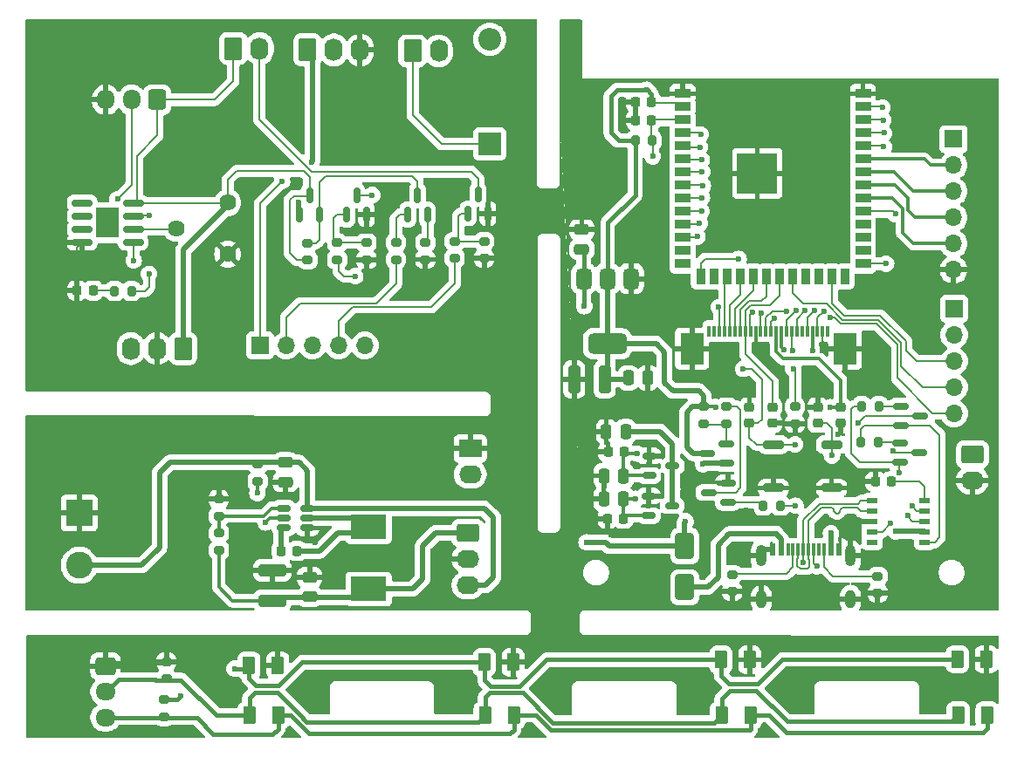
<source format=gbr>
%TF.GenerationSoftware,KiCad,Pcbnew,8.0.3*%
%TF.CreationDate,2025-03-22T11:48:59+07:00*%
%TF.ProjectId,ES32_SmartBox,45533332-5f53-46d6-9172-74426f782e6b,rev?*%
%TF.SameCoordinates,Original*%
%TF.FileFunction,Copper,L1,Top*%
%TF.FilePolarity,Positive*%
%FSLAX46Y46*%
G04 Gerber Fmt 4.6, Leading zero omitted, Abs format (unit mm)*
G04 Created by KiCad (PCBNEW 8.0.3) date 2025-03-22 11:48:59*
%MOMM*%
%LPD*%
G01*
G04 APERTURE LIST*
G04 Aperture macros list*
%AMRoundRect*
0 Rectangle with rounded corners*
0 $1 Rounding radius*
0 $2 $3 $4 $5 $6 $7 $8 $9 X,Y pos of 4 corners*
0 Add a 4 corners polygon primitive as box body*
4,1,4,$2,$3,$4,$5,$6,$7,$8,$9,$2,$3,0*
0 Add four circle primitives for the rounded corners*
1,1,$1+$1,$2,$3*
1,1,$1+$1,$4,$5*
1,1,$1+$1,$6,$7*
1,1,$1+$1,$8,$9*
0 Add four rect primitives between the rounded corners*
20,1,$1+$1,$2,$3,$4,$5,0*
20,1,$1+$1,$4,$5,$6,$7,0*
20,1,$1+$1,$6,$7,$8,$9,0*
20,1,$1+$1,$8,$9,$2,$3,0*%
G04 Aperture macros list end*
%TA.AperFunction,ComponentPad*%
%ADD10RoundRect,0.250000X0.620000X0.845000X-0.620000X0.845000X-0.620000X-0.845000X0.620000X-0.845000X0*%
%TD*%
%TA.AperFunction,ComponentPad*%
%ADD11O,1.740000X2.190000*%
%TD*%
%TA.AperFunction,SMDPad,CuDef*%
%ADD12R,0.600000X1.240000*%
%TD*%
%TA.AperFunction,SMDPad,CuDef*%
%ADD13R,0.300000X1.240000*%
%TD*%
%TA.AperFunction,ComponentPad*%
%ADD14O,1.000000X2.100000*%
%TD*%
%TA.AperFunction,ComponentPad*%
%ADD15O,1.000000X1.800000*%
%TD*%
%TA.AperFunction,ComponentPad*%
%ADD16R,1.700000X1.700000*%
%TD*%
%TA.AperFunction,ComponentPad*%
%ADD17O,1.700000X1.700000*%
%TD*%
%TA.AperFunction,ComponentPad*%
%ADD18RoundRect,0.250000X-0.620000X-0.845000X0.620000X-0.845000X0.620000X0.845000X-0.620000X0.845000X0*%
%TD*%
%TA.AperFunction,SMDPad,CuDef*%
%ADD19RoundRect,0.200000X-0.275000X0.200000X-0.275000X-0.200000X0.275000X-0.200000X0.275000X0.200000X0*%
%TD*%
%TA.AperFunction,ComponentPad*%
%ADD20RoundRect,0.250000X-0.725000X0.600000X-0.725000X-0.600000X0.725000X-0.600000X0.725000X0.600000X0*%
%TD*%
%TA.AperFunction,ComponentPad*%
%ADD21O,1.950000X1.700000*%
%TD*%
%TA.AperFunction,SMDPad,CuDef*%
%ADD22RoundRect,0.225000X0.225000X0.250000X-0.225000X0.250000X-0.225000X-0.250000X0.225000X-0.250000X0*%
%TD*%
%TA.AperFunction,SMDPad,CuDef*%
%ADD23RoundRect,0.225000X-0.225000X-0.250000X0.225000X-0.250000X0.225000X0.250000X-0.225000X0.250000X0*%
%TD*%
%TA.AperFunction,SMDPad,CuDef*%
%ADD24RoundRect,0.150000X0.587500X0.150000X-0.587500X0.150000X-0.587500X-0.150000X0.587500X-0.150000X0*%
%TD*%
%TA.AperFunction,SMDPad,CuDef*%
%ADD25RoundRect,0.200000X0.275000X-0.200000X0.275000X0.200000X-0.275000X0.200000X-0.275000X-0.200000X0*%
%TD*%
%TA.AperFunction,SMDPad,CuDef*%
%ADD26RoundRect,0.225000X-0.250000X0.225000X-0.250000X-0.225000X0.250000X-0.225000X0.250000X0.225000X0*%
%TD*%
%TA.AperFunction,SMDPad,CuDef*%
%ADD27RoundRect,0.150000X0.150000X-0.587500X0.150000X0.587500X-0.150000X0.587500X-0.150000X-0.587500X0*%
%TD*%
%TA.AperFunction,SMDPad,CuDef*%
%ADD28RoundRect,0.150000X0.512500X0.150000X-0.512500X0.150000X-0.512500X-0.150000X0.512500X-0.150000X0*%
%TD*%
%TA.AperFunction,SMDPad,CuDef*%
%ADD29RoundRect,0.250000X-1.100000X0.325000X-1.100000X-0.325000X1.100000X-0.325000X1.100000X0.325000X0*%
%TD*%
%TA.AperFunction,SMDPad,CuDef*%
%ADD30RoundRect,0.150000X-0.512500X-0.150000X0.512500X-0.150000X0.512500X0.150000X-0.512500X0.150000X0*%
%TD*%
%TA.AperFunction,SMDPad,CuDef*%
%ADD31RoundRect,0.225000X0.250000X-0.225000X0.250000X0.225000X-0.250000X0.225000X-0.250000X-0.225000X0*%
%TD*%
%TA.AperFunction,SMDPad,CuDef*%
%ADD32RoundRect,0.250000X0.325000X1.100000X-0.325000X1.100000X-0.325000X-1.100000X0.325000X-1.100000X0*%
%TD*%
%TA.AperFunction,ComponentPad*%
%ADD33R,2.600000X2.600000*%
%TD*%
%TA.AperFunction,ComponentPad*%
%ADD34C,2.600000*%
%TD*%
%TA.AperFunction,SMDPad,CuDef*%
%ADD35RoundRect,0.200000X0.200000X0.275000X-0.200000X0.275000X-0.200000X-0.275000X0.200000X-0.275000X0*%
%TD*%
%TA.AperFunction,SMDPad,CuDef*%
%ADD36RoundRect,0.250000X0.375000X0.625000X-0.375000X0.625000X-0.375000X-0.625000X0.375000X-0.625000X0*%
%TD*%
%TA.AperFunction,SMDPad,CuDef*%
%ADD37RoundRect,0.150000X-0.587500X-0.150000X0.587500X-0.150000X0.587500X0.150000X-0.587500X0.150000X0*%
%TD*%
%TA.AperFunction,SMDPad,CuDef*%
%ADD38R,0.300000X1.100000*%
%TD*%
%TA.AperFunction,SMDPad,CuDef*%
%ADD39R,2.300000X3.100000*%
%TD*%
%TA.AperFunction,SMDPad,CuDef*%
%ADD40RoundRect,0.250000X-0.250000X-0.475000X0.250000X-0.475000X0.250000X0.475000X-0.250000X0.475000X0*%
%TD*%
%TA.AperFunction,ComponentPad*%
%ADD41RoundRect,0.250000X-0.845000X0.620000X-0.845000X-0.620000X0.845000X-0.620000X0.845000X0.620000X0*%
%TD*%
%TA.AperFunction,ComponentPad*%
%ADD42O,2.190000X1.740000*%
%TD*%
%TA.AperFunction,SMDPad,CuDef*%
%ADD43RoundRect,0.250000X-0.475000X0.250000X-0.475000X-0.250000X0.475000X-0.250000X0.475000X0.250000X0*%
%TD*%
%TA.AperFunction,SMDPad,CuDef*%
%ADD44RoundRect,0.250000X0.475000X-0.250000X0.475000X0.250000X-0.475000X0.250000X-0.475000X-0.250000X0*%
%TD*%
%TA.AperFunction,SMDPad,CuDef*%
%ADD45RoundRect,0.200000X-0.800000X0.200000X-0.800000X-0.200000X0.800000X-0.200000X0.800000X0.200000X0*%
%TD*%
%TA.AperFunction,SMDPad,CuDef*%
%ADD46RoundRect,0.375000X-0.375000X0.625000X-0.375000X-0.625000X0.375000X-0.625000X0.375000X0.625000X0*%
%TD*%
%TA.AperFunction,SMDPad,CuDef*%
%ADD47RoundRect,0.500000X-1.400000X0.500000X-1.400000X-0.500000X1.400000X-0.500000X1.400000X0.500000X0*%
%TD*%
%TA.AperFunction,SMDPad,CuDef*%
%ADD48R,1.500000X0.900000*%
%TD*%
%TA.AperFunction,SMDPad,CuDef*%
%ADD49R,0.900000X1.500000*%
%TD*%
%TA.AperFunction,HeatsinkPad*%
%ADD50C,0.600000*%
%TD*%
%TA.AperFunction,SMDPad,CuDef*%
%ADD51R,3.900000X3.900000*%
%TD*%
%TA.AperFunction,SMDPad,CuDef*%
%ADD52RoundRect,0.250000X0.250000X0.475000X-0.250000X0.475000X-0.250000X-0.475000X0.250000X-0.475000X0*%
%TD*%
%TA.AperFunction,SMDPad,CuDef*%
%ADD53RoundRect,0.250000X-0.650000X1.000000X-0.650000X-1.000000X0.650000X-1.000000X0.650000X1.000000X0*%
%TD*%
%TA.AperFunction,ComponentPad*%
%ADD54R,2.200000X2.200000*%
%TD*%
%TA.AperFunction,ComponentPad*%
%ADD55O,2.200000X2.200000*%
%TD*%
%TA.AperFunction,SMDPad,CuDef*%
%ADD56R,3.500000X2.350000*%
%TD*%
%TA.AperFunction,SMDPad,CuDef*%
%ADD57RoundRect,0.218750X-0.218750X-0.256250X0.218750X-0.256250X0.218750X0.256250X-0.218750X0.256250X0*%
%TD*%
%TA.AperFunction,SMDPad,CuDef*%
%ADD58R,1.100000X0.510000*%
%TD*%
%TA.AperFunction,ComponentPad*%
%ADD59C,1.620000*%
%TD*%
%TA.AperFunction,ComponentPad*%
%ADD60RoundRect,0.250000X0.600000X0.725000X-0.600000X0.725000X-0.600000X-0.725000X0.600000X-0.725000X0*%
%TD*%
%TA.AperFunction,ComponentPad*%
%ADD61O,1.700000X1.950000*%
%TD*%
%TA.AperFunction,ComponentPad*%
%ADD62R,2.190000X1.740000*%
%TD*%
%TA.AperFunction,SMDPad,CuDef*%
%ADD63RoundRect,0.150000X-0.825000X-0.150000X0.825000X-0.150000X0.825000X0.150000X-0.825000X0.150000X0*%
%TD*%
%TA.AperFunction,HeatsinkPad*%
%ADD64R,2.290000X3.000000*%
%TD*%
%TA.AperFunction,ViaPad*%
%ADD65C,0.600000*%
%TD*%
%TA.AperFunction,Conductor*%
%ADD66C,0.400000*%
%TD*%
%TA.AperFunction,Conductor*%
%ADD67C,0.300000*%
%TD*%
%TA.AperFunction,Conductor*%
%ADD68C,0.200000*%
%TD*%
%TA.AperFunction,Conductor*%
%ADD69C,0.500000*%
%TD*%
G04 APERTURE END LIST*
D10*
%TO.P,J10,1,Pin_1*%
%TO.N,+5V*%
X88420000Y-119370000D03*
D11*
%TO.P,J10,2,Pin_2*%
%TO.N,GND*%
X85880000Y-119370000D03*
%TO.P,J10,3,Pin_3*%
%TO.N,+12V*%
X83340000Y-119370000D03*
%TD*%
D12*
%TO.P,J1,A1,GND*%
%TO.N,GND*%
X145620000Y-138900000D03*
%TO.P,J1,A4,VBUS*%
%TO.N,Net-(D7-A)*%
X146420000Y-138900000D03*
D13*
%TO.P,J1,A5,CC1*%
%TO.N,Net-(J1-CC1)*%
X147570000Y-138900000D03*
%TO.P,J1,A6,D+*%
%TO.N,D+*%
X148570000Y-138900000D03*
%TO.P,J1,A7,D-*%
%TO.N,D-*%
X149070000Y-138900000D03*
%TO.P,J1,A8,SBU1*%
%TO.N,unconnected-(J1-SBU1-PadA8)*%
X150070000Y-138900000D03*
D12*
%TO.P,J1,A9,VBUS*%
%TO.N,Net-(D7-A)*%
X151220000Y-138900000D03*
%TO.P,J1,A12,GND*%
%TO.N,GND*%
X152020000Y-138900000D03*
%TO.P,J1,B1,GND*%
X152020000Y-138900000D03*
%TO.P,J1,B4,VBUS*%
%TO.N,Net-(D7-A)*%
X151220000Y-138900000D03*
D13*
%TO.P,J1,B5,CC2*%
%TO.N,Net-(J1-CC2)*%
X150570000Y-138900000D03*
%TO.P,J1,B6,D+*%
%TO.N,D+*%
X149570000Y-138900000D03*
%TO.P,J1,B7,D-*%
%TO.N,D-*%
X148070000Y-138900000D03*
%TO.P,J1,B8,SBU2*%
%TO.N,unconnected-(J1-SBU2-PadB8)*%
X147070000Y-138900000D03*
D12*
%TO.P,J1,B9,VBUS*%
%TO.N,Net-(D7-A)*%
X146420000Y-138900000D03*
%TO.P,J1,B12,GND*%
%TO.N,GND*%
X145620000Y-138900000D03*
D14*
%TO.P,J1,S1,SHIELD*%
X144500000Y-139500000D03*
D15*
X144500000Y-143700000D03*
D14*
X153140000Y-139500000D03*
D15*
X153140000Y-143700000D03*
%TD*%
D16*
%TO.P,J8,1,Pin_1*%
%TO.N,/Relay + Light/PWM*%
X95870000Y-119070000D03*
D17*
%TO.P,J8,2,Pin_2*%
%TO.N,/Relay + Light/SER_EN*%
X98410000Y-119070000D03*
%TO.P,J8,3,Pin_3*%
%TO.N,/Relay + Light/SEN_DETECT*%
X100950000Y-119070000D03*
%TO.P,J8,4,Pin_4*%
%TO.N,/Relay + Light/BUZZER_CTRL*%
X103490000Y-119070000D03*
%TO.P,J8,5,Pin_5*%
%TO.N,/Relay + Light/SOLENOID_CTRL*%
X106030000Y-119070000D03*
%TD*%
D18*
%TO.P,J4,1,Pin_1*%
%TO.N,+12V*%
X110660800Y-90481800D03*
D11*
%TO.P,J4,2,Pin_2*%
%TO.N,Net-(D1-A)*%
X113200800Y-90481800D03*
%TD*%
D19*
%TO.P,R22,1*%
%TO.N,Net-(J1-CC2)*%
X155780000Y-141465000D03*
%TO.P,R22,2*%
%TO.N,GND*%
X155780000Y-143115000D03*
%TD*%
D20*
%TO.P,J2,1,Pin_1*%
%TO.N,GND*%
X80886667Y-150190000D03*
D21*
%TO.P,J2,2,Pin_2*%
%TO.N,/Relay + Light/Sensor*%
X80886667Y-152690000D03*
%TO.P,J2,3,Pin_3*%
%TO.N,+5VA*%
X80886667Y-155190000D03*
%TD*%
D22*
%TO.P,C6,1*%
%TO.N,/MAIN MODULE/RESET*%
X133850000Y-97195000D03*
%TO.P,C6,2*%
%TO.N,GND*%
X132300000Y-97195000D03*
%TD*%
D23*
%TO.P,C19,1*%
%TO.N,GND*%
X129627500Y-129417500D03*
%TO.P,C19,2*%
%TO.N,+1V2*%
X131177500Y-129417500D03*
%TD*%
D24*
%TO.P,Q10,1,B*%
%TO.N,Net-(Q10-B)*%
X141237500Y-134302500D03*
%TO.P,Q10,2,E*%
%TO.N,GND*%
X141237500Y-132402500D03*
%TO.P,Q10,3,C*%
%TO.N,Net-(Q10-C)*%
X139362500Y-133352500D03*
%TD*%
D19*
%TO.P,R9,1*%
%TO.N,GND*%
X86790000Y-149755000D03*
%TO.P,R9,2*%
%TO.N,/Relay + Light/Sensor*%
X86790000Y-151405000D03*
%TD*%
%TO.P,R18,1*%
%TO.N,VCC*%
X95650000Y-130605000D03*
%TO.P,R18,2*%
%TO.N,Net-(U8-EN)*%
X95650000Y-132255000D03*
%TD*%
D25*
%TO.P,R16,1*%
%TO.N,+5V*%
X91880000Y-138950000D03*
%TO.P,R16,2*%
%TO.N,Net-(U8-FB)*%
X91880000Y-137300000D03*
%TD*%
D26*
%TO.P,C3,1*%
%TO.N,+3V3*%
X152165000Y-125060000D03*
%TO.P,C3,2*%
%TO.N,GND*%
X152165000Y-126610000D03*
%TD*%
D27*
%TO.P,Q3,1,B*%
%TO.N,Net-(Q3-B)*%
X110200000Y-106360000D03*
%TO.P,Q3,2,E*%
%TO.N,Net-(Q3-E)*%
X112100000Y-106360000D03*
%TO.P,Q3,3,C*%
%TO.N,Net-(Q3-C)*%
X111150000Y-104485000D03*
%TD*%
D28*
%TO.P,U8,1,GND*%
%TO.N,GND*%
X100460000Y-136765000D03*
%TO.P,U8,2,SW*%
%TO.N,Net-(U8-SW)*%
X100460000Y-135815000D03*
%TO.P,U8,3,VIN*%
%TO.N,VCC*%
X100460000Y-134865000D03*
%TO.P,U8,4,FB*%
%TO.N,Net-(U8-FB)*%
X98185000Y-134865000D03*
%TO.P,U8,5,EN*%
%TO.N,Net-(U8-EN)*%
X98185000Y-135815000D03*
%TO.P,U8,6,BS*%
%TO.N,Net-(U8-BS)*%
X98185000Y-136765000D03*
%TD*%
D19*
%TO.P,R14,1*%
%TO.N,Net-(Q10-C)*%
X141131666Y-125010000D03*
%TO.P,R14,2*%
%TO.N,Net-(Q9-G)*%
X141131666Y-126660000D03*
%TD*%
D29*
%TO.P,C11,1*%
%TO.N,GND*%
X97060000Y-140900000D03*
%TO.P,C11,2*%
%TO.N,+5V*%
X97060000Y-143850000D03*
%TD*%
D30*
%TO.P,U5,1,GND*%
%TO.N,GND*%
X133585000Y-133680000D03*
%TO.P,U5,2,VO*%
%TO.N,+2V8*%
X133585000Y-135580000D03*
%TO.P,U5,3,VI*%
%TO.N,Net-(Q9-D)*%
X135860000Y-134630000D03*
%TD*%
D31*
%TO.P,C5,1*%
%TO.N,/MAIN MODULE/RESET*%
X143338332Y-126610000D03*
%TO.P,C5,2*%
%TO.N,GND*%
X143338332Y-125060000D03*
%TD*%
D16*
%TO.P,J7,1,Pin_1*%
%TO.N,/MAIN MODULE/PWM*%
X163190000Y-115500000D03*
D17*
%TO.P,J7,2,Pin_2*%
%TO.N,/MAIN MODULE/SER_EN*%
X163190000Y-118040000D03*
%TO.P,J7,3,Pin_3*%
%TO.N,/MAIN MODULE/SEN_DETECT*%
X163190000Y-120580000D03*
%TO.P,J7,4,Pin_4*%
%TO.N,/MAIN MODULE/BUZZER_CTRL*%
X163190000Y-123120000D03*
%TO.P,J7,5,Pin_5*%
%TO.N,/MAIN MODULE/SOLENOID_CTRL*%
X163190000Y-125660000D03*
%TD*%
D32*
%TO.P,C13,1*%
%TO.N,+3V3*%
X129295000Y-122370000D03*
%TO.P,C13,2*%
%TO.N,GND*%
X126345000Y-122370000D03*
%TD*%
D24*
%TO.P,Q9,1,D*%
%TO.N,Net-(Q9-D)*%
X141100000Y-130500000D03*
%TO.P,Q9,2,G*%
%TO.N,Net-(Q9-G)*%
X141100000Y-128600000D03*
%TO.P,Q9,3,S*%
%TO.N,+3V3*%
X139225000Y-129550000D03*
%TD*%
D18*
%TO.P,J11,1,Pin_1*%
%TO.N,+5P*%
X100482400Y-90373200D03*
D11*
%TO.P,J11,2,Pin_2*%
%TO.N,/Relay + Light/PWM*%
X103022400Y-90373200D03*
%TO.P,J11,3,Pin_3*%
%TO.N,GND*%
X105562400Y-90373200D03*
%TD*%
D25*
%TO.P,R2,1*%
%TO.N,GND*%
X106196666Y-110740000D03*
%TO.P,R2,2*%
%TO.N,Net-(Q1-B)*%
X106196666Y-109090000D03*
%TD*%
%TO.P,R1,1*%
%TO.N,/Relay + Light/SOLENOID_CTRL*%
X103343333Y-110740000D03*
%TO.P,R1,2*%
%TO.N,Net-(Q1-B)*%
X103343333Y-109090000D03*
%TD*%
D33*
%TO.P,J5,1,Pin_1*%
%TO.N,GND*%
X78345000Y-135330000D03*
D34*
%TO.P,J5,2,Pin_2*%
%TO.N,VCC*%
X78345000Y-140410000D03*
%TD*%
D35*
%TO.P,R13,1*%
%TO.N,/MAIN MODULE/CAM_PIN_PWDN*%
X146325000Y-134620000D03*
%TO.P,R13,2*%
%TO.N,Net-(Q10-B)*%
X144675000Y-134620000D03*
%TD*%
D23*
%TO.P,C7,1*%
%TO.N,Net-(U8-BS)*%
X97915000Y-139020000D03*
%TO.P,C7,2*%
%TO.N,Net-(U8-SW)*%
X99465000Y-139020000D03*
%TD*%
D36*
%TO.P,D2,1,K*%
%TO.N,GND*%
X97590000Y-150150000D03*
%TO.P,D2,2,A*%
%TO.N,Net-(D2-A)*%
X94790000Y-150150000D03*
%TD*%
D19*
%TO.P,R21,1*%
%TO.N,Net-(J1-CC1)*%
X141670000Y-141295000D03*
%TO.P,R21,2*%
%TO.N,GND*%
X141670000Y-142945000D03*
%TD*%
D37*
%TO.P,Q11,1,B*%
%TO.N,Net-(Q11-B)*%
X158050000Y-124952500D03*
%TO.P,Q11,2,E*%
%TO.N,Net-(Q11-E)*%
X158050000Y-126852500D03*
%TO.P,Q11,3,C*%
%TO.N,/MAIN MODULE/RESET*%
X159925000Y-125902500D03*
%TD*%
D38*
%TO.P,U3,1,D0*%
%TO.N,unconnected-(U3-D0-Pad1)*%
X139440000Y-117680000D03*
%TO.P,U3,2,D1*%
%TO.N,unconnected-(U3-D1-Pad2)*%
X139940000Y-117680000D03*
%TO.P,U3,3,D4*%
%TO.N,/MAIN MODULE/CAM_PIN_D2*%
X140440000Y-117680000D03*
%TO.P,U3,4,D3*%
%TO.N,/MAIN MODULE/CAM_PIN_D1*%
X140940000Y-117680000D03*
%TO.P,U3,5,D5*%
%TO.N,/MAIN MODULE/CAM_PIN_D3*%
X141440000Y-117680000D03*
%TO.P,U3,6,D2*%
%TO.N,/MAIN MODULE/CAM_PIN_D0*%
X141940000Y-117680000D03*
%TO.P,U3,7,D6*%
%TO.N,/MAIN MODULE/CAM_PIN_D4*%
X142440000Y-117680000D03*
%TO.P,U3,8,PCLK*%
%TO.N,/MAIN MODULE/CAM_PIN_PCLK*%
X142940000Y-117680000D03*
%TO.P,U3,9,D7*%
%TO.N,/MAIN MODULE/CAM_PIN_D5*%
X143440000Y-117680000D03*
%TO.P,U3,10,DGND*%
%TO.N,GND*%
X143940000Y-117680000D03*
%TO.P,U3,11,D8*%
%TO.N,/MAIN MODULE/CAM_PIN_D6*%
X144440000Y-117680000D03*
%TO.P,U3,12,XCLK*%
%TO.N,/MAIN MODULE/CAM_PIN_XCLK*%
X144940000Y-117680000D03*
%TO.P,U3,13,D9*%
%TO.N,/MAIN MODULE/CAM_PIN_D7*%
X145440000Y-117680000D03*
%TO.P,U3,14,DOVDD*%
%TO.N,+3V3*%
X145940000Y-117680000D03*
%TO.P,U3,15,DVDD*%
%TO.N,+1V2*%
X146440000Y-117680000D03*
%TO.P,U3,16,HREF*%
%TO.N,/MAIN MODULE/CAM_PIN_HREF*%
X146940000Y-117680000D03*
%TO.P,U3,17,PWDN*%
%TO.N,Net-(U3-PWDN)*%
X147440000Y-117680000D03*
%TO.P,U3,18,VSYNC*%
%TO.N,/MAIN MODULE/CAM_PIN_VSYNC*%
X147940000Y-117680000D03*
%TO.P,U3,19,RESET*%
%TO.N,/MAIN MODULE/CAM_RST*%
X148440000Y-117680000D03*
%TO.P,U3,20,SIOC*%
%TO.N,/MAIN MODULE/CAM_PIN_SIOC*%
X148940000Y-117680000D03*
%TO.P,U3,21,AVDD*%
%TO.N,+2V8*%
X149440000Y-117680000D03*
%TO.P,U3,22,SOID*%
%TO.N,/MAIN MODULE/CAM_PIN_SIOD*%
X149940000Y-117680000D03*
%TO.P,U3,23,AGND*%
%TO.N,GND*%
X150440000Y-117680000D03*
%TO.P,U3,24,STROBE*%
%TO.N,unconnected-(U3-STROBE-Pad24)*%
X150940000Y-117680000D03*
D39*
%TO.P,U3,MP,PAD*%
%TO.N,GND*%
X137770000Y-119380000D03*
X152610000Y-119380000D03*
%TD*%
D40*
%TO.P,C15,1*%
%TO.N,GND*%
X129452500Y-127430000D03*
%TO.P,C15,2*%
%TO.N,Net-(Q9-D)*%
X131352500Y-127430000D03*
%TD*%
D35*
%TO.P,R19,1*%
%TO.N,Net-(Q12-B)*%
X155810000Y-128440000D03*
%TO.P,R19,2*%
%TO.N,Net-(Q11-E)*%
X154160000Y-128440000D03*
%TD*%
D27*
%TO.P,Q4,1,D*%
%TO.N,+5P*%
X99720000Y-106337500D03*
%TO.P,Q4,2,G*%
%TO.N,Net-(Q3-C)*%
X101620000Y-106337500D03*
%TO.P,Q4,3,S*%
%TO.N,+5V*%
X100670000Y-104462500D03*
%TD*%
D35*
%TO.P,R10,1*%
%TO.N,/Relay + Light/SEN_DETECT*%
X83412500Y-113780000D03*
%TO.P,R10,2*%
%TO.N,Net-(D4-A)*%
X81762500Y-113780000D03*
%TD*%
D41*
%TO.P,J10,1,Pin_1*%
%TO.N,+5V*%
X116030000Y-137260000D03*
D42*
%TO.P,J10,2,Pin_2*%
%TO.N,GND*%
X116030000Y-139800000D03*
%TO.P,J10,3,Pin_3*%
%TO.N,VCC*%
X116030000Y-142340000D03*
%TD*%
D43*
%TO.P,C10,1*%
%TO.N,GND*%
X100690000Y-141545000D03*
%TO.P,C10,2*%
%TO.N,+5V*%
X100690000Y-143445000D03*
%TD*%
D44*
%TO.P,C8,1*%
%TO.N,GND*%
X98330000Y-132320000D03*
%TO.P,C8,2*%
%TO.N,VCC*%
X98330000Y-130420000D03*
%TD*%
D45*
%TO.P,SW1,1,1*%
%TO.N,/MAIN MODULE/BOOT*%
X151300000Y-128700000D03*
%TO.P,SW1,2,2*%
%TO.N,GND*%
X151300000Y-132900000D03*
%TD*%
D36*
%TO.P,Q6,1*%
%TO.N,+5VA*%
X120500000Y-154960000D03*
%TO.P,Q6,2*%
%TO.N,/Relay + Light/Sensor*%
X117700000Y-154960000D03*
%TD*%
D40*
%TO.P,C18,1*%
%TO.N,GND*%
X129232500Y-131717500D03*
%TO.P,C18,2*%
%TO.N,+1V2*%
X131132500Y-131717500D03*
%TD*%
D23*
%TO.P,C17,1*%
%TO.N,GND*%
X129577500Y-135887500D03*
%TO.P,C17,2*%
%TO.N,+2V8*%
X131127500Y-135887500D03*
%TD*%
D18*
%TO.P,J6,1,Pin_1*%
%TO.N,+5V*%
X93290000Y-90230000D03*
D11*
%TO.P,J6,2,Pin_2*%
%TO.N,Net-(J6-Pin_2)*%
X95830000Y-90230000D03*
%TD*%
D27*
%TO.P,Q1,1,B*%
%TO.N,Net-(Q1-B)*%
X104290000Y-106380000D03*
%TO.P,Q1,2,E*%
%TO.N,GND*%
X106190000Y-106380000D03*
%TO.P,Q1,3,C*%
%TO.N,Net-(D1-A)*%
X105240000Y-104505000D03*
%TD*%
D19*
%TO.P,R8,1*%
%TO.N,Net-(D2-A)*%
X86570000Y-153465000D03*
%TO.P,R8,2*%
%TO.N,+5VA*%
X86570000Y-155115000D03*
%TD*%
D31*
%TO.P,C1,1*%
%TO.N,/MAIN MODULE/BOOT*%
X149958330Y-126610000D03*
%TO.P,C1,2*%
%TO.N,GND*%
X149958330Y-125060000D03*
%TD*%
D25*
%TO.P,R7,1*%
%TO.N,+5V*%
X100490000Y-110765000D03*
%TO.P,R7,2*%
%TO.N,Net-(Q3-C)*%
X100490000Y-109115000D03*
%TD*%
D41*
%TO.P,J9,1,Pin_1*%
%TO.N,+5V*%
X164960000Y-129640000D03*
D42*
%TO.P,J9,2,Pin_2*%
%TO.N,GND*%
X164960000Y-132180000D03*
%TD*%
D46*
%TO.P,U4,1,GND*%
%TO.N,GND*%
X131870000Y-112590000D03*
%TO.P,U4,2,VO*%
%TO.N,+3V3*%
X129570000Y-112590000D03*
D47*
X129570000Y-118890000D03*
D46*
%TO.P,U4,3,VI*%
%TO.N,+5V*%
X127270000Y-112590000D03*
%TD*%
D48*
%TO.P,U1,1,GND*%
%TO.N,GND*%
X136850000Y-94630000D03*
%TO.P,U1,2,3V3*%
%TO.N,+3V3*%
X136850000Y-95900000D03*
%TO.P,U1,3,EN*%
%TO.N,/MAIN MODULE/RESET*%
X136850000Y-97170000D03*
%TO.P,U1,4,IO4*%
%TO.N,/MAIN MODULE/CAM_PIN_SIOD*%
X136850000Y-98440000D03*
%TO.P,U1,5,IO5*%
%TO.N,/MAIN MODULE/CAM_PIN_SIOC*%
X136850000Y-99710000D03*
%TO.P,U1,6,IO6*%
%TO.N,/MAIN MODULE/CAM_PIN_VSYNC*%
X136850000Y-100980000D03*
%TO.P,U1,7,IO7*%
%TO.N,/MAIN MODULE/CAM_PIN_HREF*%
X136850000Y-102250000D03*
%TO.P,U1,8,IO15*%
%TO.N,/MAIN MODULE/CAM_PIN_XCLK*%
X136850000Y-103520000D03*
%TO.P,U1,9,IO16*%
%TO.N,/MAIN MODULE/CAM_PIN_D7*%
X136850000Y-104790000D03*
%TO.P,U1,10,IO17*%
%TO.N,/MAIN MODULE/CAM_PIN_D6*%
X136850000Y-106060000D03*
%TO.P,U1,11,IO18*%
%TO.N,/MAIN MODULE/CAM_PIN_D5*%
X136850000Y-107330000D03*
%TO.P,U1,12,IO8*%
%TO.N,/MAIN MODULE/CAM_PIN_D2*%
X136850000Y-108600000D03*
%TO.P,U1,13,IO19*%
%TO.N,unconnected-(U1-IO19-Pad13)*%
X136850000Y-109870000D03*
%TO.P,U1,14,IO20*%
%TO.N,unconnected-(U1-IO20-Pad14)*%
X136850000Y-111140000D03*
D49*
%TO.P,U1,15,IO3*%
%TO.N,/MAIN MODULE/SOLENOID_CTRL*%
X138615000Y-112390000D03*
%TO.P,U1,16,IO46*%
%TO.N,unconnected-(U1-IO46-Pad16)*%
X139885000Y-112390000D03*
%TO.P,U1,17,IO9*%
%TO.N,/MAIN MODULE/CAM_PIN_D1*%
X141155000Y-112390000D03*
%TO.P,U1,18,IO10*%
%TO.N,/MAIN MODULE/CAM_PIN_D3*%
X142425000Y-112390000D03*
%TO.P,U1,19,IO11*%
%TO.N,/MAIN MODULE/CAM_PIN_D0*%
X143695000Y-112390000D03*
%TO.P,U1,20,IO12*%
%TO.N,/MAIN MODULE/CAM_PIN_D4*%
X144965000Y-112390000D03*
%TO.P,U1,21,IO13*%
%TO.N,/MAIN MODULE/CAM_PIN_PCLK*%
X146235000Y-112390000D03*
%TO.P,U1,22,IO14*%
%TO.N,/MAIN MODULE/BUZZER_CTRL*%
X147505000Y-112390000D03*
%TO.P,U1,23,IO21*%
%TO.N,unconnected-(U1-IO21-Pad23)*%
X148775000Y-112390000D03*
%TO.P,U1,24,IO47*%
%TO.N,unconnected-(U1-IO47-Pad24)*%
X150045000Y-112390000D03*
%TO.P,U1,25,IO48*%
%TO.N,/MAIN MODULE/SEN_DETECT*%
X151315000Y-112390000D03*
%TO.P,U1,26,IO45*%
%TO.N,unconnected-(U1-IO45-Pad26)*%
X152585000Y-112390000D03*
D48*
%TO.P,U1,27,IO0*%
%TO.N,/MAIN MODULE/BOOT*%
X154350000Y-111140000D03*
%TO.P,U1,28,IO35*%
%TO.N,unconnected-(U1-IO35-Pad28)*%
X154350000Y-109870000D03*
%TO.P,U1,29,IO36*%
%TO.N,unconnected-(U1-IO36-Pad29)*%
X154350000Y-108600000D03*
%TO.P,U1,30,IO37*%
%TO.N,unconnected-(U1-IO37-Pad30)*%
X154350000Y-107330000D03*
%TO.P,U1,31,IO38*%
%TO.N,/MAIN MODULE/CAM_PIN_PWDN*%
X154350000Y-106060000D03*
%TO.P,U1,32,IO39*%
%TO.N,unconnected-(U1-IO39-Pad32)*%
X154350000Y-104790000D03*
%TO.P,U1,33,IO40*%
%TO.N,unconnected-(U1-IO40-Pad33)*%
X154350000Y-103520000D03*
%TO.P,U1,34,IO41*%
%TO.N,unconnected-(U1-IO41-Pad34)*%
X154350000Y-102250000D03*
%TO.P,U1,35,IO42*%
%TO.N,unconnected-(U1-IO42-Pad35)*%
X154350000Y-100980000D03*
%TO.P,U1,36,RXD0*%
%TO.N,USB_TX*%
X154350000Y-99710000D03*
%TO.P,U1,37,TXD0*%
%TO.N,USB_RX*%
X154350000Y-98440000D03*
%TO.P,U1,38,IO2*%
%TO.N,/MAIN MODULE/SER_EN*%
X154350000Y-97170000D03*
%TO.P,U1,39,IO1*%
%TO.N,/MAIN MODULE/PWM*%
X154350000Y-95900000D03*
%TO.P,U1,40,GND*%
%TO.N,GND*%
X154350000Y-94630000D03*
D50*
%TO.P,U1,41,GND*%
X142700000Y-101650000D03*
X142700000Y-103050000D03*
X143400000Y-100950000D03*
X143400000Y-102350000D03*
X143400000Y-103750000D03*
X144100000Y-101650000D03*
D51*
X144100000Y-102350000D03*
D50*
X144100000Y-103050000D03*
X144800000Y-100950000D03*
X144800000Y-102350000D03*
X144800000Y-103750000D03*
X145500000Y-101650000D03*
X145500000Y-103050000D03*
%TD*%
D16*
%TO.P,REF\u002A\u002A,1*%
%TO.N,+3V3*%
X163140000Y-99030000D03*
D17*
%TO.P,REF\u002A\u002A,2*%
%TO.N,unconnected-(U1-IO42-Pad35)*%
X163140000Y-101570000D03*
%TO.P,REF\u002A\u002A,3*%
%TO.N,unconnected-(U1-IO41-Pad34)*%
X163140000Y-104110000D03*
%TO.P,REF\u002A\u002A,4*%
%TO.N,unconnected-(U1-IO40-Pad33)*%
X163140000Y-106650000D03*
%TO.P,REF\u002A\u002A,5*%
%TO.N,unconnected-(U1-IO39-Pad32)*%
X163140000Y-109190000D03*
%TO.P,REF\u002A\u002A,6*%
%TO.N,GND*%
X163140000Y-111730000D03*
%TD*%
D52*
%TO.P,C14,1*%
%TO.N,GND*%
X133480000Y-122220000D03*
%TO.P,C14,2*%
%TO.N,+3V3*%
X131580000Y-122220000D03*
%TD*%
D36*
%TO.P,D3,1,K*%
%TO.N,GND*%
X120430000Y-149830000D03*
%TO.P,D3,2,A*%
%TO.N,Net-(D2-A)*%
X117630000Y-149830000D03*
%TD*%
D25*
%TO.P,R12,1*%
%TO.N,Net-(Q9-G)*%
X138930000Y-126675000D03*
%TO.P,R12,2*%
%TO.N,+3V3*%
X138930000Y-125025000D03*
%TD*%
D36*
%TO.P,D6,1,K*%
%TO.N,GND*%
X166316667Y-149540000D03*
%TO.P,D6,2,A*%
%TO.N,Net-(D2-A)*%
X163516667Y-149540000D03*
%TD*%
%TO.P,Q7,1*%
%TO.N,+5VA*%
X143443333Y-154960000D03*
%TO.P,Q7,2*%
%TO.N,/Relay + Light/Sensor*%
X140643333Y-154960000D03*
%TD*%
D53*
%TO.P,D7,1,K*%
%TO.N,+5V*%
X137060000Y-138550000D03*
%TO.P,D7,2,A*%
%TO.N,Net-(D7-A)*%
X137060000Y-142550000D03*
%TD*%
D45*
%TO.P,SW2,1,1*%
%TO.N,/MAIN MODULE/RESET*%
X145650000Y-128700000D03*
%TO.P,SW2,2,2*%
%TO.N,GND*%
X145650000Y-132900000D03*
%TD*%
D54*
%TO.P,D1,1,K*%
%TO.N,+12V*%
X118160800Y-99491800D03*
D55*
%TO.P,D1,2,A*%
%TO.N,Net-(D1-A)*%
X118160800Y-89331800D03*
%TD*%
D35*
%TO.P,R15,1*%
%TO.N,/MAIN MODULE/RESET*%
X133900000Y-99180000D03*
%TO.P,R15,2*%
%TO.N,+3V3*%
X132250000Y-99180000D03*
%TD*%
D36*
%TO.P,Q8,1*%
%TO.N,+5VA*%
X166386667Y-154960000D03*
%TO.P,Q8,2*%
%TO.N,/Relay + Light/Sensor*%
X163586667Y-154960000D03*
%TD*%
D25*
%TO.P,R4,1*%
%TO.N,GND*%
X117610000Y-110605000D03*
%TO.P,R4,2*%
%TO.N,Net-(Q2-B)*%
X117610000Y-108955000D03*
%TD*%
D22*
%TO.P,C9,1*%
%TO.N,Net-(U7-V3)*%
X157090000Y-132260000D03*
%TO.P,C9,2*%
%TO.N,GND*%
X155540000Y-132260000D03*
%TD*%
D36*
%TO.P,Q5,1*%
%TO.N,+5VA*%
X97630000Y-154960000D03*
%TO.P,Q5,2*%
%TO.N,/Relay + Light/Sensor*%
X94830000Y-154960000D03*
%TD*%
D30*
%TO.P,U6,1,GND*%
%TO.N,GND*%
X133605000Y-129797500D03*
%TO.P,U6,2,VO*%
%TO.N,+1V2*%
X133605000Y-131697500D03*
%TO.P,U6,3,VI*%
%TO.N,Net-(Q9-D)*%
X135880000Y-130747500D03*
%TD*%
D36*
%TO.P,D5,1,K*%
%TO.N,GND*%
X143373333Y-149580000D03*
%TO.P,D5,2,A*%
%TO.N,Net-(D2-A)*%
X140573333Y-149580000D03*
%TD*%
D25*
%TO.P,R17,1*%
%TO.N,Net-(U8-FB)*%
X91870000Y-135635000D03*
%TO.P,R17,2*%
%TO.N,GND*%
X91870000Y-133985000D03*
%TD*%
D56*
%TO.P,L1,1,1*%
%TO.N,Net-(U8-SW)*%
X106410000Y-136665000D03*
%TO.P,L1,2,2*%
%TO.N,+5V*%
X106410000Y-142715000D03*
%TD*%
D35*
%TO.P,R20,1*%
%TO.N,Net-(Q11-B)*%
X155880000Y-124960000D03*
%TO.P,R20,2*%
%TO.N,Net-(Q12-E)*%
X154230000Y-124960000D03*
%TD*%
D57*
%TO.P,D4,1,K*%
%TO.N,GND*%
X78125000Y-113740000D03*
%TO.P,D4,2,A*%
%TO.N,Net-(D4-A)*%
X79700000Y-113740000D03*
%TD*%
D40*
%TO.P,C16,1*%
%TO.N,GND*%
X129202500Y-133987500D03*
%TO.P,C16,2*%
%TO.N,+2V8*%
X131102500Y-133987500D03*
%TD*%
D27*
%TO.P,Q2,1,B*%
%TO.N,Net-(Q2-B)*%
X116065000Y-106245000D03*
%TO.P,Q2,2,E*%
%TO.N,GND*%
X117965000Y-106245000D03*
%TO.P,Q2,3,C*%
%TO.N,Net-(J6-Pin_2)*%
X117015000Y-104370000D03*
%TD*%
D19*
%TO.P,R11,1*%
%TO.N,Net-(U3-PWDN)*%
X147751664Y-125010000D03*
%TO.P,R11,2*%
%TO.N,GND*%
X147751664Y-126660000D03*
%TD*%
D37*
%TO.P,Q12,1,B*%
%TO.N,Net-(Q12-B)*%
X157950000Y-128500000D03*
%TO.P,Q12,2,E*%
%TO.N,Net-(Q12-E)*%
X157950000Y-130400000D03*
%TO.P,Q12,3,C*%
%TO.N,/MAIN MODULE/BOOT*%
X159825000Y-129450000D03*
%TD*%
D25*
%TO.P,R5,1*%
%TO.N,/Relay + Light/SER_EN*%
X109049999Y-110720000D03*
%TO.P,R5,2*%
%TO.N,Net-(Q3-B)*%
X109049999Y-109070000D03*
%TD*%
%TO.P,R3,1*%
%TO.N,/Relay + Light/BUZZER_CTRL*%
X114756665Y-110605000D03*
%TO.P,R3,2*%
%TO.N,Net-(Q2-B)*%
X114756665Y-108955000D03*
%TD*%
D43*
%TO.P,C12,1*%
%TO.N,GND*%
X127080000Y-107830000D03*
%TO.P,C12,2*%
%TO.N,+5V*%
X127080000Y-109730000D03*
%TD*%
D58*
%TO.P,U7,1,UD+*%
%TO.N,D+*%
X155240000Y-134160000D03*
%TO.P,U7,2,UD-*%
%TO.N,D-*%
X155240000Y-135160000D03*
%TO.P,U7,3,GND*%
%TO.N,GND*%
X155240000Y-136160000D03*
%TO.P,U7,4,DTR#*%
%TO.N,Net-(Q12-E)*%
X155240000Y-137160000D03*
%TO.P,U7,5,CTS#*%
%TO.N,unconnected-(U7-CTS#-Pad5)*%
X155240000Y-138160000D03*
%TO.P,U7,6,RTS#*%
%TO.N,Net-(Q11-E)*%
X160340000Y-138160000D03*
%TO.P,U7,7,VCC*%
%TO.N,+5V*%
X160340000Y-137160000D03*
%TO.P,U7,8,TXD*%
%TO.N,USB_TX*%
X160340000Y-136160000D03*
%TO.P,U7,9,RXD*%
%TO.N,USB_RX*%
X160340000Y-135160000D03*
%TO.P,U7,10,V3*%
%TO.N,Net-(U7-V3)*%
X160340000Y-134160000D03*
%TD*%
D59*
%TO.P,RV1,1,1*%
%TO.N,+5V*%
X92740000Y-105190000D03*
%TO.P,RV1,2,2*%
%TO.N,Net-(U2B--)*%
X87740000Y-107690000D03*
%TO.P,RV1,3,3*%
%TO.N,GND*%
X92740000Y-110190000D03*
%TD*%
D60*
%TO.P,J3,1,Pin_1*%
%TO.N,+5V*%
X85910000Y-95220000D03*
D61*
%TO.P,J3,2,Pin_2*%
%TO.N,Sensor_In*%
X83410000Y-95220000D03*
%TO.P,J3,3,Pin_3*%
%TO.N,GND*%
X80910000Y-95220000D03*
%TD*%
D25*
%TO.P,R6,1*%
%TO.N,GND*%
X111903332Y-110720000D03*
%TO.P,R6,2*%
%TO.N,Net-(Q3-E)*%
X111903332Y-109070000D03*
%TD*%
D62*
%TO.P,J9,1,Pin_1*%
%TO.N,GND*%
X116260000Y-129050000D03*
D42*
%TO.P,J9,2,Pin_2*%
%TO.N,+5V*%
X116260000Y-131590000D03*
%TD*%
D26*
%TO.P,C4,1*%
%TO.N,/MAIN MODULE/CAM_PIN_PCLK*%
X145544998Y-125060000D03*
%TO.P,C4,2*%
%TO.N,GND*%
X145544998Y-126610000D03*
%TD*%
D63*
%TO.P,U2,1*%
%TO.N,unconnected-(U2-Pad1)*%
X78620000Y-105230000D03*
%TO.P,U2,2,-*%
%TO.N,unconnected-(U2A---Pad2)*%
X78620000Y-106500000D03*
%TO.P,U2,3,+*%
%TO.N,unconnected-(U2A-+-Pad3)*%
X78620000Y-107770000D03*
%TO.P,U2,4,V-*%
%TO.N,GND*%
X78620000Y-109040000D03*
%TO.P,U2,5,+*%
%TO.N,Sensor_In*%
X83570000Y-109040000D03*
%TO.P,U2,6,-*%
%TO.N,Net-(U2B--)*%
X83570000Y-107770000D03*
%TO.P,U2,7*%
%TO.N,/Relay + Light/SEN_DETECT*%
X83570000Y-106500000D03*
%TO.P,U2,8,V+*%
%TO.N,+5V*%
X83570000Y-105230000D03*
D64*
%TO.P,U2,9,PAD*%
%TO.N,unconnected-(U2C-PAD-Pad9)*%
X81095000Y-107135000D03*
%TD*%
D22*
%TO.P,C2,1*%
%TO.N,+3V3*%
X133845000Y-95460000D03*
%TO.P,C2,2*%
%TO.N,GND*%
X132295000Y-95460000D03*
%TD*%
D65*
%TO.N,GND*%
X101200000Y-138170000D03*
X151940000Y-127670000D03*
X133600000Y-130640000D03*
X131290000Y-95450000D03*
X107442000Y-112547400D03*
X144030000Y-119150000D03*
X133570000Y-134610000D03*
X90380000Y-100130000D03*
X129910000Y-137400000D03*
X150444200Y-119583200D03*
X95670000Y-137780000D03*
X128120000Y-129470000D03*
X110490000Y-109110000D03*
X143300000Y-123590000D03*
X143010000Y-135090000D03*
%TO.N,Net-(D1-A)*%
X106760000Y-104470000D03*
%TO.N,+5V*%
X157550000Y-137130000D03*
X127533400Y-138176000D03*
X127320000Y-115260000D03*
X137140000Y-136140000D03*
%TO.N,Net-(D7-A)*%
X151240000Y-137300000D03*
X145880000Y-137350000D03*
%TO.N,D+*%
X148570000Y-140150000D03*
X149880000Y-140510000D03*
%TO.N,/MAIN MODULE/RESET*%
X133970000Y-100710000D03*
X153886539Y-126584931D03*
X147770000Y-128670000D03*
X142730000Y-121340000D03*
%TO.N,/MAIN MODULE/BOOT*%
X156591000Y-111140000D03*
X157260000Y-129310000D03*
X151340000Y-129750000D03*
%TO.N,Net-(Q12-E)*%
X157030331Y-136339669D03*
X157900000Y-131460000D03*
%TO.N,/MAIN MODULE/CAM_PIN_VSYNC*%
X138720000Y-101040000D03*
X148757205Y-115674265D03*
%TO.N,/MAIN MODULE/CAM_PIN_SIOC*%
X149605735Y-115674265D03*
X138520000Y-99800000D03*
%TO.N,/MAIN MODULE/CAM_PIN_D6*%
X144524086Y-115951045D03*
X138700000Y-106050000D03*
%TO.N,/MAIN MODULE/CAM_PIN_D5*%
X138500000Y-107220000D03*
X143609265Y-115837463D03*
%TO.N,/MAIN MODULE/CAM_PIN_XCLK*%
X138820000Y-103590000D03*
X146961473Y-115760000D03*
%TO.N,/MAIN MODULE/CAM_PIN_D7*%
X138730000Y-104710000D03*
X145766114Y-116406076D03*
%TO.N,/MAIN MODULE/CAM_PIN_SIOD*%
X150550000Y-115770000D03*
X138620000Y-98590000D03*
%TO.N,+3V3*%
X140050000Y-125040000D03*
X151210000Y-125060000D03*
X133360000Y-94250000D03*
%TO.N,/MAIN MODULE/SER_EN*%
X156320000Y-97180000D03*
%TO.N,/MAIN MODULE/CAM_PIN_HREF*%
X147902205Y-115667795D03*
X138760000Y-102220000D03*
%TO.N,/MAIN MODULE/CAM_PIN_D2*%
X140340000Y-115360000D03*
X138300000Y-108510000D03*
%TO.N,/MAIN MODULE/SOLENOID_CTRL*%
X142300000Y-110660000D03*
X151200000Y-116350000D03*
%TO.N,/MAIN MODULE/CAM_PIN_PWDN*%
X147820000Y-134630000D03*
X157485000Y-106305000D03*
%TO.N,/MAIN MODULE/PWM*%
X156230000Y-95980000D03*
%TO.N,Net-(U3-PWDN)*%
X147590000Y-121320000D03*
X147490000Y-119580000D03*
%TO.N,+2V8*%
X132330000Y-133960000D03*
X149440000Y-119557800D03*
%TO.N,+1V2*%
X132430000Y-129570000D03*
X146665420Y-119466180D03*
%TO.N,Net-(Q9-D)*%
X138820000Y-130600000D03*
X135860000Y-133040000D03*
%TO.N,USB_RX*%
X156380000Y-98440000D03*
X159100000Y-134678480D03*
%TO.N,USB_TX*%
X156360000Y-99790000D03*
X158700000Y-135550000D03*
%TO.N,Net-(U8-EN)*%
X95620000Y-133400000D03*
X96416874Y-136252857D03*
%TO.N,/Relay + Light/SOLENOID_CTRL*%
X105110000Y-112350000D03*
%TO.N,Net-(D2-A)*%
X88180000Y-153120000D03*
X93400000Y-150440000D03*
%TO.N,+5P*%
X100888800Y-101244400D03*
X99644200Y-105150000D03*
%TO.N,GND*%
X145176667Y-149030000D03*
X162650000Y-152200000D03*
X145000000Y-156250000D03*
X122266667Y-156610000D03*
X98746667Y-156290000D03*
X145706667Y-152550000D03*
X115000000Y-152670000D03*
X138790000Y-152510000D03*
X99040000Y-152520000D03*
X92210000Y-152490000D03*
%TO.N,Sensor_In*%
X83620000Y-110810000D03*
X82060000Y-104840000D03*
%TO.N,/Relay + Light/SEN_DETECT*%
X85090000Y-106480000D03*
X85110000Y-112120000D03*
%TO.N,/Relay + Light/PWM*%
X98018600Y-103124000D03*
%TD*%
D66*
%TO.N,GND*%
X133585000Y-133680000D02*
X133585000Y-134595000D01*
D67*
X152165000Y-127445000D02*
X151940000Y-127670000D01*
D68*
X128172500Y-129417500D02*
X128120000Y-129470000D01*
D66*
X133585000Y-134595000D02*
X133570000Y-134610000D01*
D68*
X150444200Y-119583200D02*
X150440000Y-119579000D01*
X129577500Y-135887500D02*
X129577500Y-137067500D01*
D66*
X133605000Y-130635000D02*
X133600000Y-130640000D01*
D68*
X78125000Y-113740000D02*
X78125000Y-109535000D01*
D66*
X133605000Y-129797500D02*
X133605000Y-130635000D01*
D68*
X78125000Y-109535000D02*
X78620000Y-109040000D01*
X129577500Y-137067500D02*
X129910000Y-137400000D01*
D67*
X143338332Y-125060000D02*
X143338332Y-123628332D01*
D68*
X150440000Y-119579000D02*
X150440000Y-117680000D01*
X132295000Y-95460000D02*
X131300000Y-95460000D01*
X129627500Y-129417500D02*
X128172500Y-129417500D01*
D67*
X143940000Y-119060000D02*
X144030000Y-119150000D01*
X152165000Y-126610000D02*
X152165000Y-127445000D01*
D68*
X132300000Y-95465000D02*
X132295000Y-95460000D01*
X131300000Y-95460000D02*
X131290000Y-95450000D01*
X132300000Y-97195000D02*
X132300000Y-95465000D01*
D67*
X143338332Y-123628332D02*
X143300000Y-123590000D01*
X143940000Y-117680000D02*
X143940000Y-119060000D01*
D68*
%TO.N,Net-(U7-V3)*%
X157090000Y-132260000D02*
X159790000Y-132260000D01*
X159790000Y-132260000D02*
X160340000Y-132810000D01*
X160340000Y-132810000D02*
X160340000Y-134160000D01*
%TO.N,+12V*%
X110700800Y-96731800D02*
X113460800Y-99491800D01*
X110660800Y-90481800D02*
X110700800Y-90521800D01*
X110700800Y-90521800D02*
X110700800Y-96731800D01*
X113460800Y-99491800D02*
X118160800Y-99491800D01*
%TO.N,Net-(D1-A)*%
X105275000Y-104470000D02*
X105240000Y-104505000D01*
X106760000Y-104470000D02*
X105275000Y-104470000D01*
D69*
%TO.N,+5V*%
X137060000Y-136220000D02*
X137140000Y-136140000D01*
D66*
X127270000Y-109920000D02*
X127080000Y-109730000D01*
D67*
X97060000Y-143850000D02*
X93210000Y-143850000D01*
D69*
X88420000Y-119370000D02*
X88420000Y-109780000D01*
D68*
X83910000Y-104890000D02*
X83570000Y-105230000D01*
D67*
X91880000Y-142520000D02*
X91880000Y-138950000D01*
D69*
X129750000Y-138550000D02*
X137060000Y-138550000D01*
X160310000Y-137130000D02*
X160340000Y-137160000D01*
D68*
X85910000Y-98680000D02*
X83910000Y-100680000D01*
X93290000Y-93370000D02*
X91440000Y-95220000D01*
D69*
X110665000Y-142715000D02*
X111660000Y-141720000D01*
X157550000Y-137130000D02*
X160310000Y-137130000D01*
D68*
X100490000Y-110765000D02*
X99435000Y-110765000D01*
X98770000Y-104930000D02*
X98770000Y-110100000D01*
D69*
X112930000Y-137260000D02*
X116030000Y-137260000D01*
D68*
X98770000Y-110100000D02*
X99435000Y-110765000D01*
X100670000Y-104462500D02*
X100670000Y-102700000D01*
X83570000Y-105230000D02*
X92700000Y-105230000D01*
D66*
X127270000Y-112590000D02*
X127270000Y-109920000D01*
D68*
X92740000Y-102970000D02*
X92740000Y-105190000D01*
X83910000Y-100680000D02*
X83910000Y-104890000D01*
D69*
X129376000Y-138176000D02*
X129750000Y-138550000D01*
D66*
X127270000Y-112590000D02*
X127270000Y-115210000D01*
D68*
X85910000Y-95220000D02*
X85910000Y-98680000D01*
X100110000Y-102140000D02*
X93570000Y-102140000D01*
D69*
X106410000Y-142715000D02*
X106660000Y-142465000D01*
X97370000Y-143540000D02*
X97060000Y-143850000D01*
D68*
X100582500Y-104550000D02*
X99150000Y-104550000D01*
D69*
X137060000Y-138550000D02*
X137060000Y-136220000D01*
X106410000Y-142715000D02*
X110665000Y-142715000D01*
X105585000Y-143540000D02*
X97370000Y-143540000D01*
D68*
X93570000Y-102140000D02*
X92740000Y-102970000D01*
D69*
X92740000Y-105460000D02*
X92740000Y-105190000D01*
D68*
X91440000Y-95220000D02*
X85910000Y-95220000D01*
D69*
X111660000Y-138530000D02*
X112930000Y-137260000D01*
D68*
X99150000Y-104550000D02*
X98770000Y-104930000D01*
D67*
X93210000Y-143850000D02*
X91880000Y-142520000D01*
D69*
X106410000Y-142715000D02*
X105585000Y-143540000D01*
X88420000Y-109780000D02*
X92740000Y-105460000D01*
D68*
X92700000Y-105230000D02*
X92740000Y-105190000D01*
X100670000Y-102700000D02*
X100110000Y-102140000D01*
X93290000Y-90230000D02*
X93290000Y-93370000D01*
D69*
X111660000Y-141720000D02*
X111660000Y-138530000D01*
X127533400Y-138176000D02*
X129376000Y-138176000D01*
D68*
X100670000Y-104462500D02*
X100582500Y-104550000D01*
D66*
X127270000Y-115210000D02*
X127320000Y-115260000D01*
D69*
%TO.N,Net-(D7-A)*%
X151220000Y-138900000D02*
X151220000Y-137320000D01*
X146420000Y-137890000D02*
X146420000Y-138900000D01*
X145880000Y-137350000D02*
X141370000Y-137350000D01*
X139300000Y-142550000D02*
X137060000Y-142550000D01*
X151220000Y-137320000D02*
X151240000Y-137300000D01*
X145880000Y-137350000D02*
X146420000Y-137890000D01*
X141370000Y-137350000D02*
X140310000Y-138410000D01*
X140310000Y-138410000D02*
X140310000Y-141540000D01*
X140310000Y-141540000D02*
X139300000Y-142550000D01*
D68*
%TO.N,D-*%
X149170000Y-140530000D02*
X149170000Y-139901471D01*
X149070000Y-136055686D02*
X149070000Y-138900000D01*
X149170000Y-139901471D02*
X149070000Y-139801471D01*
X149070000Y-139801471D02*
X149070000Y-138900000D01*
X154160000Y-135160000D02*
X153830000Y-134830000D01*
X148070000Y-139720000D02*
X147970000Y-139820000D01*
X148950000Y-140750000D02*
X149170000Y-140530000D01*
X155240000Y-135160000D02*
X154160000Y-135160000D01*
X148070000Y-138900000D02*
X148070000Y-139720000D01*
X151540000Y-135116659D02*
X151540000Y-135070000D01*
X147970000Y-140460000D02*
X148260000Y-140750000D01*
X150295686Y-134830000D02*
X151300000Y-134830000D01*
X153830000Y-134830000D02*
X152380000Y-134830000D01*
X147970000Y-139820000D02*
X147970000Y-140460000D01*
X151900000Y-135356659D02*
X151780000Y-135356659D01*
X150295686Y-134830000D02*
X149070000Y-136055686D01*
X152140000Y-135070000D02*
X152140000Y-135116659D01*
X148260000Y-140750000D02*
X148950000Y-140750000D01*
X152380000Y-134830000D02*
G75*
G03*
X152140000Y-135070000I0J-240000D01*
G01*
X151780000Y-135356659D02*
G75*
G02*
X151540041Y-135116659I0J239959D01*
G01*
X152140000Y-135116659D02*
G75*
G02*
X151900000Y-135356700I-240000J-41D01*
G01*
X151540000Y-135070000D02*
G75*
G03*
X151300000Y-134830000I-240000J0D01*
G01*
%TO.N,Net-(J1-CC1)*%
X146920000Y-141230000D02*
X141735000Y-141230000D01*
X147570000Y-140580000D02*
X146920000Y-141230000D01*
X141735000Y-141230000D02*
X141670000Y-141295000D01*
X147570000Y-138900000D02*
X147570000Y-140580000D01*
%TO.N,D+*%
X148570000Y-138900000D02*
X148570000Y-135990000D01*
X148570000Y-140150000D02*
X148570000Y-138900000D01*
X154130000Y-134160000D02*
X155240000Y-134160000D01*
X150130000Y-134430000D02*
X153860000Y-134430000D01*
X148570000Y-135990000D02*
X150130000Y-134430000D01*
X149880000Y-140510000D02*
X149570000Y-140200000D01*
X153860000Y-134430000D02*
X154130000Y-134160000D01*
X149570000Y-140200000D02*
X149570000Y-138900000D01*
%TO.N,Net-(J1-CC2)*%
X150570000Y-138900000D02*
X150570000Y-140580000D01*
X151455000Y-141465000D02*
X155780000Y-141465000D01*
X150570000Y-140580000D02*
X151455000Y-141465000D01*
%TO.N,Net-(Q1-B)*%
X104290000Y-106380000D02*
X103300000Y-106380000D01*
X103000000Y-106680000D02*
X103000000Y-108746667D01*
X103300000Y-106380000D02*
X103000000Y-106680000D01*
X103000000Y-108746667D02*
X103343333Y-109090000D01*
X106196666Y-109090000D02*
X103343333Y-109090000D01*
%TO.N,Net-(Q2-B)*%
X115100000Y-106505000D02*
X115360000Y-106245000D01*
X115360000Y-106245000D02*
X116065000Y-106245000D01*
X117610000Y-108955000D02*
X115100000Y-108955000D01*
X115100000Y-108955000D02*
X115100000Y-106505000D01*
%TO.N,Net-(J6-Pin_2)*%
X95780000Y-90280000D02*
X95780000Y-97140000D01*
X100850000Y-102210000D02*
X116380000Y-102210000D01*
X95830000Y-90230000D02*
X95780000Y-90280000D01*
X95780000Y-97140000D02*
X100850000Y-102210000D01*
X117015000Y-102845000D02*
X117015000Y-104370000D01*
X116380000Y-102210000D02*
X117015000Y-102845000D01*
%TO.N,Net-(Q3-B)*%
X109049999Y-109070000D02*
X109049999Y-106730001D01*
X109049999Y-106730001D02*
X109420000Y-106360000D01*
X109420000Y-106360000D02*
X110200000Y-106360000D01*
%TO.N,Net-(Q3-E)*%
X112140000Y-109070000D02*
X112140000Y-106400000D01*
X112140000Y-106400000D02*
X112100000Y-106360000D01*
%TO.N,Net-(Q3-C)*%
X111150000Y-103180000D02*
X111150000Y-104485000D01*
X101620000Y-106337500D02*
X101620000Y-103250000D01*
X101620000Y-106337500D02*
X101620000Y-108805000D01*
X101310000Y-109115000D02*
X100490000Y-109115000D01*
X110580000Y-102610000D02*
X111150000Y-103180000D01*
X102260000Y-102610000D02*
X110580000Y-102610000D01*
X101620000Y-103250000D02*
X102260000Y-102610000D01*
X101620000Y-108805000D02*
X101310000Y-109115000D01*
%TO.N,Net-(Q10-B)*%
X141237500Y-134302500D02*
X144357500Y-134302500D01*
X144357500Y-134302500D02*
X144675000Y-134620000D01*
%TO.N,Net-(Q10-C)*%
X141131666Y-125010000D02*
X142110000Y-125010000D01*
X142450000Y-125350000D02*
X142450000Y-132900000D01*
X142110000Y-125010000D02*
X142450000Y-125350000D01*
X142450000Y-132900000D02*
X141997500Y-133352500D01*
X141997500Y-133352500D02*
X139362500Y-133352500D01*
%TO.N,Net-(Q11-E)*%
X161320000Y-138160000D02*
X161760000Y-137720000D01*
X160340000Y-138160000D02*
X161320000Y-138160000D01*
X161760000Y-127750000D02*
X160862500Y-126852500D01*
X160862500Y-126852500D02*
X158050000Y-126852500D01*
X161760000Y-137720000D02*
X161760000Y-127750000D01*
X154467500Y-126852500D02*
X154160000Y-127160000D01*
X158050000Y-126852500D02*
X154467500Y-126852500D01*
X154160000Y-127160000D02*
X154160000Y-128440000D01*
%TO.N,Net-(Q11-B)*%
X158042500Y-124960000D02*
X158050000Y-124952500D01*
X155880000Y-124960000D02*
X158042500Y-124960000D01*
%TO.N,/MAIN MODULE/RESET*%
X159925000Y-125902500D02*
X154568970Y-125902500D01*
X133850000Y-97195000D02*
X133875000Y-97170000D01*
X144030000Y-128700000D02*
X145650000Y-128700000D01*
X144560000Y-122340000D02*
X144560000Y-126220000D01*
X142730000Y-121340000D02*
X143560000Y-121340000D01*
X144170000Y-126610000D02*
X143338332Y-126610000D01*
X133850000Y-99130000D02*
X133900000Y-99180000D01*
X143338332Y-126610000D02*
X143338332Y-128008332D01*
X143560000Y-121340000D02*
X144560000Y-122340000D01*
X133875000Y-97170000D02*
X136850000Y-97170000D01*
X147740000Y-128700000D02*
X145650000Y-128700000D01*
X144560000Y-126220000D02*
X144170000Y-126610000D01*
X133850000Y-97195000D02*
X133850000Y-99130000D01*
X133970000Y-99250000D02*
X133900000Y-99180000D01*
X143338332Y-128008332D02*
X144030000Y-128700000D01*
X147770000Y-128670000D02*
X147740000Y-128700000D01*
X154568970Y-125902500D02*
X153886539Y-126584931D01*
X133970000Y-100710000D02*
X133970000Y-99250000D01*
%TO.N,Net-(Q12-B)*%
X155810000Y-128440000D02*
X157890000Y-128440000D01*
X157890000Y-128440000D02*
X157950000Y-128500000D01*
%TO.N,/MAIN MODULE/BOOT*%
X157260000Y-129310000D02*
X157400000Y-129450000D01*
X156591000Y-111140000D02*
X154350000Y-111140000D01*
X157400000Y-129450000D02*
X159825000Y-129450000D01*
X151340000Y-129750000D02*
X151300000Y-129710000D01*
X151300000Y-129710000D02*
X151300000Y-128700000D01*
X149958330Y-126610000D02*
X150850000Y-126610000D01*
X150850000Y-126610000D02*
X151300000Y-127060000D01*
X151300000Y-127060000D02*
X151300000Y-128700000D01*
%TO.N,Net-(Q12-E)*%
X157900000Y-130450000D02*
X157950000Y-130400000D01*
X156210000Y-137160000D02*
X157030331Y-136339669D01*
X155240000Y-137160000D02*
X156210000Y-137160000D01*
X157900000Y-131460000D02*
X157900000Y-130450000D01*
X154090000Y-130400000D02*
X153210000Y-129520000D01*
X157950000Y-130400000D02*
X154090000Y-130400000D01*
X153450000Y-124960000D02*
X154230000Y-124960000D01*
X153210000Y-129520000D02*
X153210000Y-125200000D01*
X153210000Y-125200000D02*
X153450000Y-124960000D01*
%TO.N,/MAIN MODULE/CAM_PIN_VSYNC*%
X147940000Y-116491470D02*
X147940000Y-117680000D01*
X138720000Y-101040000D02*
X136910000Y-101040000D01*
X136910000Y-101040000D02*
X136850000Y-100980000D01*
X148757205Y-115674265D02*
X147940000Y-116491470D01*
%TO.N,/MAIN MODULE/CAM_PIN_SIOC*%
X136940000Y-99800000D02*
X136850000Y-99710000D01*
X149605735Y-115674265D02*
X148940000Y-116340000D01*
X148940000Y-116340000D02*
X148940000Y-117680000D01*
X138520000Y-99800000D02*
X136940000Y-99800000D01*
%TO.N,/MAIN MODULE/CAM_PIN_D6*%
X144440000Y-116035131D02*
X144440000Y-117680000D01*
X138690000Y-106060000D02*
X138700000Y-106050000D01*
X144524086Y-115951045D02*
X144440000Y-116035131D01*
X136850000Y-106060000D02*
X138690000Y-106060000D01*
%TO.N,/MAIN MODULE/BUZZER_CTRL*%
X152360000Y-116580000D02*
X155870000Y-116580000D01*
X155870000Y-116580000D02*
X158062157Y-118772157D01*
X147505000Y-112390000D02*
X147505000Y-114005000D01*
X150810000Y-115030000D02*
X152360000Y-116580000D01*
X148530000Y-115030000D02*
X150810000Y-115030000D01*
X158062157Y-121062157D02*
X160120000Y-123120000D01*
X160120000Y-123120000D02*
X163190000Y-123120000D01*
X147505000Y-114005000D02*
X148530000Y-115030000D01*
X158062157Y-118772157D02*
X158062157Y-121062157D01*
D67*
%TO.N,unconnected-(U1-IO39-Pad32)*%
X159250000Y-109180000D02*
X159900000Y-109180000D01*
X159910000Y-109190000D02*
X163140000Y-109190000D01*
X158200000Y-105790000D02*
X158200000Y-108130000D01*
X154350000Y-104790000D02*
X157200000Y-104790000D01*
X157200000Y-104790000D02*
X158200000Y-105790000D01*
X159900000Y-109180000D02*
X159910000Y-109190000D01*
X158200000Y-108130000D02*
X159250000Y-109180000D01*
D68*
%TO.N,/MAIN MODULE/CAM_PIN_D5*%
X138390000Y-107330000D02*
X138500000Y-107220000D01*
X143609265Y-115837463D02*
X143390000Y-116056728D01*
X143390000Y-117630000D02*
X143440000Y-117680000D01*
X143390000Y-116056728D02*
X143390000Y-117630000D01*
X136850000Y-107330000D02*
X138390000Y-107330000D01*
%TO.N,/MAIN MODULE/CAM_PIN_XCLK*%
X138750000Y-103520000D02*
X138820000Y-103590000D01*
X144940000Y-116383660D02*
X144940000Y-117680000D01*
X136850000Y-103520000D02*
X138750000Y-103520000D01*
X146961473Y-115760000D02*
X145563660Y-115760000D01*
X145563660Y-115760000D02*
X144940000Y-116383660D01*
%TO.N,/MAIN MODULE/CAM_PIN_D0*%
X143695000Y-113749314D02*
X143695000Y-112390000D01*
X141940000Y-117680000D02*
X141940000Y-115504314D01*
X141940000Y-115504314D02*
X143695000Y-113749314D01*
%TO.N,/MAIN MODULE/CAM_PIN_D4*%
X143270000Y-114740000D02*
X144520000Y-114740000D01*
X142440000Y-115570000D02*
X143270000Y-114740000D01*
X142440000Y-117680000D02*
X142440000Y-115570000D01*
X144520000Y-114740000D02*
X144965000Y-114295000D01*
X144965000Y-114295000D02*
X144965000Y-112390000D01*
%TO.N,/MAIN MODULE/CAM_PIN_D7*%
X138650000Y-104790000D02*
X136850000Y-104790000D01*
X145766114Y-116406076D02*
X145440000Y-116732190D01*
X138730000Y-104710000D02*
X138650000Y-104790000D01*
X145440000Y-116732190D02*
X145440000Y-117680000D01*
%TO.N,/MAIN MODULE/CAM_PIN_D1*%
X140940000Y-112605000D02*
X141155000Y-112390000D01*
X140940000Y-117680000D02*
X140940000Y-112605000D01*
D67*
%TO.N,unconnected-(U1-IO42-Pad35)*%
X160280000Y-100980000D02*
X160870000Y-101570000D01*
X154350000Y-100980000D02*
X160280000Y-100980000D01*
X160870000Y-101570000D02*
X163140000Y-101570000D01*
D68*
%TO.N,/MAIN MODULE/CAM_PIN_SIOD*%
X149940000Y-116380000D02*
X149940000Y-117680000D01*
X138620000Y-98590000D02*
X138470000Y-98440000D01*
X150550000Y-115770000D02*
X149940000Y-116380000D01*
X138470000Y-98440000D02*
X136850000Y-98440000D01*
D69*
%TO.N,+3V3*%
X138930000Y-123960000D02*
X138930000Y-125025000D01*
X137870000Y-129550000D02*
X137270000Y-128950000D01*
D68*
X133945000Y-95560000D02*
X137340000Y-95560000D01*
D69*
X137270000Y-128950000D02*
X137270000Y-125560000D01*
X131430000Y-122370000D02*
X131580000Y-122220000D01*
D66*
X133360000Y-94250000D02*
X130490000Y-94250000D01*
D69*
X138450000Y-123480000D02*
X138930000Y-123960000D01*
X134290000Y-118890000D02*
X135100000Y-119700000D01*
D66*
X129890000Y-98430000D02*
X130640000Y-99180000D01*
X133360000Y-94250000D02*
X133440000Y-94250000D01*
D69*
X129295000Y-122370000D02*
X131430000Y-122370000D01*
X139225000Y-129550000D02*
X137870000Y-129550000D01*
D68*
X133845000Y-95460000D02*
X133945000Y-95560000D01*
D67*
X152165000Y-125060000D02*
X152165000Y-122425000D01*
D66*
X129570000Y-107160000D02*
X129570000Y-112590000D01*
X133440000Y-94250000D02*
X133845000Y-94655000D01*
D69*
X135890000Y-123480000D02*
X138450000Y-123480000D01*
D67*
X146630000Y-120350000D02*
X145940000Y-119660000D01*
D66*
X132250000Y-104480000D02*
X129570000Y-107160000D01*
D69*
X129570000Y-122095000D02*
X129295000Y-122370000D01*
X129570000Y-118890000D02*
X134290000Y-118890000D01*
X137805000Y-125025000D02*
X138930000Y-125025000D01*
D67*
X140035000Y-125025000D02*
X140050000Y-125040000D01*
D66*
X133845000Y-94655000D02*
X133845000Y-95460000D01*
D67*
X145940000Y-119660000D02*
X145940000Y-117680000D01*
D66*
X130490000Y-94250000D02*
X129890000Y-94850000D01*
X132250000Y-99180000D02*
X132250000Y-104480000D01*
D67*
X150090000Y-120350000D02*
X146630000Y-120350000D01*
D69*
X135100000Y-119700000D02*
X135100000Y-122690000D01*
X137270000Y-125560000D02*
X137805000Y-125025000D01*
D67*
X138930000Y-125025000D02*
X140035000Y-125025000D01*
X152165000Y-125060000D02*
X151210000Y-125060000D01*
D69*
X129570000Y-118890000D02*
X129570000Y-112590000D01*
D66*
X130640000Y-99180000D02*
X132250000Y-99180000D01*
X129890000Y-94850000D02*
X129890000Y-98430000D01*
D69*
X129570000Y-118890000D02*
X129570000Y-122095000D01*
X135100000Y-122690000D02*
X135890000Y-123480000D01*
D67*
X152165000Y-122425000D02*
X150090000Y-120350000D01*
D68*
%TO.N,/MAIN MODULE/SER_EN*%
X154350000Y-97170000D02*
X156310000Y-97170000D01*
X156310000Y-97170000D02*
X156320000Y-97180000D01*
%TO.N,/MAIN MODULE/CAM_PIN_HREF*%
X146940000Y-116630000D02*
X146940000Y-117680000D01*
X138730000Y-102250000D02*
X136850000Y-102250000D01*
X147902205Y-115667795D02*
X146940000Y-116630000D01*
X138760000Y-102220000D02*
X138730000Y-102250000D01*
%TO.N,/MAIN MODULE/CAM_PIN_D2*%
X140440000Y-117680000D02*
X140440000Y-115460000D01*
X138300000Y-108510000D02*
X138210000Y-108600000D01*
X140440000Y-115460000D02*
X140340000Y-115360000D01*
X138210000Y-108600000D02*
X136850000Y-108600000D01*
D67*
%TO.N,unconnected-(U1-IO41-Pad34)*%
X154350000Y-102250000D02*
X157390000Y-102250000D01*
X159250000Y-104110000D02*
X163140000Y-104110000D01*
X157390000Y-102250000D02*
X159250000Y-104110000D01*
D68*
%TO.N,/MAIN MODULE/CAM_PIN_D3*%
X141440000Y-115140000D02*
X141440000Y-117680000D01*
X142425000Y-112390000D02*
X142425000Y-114155000D01*
X142425000Y-114155000D02*
X141440000Y-115140000D01*
%TO.N,/MAIN MODULE/CAM_PIN_PCLK*%
X142940000Y-117680000D02*
X142940000Y-115650000D01*
X145544998Y-125060000D02*
X145544998Y-122524998D01*
X142940000Y-119920000D02*
X142940000Y-117680000D01*
X143450000Y-115140000D02*
X145360000Y-115140000D01*
X142940000Y-115650000D02*
X143450000Y-115140000D01*
X145360000Y-115140000D02*
X146235000Y-114265000D01*
X146235000Y-114265000D02*
X146235000Y-112390000D01*
X145544998Y-122524998D02*
X142940000Y-119920000D01*
D67*
%TO.N,unconnected-(U1-IO40-Pad33)*%
X158700000Y-104780000D02*
X158700000Y-105970000D01*
X158700000Y-105970000D02*
X159380000Y-106650000D01*
X159380000Y-106650000D02*
X163140000Y-106650000D01*
X157440000Y-103520000D02*
X158700000Y-104780000D01*
X154350000Y-103520000D02*
X157440000Y-103520000D01*
D68*
%TO.N,/MAIN MODULE/SEN_DETECT*%
X156035686Y-116180000D02*
X152525686Y-116180000D01*
X159520000Y-120580000D02*
X158500000Y-119560000D01*
X158500000Y-119560000D02*
X158500000Y-118644314D01*
X151315000Y-114969314D02*
X151315000Y-112390000D01*
X152525686Y-116180000D02*
X151315000Y-114969314D01*
X158500000Y-118644314D02*
X156035686Y-116180000D01*
X163190000Y-120580000D02*
X159520000Y-120580000D01*
%TO.N,/MAIN MODULE/SOLENOID_CTRL*%
X152194314Y-116980000D02*
X155670000Y-116980000D01*
X157662157Y-118972157D02*
X157662157Y-122222157D01*
X151564314Y-116350000D02*
X152194314Y-116980000D01*
X157662157Y-122222157D02*
X161100000Y-125660000D01*
X139040000Y-110660000D02*
X142300000Y-110660000D01*
X151200000Y-116350000D02*
X151564314Y-116350000D01*
X138615000Y-112390000D02*
X138615000Y-111085000D01*
X161100000Y-125660000D02*
X163190000Y-125660000D01*
X155670000Y-116980000D02*
X157662157Y-118972157D01*
X138615000Y-111085000D02*
X139040000Y-110660000D01*
%TO.N,/MAIN MODULE/CAM_PIN_PWDN*%
X157240000Y-106060000D02*
X154350000Y-106060000D01*
X147820000Y-134630000D02*
X147810000Y-134620000D01*
X147810000Y-134620000D02*
X146325000Y-134620000D01*
X157485000Y-106305000D02*
X157240000Y-106060000D01*
%TO.N,/MAIN MODULE/PWM*%
X156150000Y-95900000D02*
X156230000Y-95980000D01*
X154350000Y-95900000D02*
X156150000Y-95900000D01*
%TO.N,Net-(U2B--)*%
X83570000Y-107770000D02*
X87660000Y-107770000D01*
X87660000Y-107770000D02*
X87740000Y-107690000D01*
%TO.N,Net-(U3-PWDN)*%
X147590000Y-121320000D02*
X147751664Y-121481664D01*
X147751664Y-121481664D02*
X147751664Y-125010000D01*
X147440000Y-119530000D02*
X147490000Y-119580000D01*
X147440000Y-117680000D02*
X147440000Y-119530000D01*
D67*
%TO.N,+2V8*%
X149440000Y-119557800D02*
X149440000Y-117680000D01*
D68*
X131435000Y-135580000D02*
X131127500Y-135887500D01*
D67*
X131102500Y-133987500D02*
X132302500Y-133987500D01*
X131102500Y-135862500D02*
X131127500Y-135887500D01*
X131102500Y-133987500D02*
X131102500Y-135862500D01*
X132302500Y-133987500D02*
X132330000Y-133960000D01*
X133585000Y-135580000D02*
X131435000Y-135580000D01*
%TO.N,+1V2*%
X146440000Y-119240760D02*
X146440000Y-117680000D01*
X133605000Y-131697500D02*
X131152500Y-131697500D01*
X146665420Y-119466180D02*
X146440000Y-119240760D01*
D68*
X131132500Y-129462500D02*
X131177500Y-129417500D01*
D67*
X131330000Y-129570000D02*
X131177500Y-129417500D01*
X132430000Y-129570000D02*
X131330000Y-129570000D01*
D68*
X131152500Y-131697500D02*
X131132500Y-131717500D01*
D67*
X131132500Y-131717500D02*
X131132500Y-129462500D01*
D69*
%TO.N,Net-(Q9-D)*%
X138920000Y-130500000D02*
X138820000Y-130600000D01*
X134700000Y-127430000D02*
X131352500Y-127430000D01*
X135860000Y-134630000D02*
X135860000Y-133040000D01*
D67*
X135860000Y-130767500D02*
X135880000Y-130747500D01*
D69*
X141100000Y-130500000D02*
X138920000Y-130500000D01*
X135880000Y-130747500D02*
X135880000Y-128610000D01*
X135880000Y-128610000D02*
X134700000Y-127430000D01*
X135860000Y-133040000D02*
X135860000Y-130767500D01*
D68*
%TO.N,USB_RX*%
X159100000Y-134678480D02*
X159581520Y-135160000D01*
X156380000Y-98440000D02*
X154350000Y-98440000D01*
X159581520Y-135160000D02*
X160340000Y-135160000D01*
%TO.N,USB_TX*%
X154350000Y-99710000D02*
X156280000Y-99710000D01*
X158700000Y-135550000D02*
X158700000Y-135690000D01*
X158700000Y-135690000D02*
X159170000Y-136160000D01*
X159170000Y-136160000D02*
X160340000Y-136160000D01*
X156280000Y-99710000D02*
X156360000Y-99790000D01*
D69*
%TO.N,VCC*%
X99670000Y-130420000D02*
X100460000Y-131210000D01*
X86120000Y-138680000D02*
X84390000Y-140410000D01*
X98330000Y-130420000D02*
X87156400Y-130420000D01*
X117605000Y-134865000D02*
X118500000Y-135760000D01*
X98330000Y-130420000D02*
X99670000Y-130420000D01*
X118500000Y-135760000D02*
X118500000Y-141570000D01*
X100460000Y-131210000D02*
X100460000Y-134865000D01*
X100460000Y-134865000D02*
X117605000Y-134865000D01*
X84390000Y-140410000D02*
X78345000Y-140410000D01*
X87156400Y-130420000D02*
X86120000Y-131456400D01*
X86120000Y-131456400D02*
X86120000Y-138680000D01*
X117730000Y-142340000D02*
X116030000Y-142340000D01*
X118500000Y-141570000D02*
X117730000Y-142340000D01*
%TO.N,Net-(U8-BS)*%
X97915000Y-137035000D02*
X98185000Y-136765000D01*
X97915000Y-139020000D02*
X97915000Y-137035000D01*
D67*
%TO.N,Net-(U8-FB)*%
X96985000Y-134865000D02*
X98185000Y-134865000D01*
X96215000Y-135635000D02*
X96985000Y-134865000D01*
X91870000Y-137290000D02*
X91880000Y-137300000D01*
X91870000Y-135635000D02*
X96215000Y-135635000D01*
X91870000Y-135635000D02*
X91870000Y-137290000D01*
D69*
%TO.N,Net-(U8-SW)*%
X99465000Y-139020000D02*
X101640000Y-139020000D01*
X103400000Y-137260000D02*
X105815000Y-137260000D01*
X101640000Y-139020000D02*
X103400000Y-137260000D01*
X100460000Y-135815000D02*
X106020000Y-135815000D01*
X105815000Y-137260000D02*
X106410000Y-136665000D01*
D67*
%TO.N,Net-(U8-EN)*%
X96854731Y-135815000D02*
X96416874Y-136252857D01*
X98185000Y-135815000D02*
X96854731Y-135815000D01*
X95620000Y-133400000D02*
X95650000Y-133370000D01*
X95650000Y-133370000D02*
X95650000Y-132255000D01*
D68*
%TO.N,/Relay + Light/SOLENOID_CTRL*%
X104010000Y-112350000D02*
X103500000Y-111840000D01*
X105110000Y-112350000D02*
X104010000Y-112350000D01*
X103500000Y-111840000D02*
X103500000Y-110740000D01*
%TO.N,/Relay + Light/BUZZER_CTRL*%
X104850000Y-115360000D02*
X103490000Y-116720000D01*
X112450000Y-115360000D02*
X104850000Y-115360000D01*
X114756665Y-113053335D02*
X112450000Y-115360000D01*
X103490000Y-116720000D02*
X103490000Y-119070000D01*
X114756665Y-110605000D02*
X114756665Y-113053335D01*
%TO.N,/Relay + Light/SER_EN*%
X109049999Y-113080001D02*
X109049999Y-110720000D01*
X99780000Y-114960000D02*
X107170000Y-114960000D01*
X98410000Y-116330000D02*
X99780000Y-114960000D01*
X98410000Y-119070000D02*
X98410000Y-116330000D01*
X107170000Y-114960000D02*
X109049999Y-113080001D01*
D66*
%TO.N,Net-(D2-A)*%
X140573333Y-151108333D02*
X140573333Y-149580000D01*
X141375000Y-151910000D02*
X140573333Y-151108333D01*
X94500000Y-150440000D02*
X94790000Y-150150000D01*
X93400000Y-150440000D02*
X94500000Y-150440000D01*
X88180000Y-153120000D02*
X87835000Y-153465000D01*
X144140000Y-151910000D02*
X141375000Y-151910000D01*
X94790000Y-150150000D02*
X94790000Y-151430000D01*
X94790000Y-151430000D02*
X95480000Y-152120000D01*
X97660000Y-152120000D02*
X99950000Y-149830000D01*
X118230000Y-152160000D02*
X121060000Y-152160000D01*
X163516667Y-149540000D02*
X146510000Y-149540000D01*
X95480000Y-152120000D02*
X97660000Y-152120000D01*
X146510000Y-149540000D02*
X144140000Y-151910000D01*
X87835000Y-153465000D02*
X86570000Y-153465000D01*
X117630000Y-149830000D02*
X117630000Y-151560000D01*
X123640000Y-149580000D02*
X140573333Y-149580000D01*
X121060000Y-152160000D02*
X123640000Y-149580000D01*
X99950000Y-149830000D02*
X117630000Y-149830000D01*
X117630000Y-151560000D02*
X118230000Y-152160000D01*
D68*
%TO.N,Net-(D4-A)*%
X79700000Y-113740000D02*
X81722500Y-113740000D01*
X81722500Y-113740000D02*
X81762500Y-113780000D01*
%TO.N,Net-(Q9-G)*%
X141131666Y-128568334D02*
X141100000Y-128600000D01*
X141006666Y-126785000D02*
X141131666Y-126660000D01*
X141131666Y-126660000D02*
X141131666Y-128568334D01*
X138930000Y-126785000D02*
X141006666Y-126785000D01*
D69*
%TO.N,+5P*%
X100939600Y-90830400D02*
X100939600Y-101193600D01*
X99644200Y-105150000D02*
X99644200Y-106261700D01*
X100939600Y-101193600D02*
X100888800Y-101244400D01*
X100482400Y-90373200D02*
X100939600Y-90830400D01*
D68*
X99644200Y-106261700D02*
X99720000Y-106337500D01*
D66*
%TO.N,+5VA*%
X80965000Y-155225000D02*
X89755000Y-155225000D01*
X143370000Y-156420000D02*
X143443333Y-156346667D01*
X91350000Y-156820000D02*
X97080000Y-156820000D01*
X97630000Y-156270000D02*
X97630000Y-154960000D01*
X120500000Y-154960000D02*
X122600000Y-154960000D01*
X120100000Y-156760000D02*
X120500000Y-156360000D01*
X145260000Y-154960000D02*
X146950000Y-156650000D01*
X122600000Y-154960000D02*
X124060000Y-156420000D01*
X143443333Y-156346667D02*
X143443333Y-154960000D01*
X98810000Y-154960000D02*
X100610000Y-156760000D01*
X165996667Y-156650000D02*
X166386667Y-156260000D01*
X120500000Y-156360000D02*
X120500000Y-154960000D01*
X143443333Y-154960000D02*
X145260000Y-154960000D01*
X97630000Y-154960000D02*
X98810000Y-154960000D01*
X89755000Y-155225000D02*
X91350000Y-156820000D01*
X97080000Y-156820000D02*
X97630000Y-156270000D01*
X100610000Y-156760000D02*
X120100000Y-156760000D01*
X166386667Y-156260000D02*
X166386667Y-154960000D01*
X124060000Y-156420000D02*
X143370000Y-156420000D01*
X146950000Y-156650000D02*
X165996667Y-156650000D01*
%TO.N,/Relay + Light/Sensor*%
X117700000Y-154960000D02*
X117700000Y-153210000D01*
X117700000Y-154960000D02*
X117059600Y-155600400D01*
X82140000Y-151510000D02*
X85705000Y-151510000D01*
X162971667Y-155575000D02*
X147025000Y-155575000D01*
X97540000Y-152720000D02*
X95390000Y-152720000D01*
X85705000Y-151510000D02*
X85730000Y-151535000D01*
X140643333Y-153376667D02*
X140643333Y-154960000D01*
X88205000Y-151535000D02*
X91630000Y-154960000D01*
X80965000Y-152685000D02*
X82140000Y-151510000D01*
X94830000Y-153280000D02*
X94830000Y-154960000D01*
X100380800Y-155600400D02*
X100050000Y-155269600D01*
X124266600Y-155676600D02*
X139926733Y-155676600D01*
X117700000Y-153210000D02*
X118150000Y-152760000D01*
X141460000Y-152560000D02*
X140643333Y-153376667D01*
X91630000Y-154960000D02*
X94830000Y-154960000D01*
X118150000Y-152760000D02*
X121350000Y-152760000D01*
X117059600Y-155600400D02*
X100380800Y-155600400D01*
X121350000Y-152760000D02*
X124266600Y-155676600D01*
X139926733Y-155676600D02*
X140643333Y-154960000D01*
X100050000Y-155230000D02*
X97540000Y-152720000D01*
X163586667Y-154960000D02*
X162971667Y-155575000D01*
X144010000Y-152560000D02*
X141460000Y-152560000D01*
X100050000Y-155269600D02*
X100050000Y-155230000D01*
X85730000Y-151535000D02*
X88205000Y-151535000D01*
X147025000Y-155575000D02*
X144010000Y-152560000D01*
X95390000Y-152720000D02*
X94830000Y-153280000D01*
%TO.N,GND*%
X86790000Y-149755000D02*
X86660000Y-149885000D01*
X86660000Y-149885000D02*
X81225000Y-149885000D01*
X81225000Y-149885000D02*
X80965000Y-150145000D01*
D68*
%TO.N,Sensor_In*%
X83620000Y-110810000D02*
X83620000Y-109090000D01*
X83410000Y-95220000D02*
X83410000Y-103490000D01*
X83410000Y-103490000D02*
X82060000Y-104840000D01*
X83620000Y-109090000D02*
X83570000Y-109040000D01*
%TO.N,/Relay + Light/SEN_DETECT*%
X83590000Y-106480000D02*
X83570000Y-106500000D01*
X85110000Y-113410000D02*
X85110000Y-112120000D01*
X84740000Y-113780000D02*
X85110000Y-113410000D01*
X83412500Y-113780000D02*
X84740000Y-113780000D01*
X85090000Y-106480000D02*
X83590000Y-106480000D01*
%TO.N,/Relay + Light/PWM*%
X95870000Y-119070000D02*
X95870000Y-105272600D01*
X95870000Y-105272600D02*
X98018600Y-103124000D01*
%TD*%
%TA.AperFunction,Conductor*%
%TO.N,GND*%
G36*
X99876942Y-102760185D02*
G01*
X99897584Y-102776819D01*
X100033181Y-102912416D01*
X100066666Y-102973739D01*
X100069500Y-103000097D01*
X100069500Y-103354191D01*
X100049815Y-103421230D01*
X100033181Y-103441872D01*
X100001923Y-103473129D01*
X100001917Y-103473137D01*
X99918255Y-103614603D01*
X99918254Y-103614606D01*
X99872402Y-103772426D01*
X99872401Y-103772432D01*
X99869500Y-103809298D01*
X99869500Y-103825500D01*
X99849815Y-103892539D01*
X99797011Y-103938294D01*
X99745500Y-103949500D01*
X99229057Y-103949500D01*
X99070943Y-103949500D01*
X98918215Y-103990423D01*
X98918214Y-103990423D01*
X98918212Y-103990424D01*
X98918209Y-103990425D01*
X98868096Y-104019359D01*
X98868095Y-104019360D01*
X98832380Y-104039980D01*
X98781285Y-104069479D01*
X98781282Y-104069481D01*
X98289481Y-104561282D01*
X98289479Y-104561285D01*
X98250353Y-104629055D01*
X98250352Y-104629057D01*
X98210423Y-104698214D01*
X98210423Y-104698215D01*
X98169499Y-104850943D01*
X98169499Y-104850945D01*
X98169499Y-105019046D01*
X98169500Y-105019059D01*
X98169500Y-110013330D01*
X98169499Y-110013348D01*
X98169499Y-110179054D01*
X98169498Y-110179054D01*
X98203979Y-110307738D01*
X98210423Y-110331785D01*
X98235645Y-110375470D01*
X98288089Y-110466306D01*
X98289479Y-110468714D01*
X98289481Y-110468717D01*
X98408349Y-110587585D01*
X98408355Y-110587590D01*
X98950139Y-111129374D01*
X98950149Y-111129385D01*
X98954479Y-111133715D01*
X98954480Y-111133716D01*
X99066284Y-111245520D01*
X99144227Y-111290520D01*
X99203215Y-111324577D01*
X99355943Y-111365501D01*
X99355946Y-111365501D01*
X99521653Y-111365501D01*
X99521669Y-111365500D01*
X99573480Y-111365500D01*
X99640519Y-111385185D01*
X99661161Y-111401819D01*
X99779811Y-111520469D01*
X99779813Y-111520470D01*
X99779815Y-111520472D01*
X99925394Y-111608478D01*
X100087804Y-111659086D01*
X100158384Y-111665500D01*
X100158387Y-111665500D01*
X100821613Y-111665500D01*
X100821616Y-111665500D01*
X100892196Y-111659086D01*
X101054606Y-111608478D01*
X101200185Y-111520472D01*
X101320472Y-111400185D01*
X101408478Y-111254606D01*
X101459086Y-111092196D01*
X101465500Y-111021616D01*
X101465500Y-110508384D01*
X101459086Y-110437804D01*
X101408478Y-110275394D01*
X101320472Y-110129815D01*
X101320470Y-110129813D01*
X101320469Y-110129811D01*
X101218338Y-110027680D01*
X101184853Y-109966357D01*
X101189837Y-109896665D01*
X101218336Y-109852320D01*
X101320254Y-109750402D01*
X101381575Y-109716919D01*
X101387830Y-109715828D01*
X101389050Y-109715501D01*
X101389057Y-109715501D01*
X101541785Y-109674577D01*
X101591904Y-109645639D01*
X101678716Y-109595520D01*
X101790520Y-109483716D01*
X101790520Y-109483714D01*
X101800728Y-109473507D01*
X101800730Y-109473504D01*
X101978506Y-109295728D01*
X101978511Y-109295724D01*
X101988714Y-109285520D01*
X101988716Y-109285520D01*
X102100520Y-109173716D01*
X102136446Y-109111489D01*
X102187012Y-109063275D01*
X102255619Y-109050051D01*
X102320484Y-109076019D01*
X102361013Y-109132933D01*
X102367833Y-109173490D01*
X102367833Y-109346613D01*
X102374246Y-109417192D01*
X102374246Y-109417194D01*
X102374247Y-109417196D01*
X102424855Y-109579606D01*
X102507204Y-109715828D01*
X102512863Y-109725188D01*
X102614994Y-109827319D01*
X102648479Y-109888642D01*
X102643495Y-109958334D01*
X102614994Y-110002681D01*
X102512864Y-110104810D01*
X102512863Y-110104811D01*
X102424855Y-110250393D01*
X102374246Y-110412807D01*
X102367833Y-110483386D01*
X102367833Y-110996613D01*
X102374246Y-111067192D01*
X102374246Y-111067194D01*
X102374247Y-111067196D01*
X102424855Y-111229606D01*
X102484836Y-111328827D01*
X102512863Y-111375188D01*
X102633144Y-111495469D01*
X102633146Y-111495470D01*
X102633148Y-111495472D01*
X102778727Y-111583478D01*
X102812388Y-111593966D01*
X102870536Y-111632702D01*
X102898512Y-111696726D01*
X102899500Y-111712352D01*
X102899500Y-111753330D01*
X102899499Y-111753348D01*
X102899499Y-111919054D01*
X102899498Y-111919054D01*
X102940423Y-112071784D01*
X102940424Y-112071788D01*
X102967229Y-112118216D01*
X102967230Y-112118216D01*
X103019477Y-112208712D01*
X103019481Y-112208717D01*
X103138349Y-112327585D01*
X103138355Y-112327590D01*
X103525139Y-112714374D01*
X103525149Y-112714385D01*
X103529479Y-112718715D01*
X103529480Y-112718716D01*
X103641284Y-112830520D01*
X103641286Y-112830521D01*
X103694982Y-112861522D01*
X103694981Y-112861522D01*
X103694984Y-112861523D01*
X103778209Y-112909574D01*
X103778210Y-112909575D01*
X103778212Y-112909575D01*
X103778215Y-112909577D01*
X103930943Y-112950501D01*
X103930946Y-112950501D01*
X104096653Y-112950501D01*
X104096669Y-112950500D01*
X104527588Y-112950500D01*
X104594627Y-112970185D01*
X104604903Y-112977555D01*
X104607736Y-112979814D01*
X104607738Y-112979816D01*
X104760478Y-113075789D01*
X104787219Y-113085146D01*
X104930745Y-113135368D01*
X104930750Y-113135369D01*
X105109996Y-113155565D01*
X105110000Y-113155565D01*
X105110004Y-113155565D01*
X105289249Y-113135369D01*
X105289252Y-113135368D01*
X105289255Y-113135368D01*
X105459522Y-113075789D01*
X105612262Y-112979816D01*
X105739816Y-112852262D01*
X105835789Y-112699522D01*
X105895368Y-112529255D01*
X105902098Y-112469523D01*
X105915565Y-112350003D01*
X105915565Y-112349996D01*
X105895369Y-112170750D01*
X105895368Y-112170745D01*
X105877613Y-112120003D01*
X105835789Y-112000478D01*
X105739816Y-111847738D01*
X105739815Y-111847737D01*
X105735475Y-111842295D01*
X105736789Y-111841246D01*
X105707472Y-111787556D01*
X105712456Y-111717864D01*
X105754328Y-111661931D01*
X105819792Y-111637514D01*
X105839864Y-111637707D01*
X105865088Y-111639999D01*
X106446666Y-111639999D01*
X106528247Y-111639999D01*
X106598768Y-111633591D01*
X106598773Y-111633590D01*
X106761062Y-111583018D01*
X106906543Y-111495072D01*
X107026738Y-111374877D01*
X107114685Y-111229395D01*
X107165256Y-111067106D01*
X107171666Y-110996572D01*
X107171666Y-110990000D01*
X106446666Y-110990000D01*
X106446666Y-111639999D01*
X105865088Y-111639999D01*
X105946665Y-111639998D01*
X105946666Y-111639998D01*
X105946666Y-110990000D01*
X105221667Y-110990000D01*
X105221667Y-110996582D01*
X105228074Y-111067102D01*
X105228075Y-111067107D01*
X105278647Y-111229396D01*
X105365021Y-111372277D01*
X105382857Y-111439832D01*
X105361339Y-111506306D01*
X105307299Y-111550593D01*
X105245021Y-111559647D01*
X105110004Y-111544435D01*
X105109996Y-111544435D01*
X104930750Y-111564630D01*
X104930745Y-111564631D01*
X104760476Y-111624211D01*
X104607736Y-111720185D01*
X104604903Y-111722445D01*
X104602724Y-111723334D01*
X104601842Y-111723889D01*
X104601744Y-111723734D01*
X104540217Y-111748855D01*
X104527588Y-111749500D01*
X104310097Y-111749500D01*
X104243058Y-111729815D01*
X104222416Y-111713181D01*
X104136819Y-111627584D01*
X104103334Y-111566261D01*
X104100500Y-111539903D01*
X104100500Y-111499852D01*
X104120185Y-111432813D01*
X104136820Y-111412170D01*
X104154779Y-111394211D01*
X104173805Y-111375185D01*
X104261811Y-111229606D01*
X104312419Y-111067196D01*
X104318833Y-110996616D01*
X104318833Y-110483384D01*
X104312419Y-110412804D01*
X104261811Y-110250394D01*
X104173805Y-110104815D01*
X104173803Y-110104813D01*
X104173802Y-110104811D01*
X104071672Y-110002681D01*
X104038187Y-109941358D01*
X104043171Y-109871666D01*
X104071672Y-109827319D01*
X104172172Y-109726819D01*
X104233495Y-109693334D01*
X104259853Y-109690500D01*
X105280146Y-109690500D01*
X105347185Y-109710185D01*
X105367827Y-109726819D01*
X105468681Y-109827673D01*
X105502166Y-109888996D01*
X105497182Y-109958688D01*
X105468681Y-110003035D01*
X105366594Y-110105121D01*
X105366593Y-110105122D01*
X105278646Y-110250604D01*
X105228075Y-110412893D01*
X105221666Y-110483427D01*
X105221666Y-110490000D01*
X107171665Y-110490000D01*
X107171665Y-110483417D01*
X107165257Y-110412897D01*
X107165256Y-110412892D01*
X107114684Y-110250603D01*
X107026738Y-110105122D01*
X106924650Y-110003034D01*
X106891165Y-109941711D01*
X106896149Y-109872019D01*
X106924649Y-109827673D01*
X107027138Y-109725185D01*
X107115144Y-109579606D01*
X107165752Y-109417196D01*
X107172166Y-109346616D01*
X107172166Y-108833384D01*
X107165752Y-108762804D01*
X107115144Y-108600394D01*
X107027138Y-108454815D01*
X107027136Y-108454813D01*
X107027135Y-108454811D01*
X106906854Y-108334530D01*
X106896103Y-108328031D01*
X106761272Y-108246522D01*
X106598862Y-108195914D01*
X106598860Y-108195913D01*
X106598858Y-108195913D01*
X106549444Y-108191423D01*
X106528282Y-108189500D01*
X105865050Y-108189500D01*
X105845811Y-108191248D01*
X105794473Y-108195913D01*
X105632059Y-108246522D01*
X105486477Y-108334530D01*
X105486476Y-108334531D01*
X105367827Y-108453181D01*
X105306504Y-108486666D01*
X105280146Y-108489500D01*
X104259853Y-108489500D01*
X104192814Y-108469815D01*
X104172172Y-108453181D01*
X104053521Y-108334530D01*
X104042770Y-108328031D01*
X103907939Y-108246522D01*
X103745529Y-108195914D01*
X103713275Y-108192982D01*
X103648294Y-108167311D01*
X103607506Y-108110583D01*
X103600500Y-108069492D01*
X103600500Y-107621578D01*
X103620185Y-107554539D01*
X103672989Y-107508784D01*
X103742147Y-107498840D01*
X103787617Y-107514844D01*
X103879602Y-107569244D01*
X103921224Y-107581336D01*
X104037426Y-107615097D01*
X104037429Y-107615097D01*
X104037431Y-107615098D01*
X104074306Y-107618000D01*
X104074314Y-107618000D01*
X104505686Y-107618000D01*
X104505694Y-107618000D01*
X104542569Y-107615098D01*
X104542571Y-107615097D01*
X104542573Y-107615097D01*
X104601420Y-107598000D01*
X104700398Y-107569244D01*
X104841865Y-107485581D01*
X104958081Y-107369365D01*
X105041744Y-107227898D01*
X105079771Y-107097011D01*
X105087597Y-107070073D01*
X105087598Y-107070067D01*
X105088545Y-107058031D01*
X105090500Y-107033194D01*
X105090500Y-107033149D01*
X105390000Y-107033149D01*
X105392899Y-107069989D01*
X105392900Y-107069995D01*
X105438716Y-107227693D01*
X105438717Y-107227696D01*
X105522314Y-107369052D01*
X105522321Y-107369061D01*
X105638438Y-107485178D01*
X105638447Y-107485185D01*
X105779801Y-107568781D01*
X105937514Y-107614600D01*
X105937511Y-107614600D01*
X105939998Y-107614795D01*
X105940000Y-107614795D01*
X106440000Y-107614795D01*
X106440001Y-107614795D01*
X106442486Y-107614600D01*
X106600198Y-107568781D01*
X106741552Y-107485185D01*
X106741561Y-107485178D01*
X106857678Y-107369061D01*
X106857685Y-107369052D01*
X106941282Y-107227696D01*
X106941283Y-107227693D01*
X106987099Y-107069995D01*
X106987100Y-107069989D01*
X106989999Y-107033149D01*
X106990000Y-107033134D01*
X106990000Y-106630000D01*
X106440000Y-106630000D01*
X106440000Y-107614795D01*
X105940000Y-107614795D01*
X105940000Y-106630000D01*
X105390000Y-106630000D01*
X105390000Y-107033149D01*
X105090500Y-107033149D01*
X105090500Y-105867000D01*
X105110185Y-105799961D01*
X105162989Y-105754206D01*
X105214500Y-105743000D01*
X105266000Y-105743000D01*
X105333039Y-105762685D01*
X105378794Y-105815489D01*
X105390000Y-105867000D01*
X105390000Y-106130000D01*
X106990000Y-106130000D01*
X106990000Y-105726865D01*
X106989999Y-105726850D01*
X106987100Y-105690010D01*
X106987099Y-105690004D01*
X106941283Y-105532306D01*
X106941282Y-105532303D01*
X106882238Y-105432465D01*
X106865055Y-105364741D01*
X106887215Y-105298479D01*
X106941681Y-105254715D01*
X106948003Y-105252306D01*
X107109522Y-105195789D01*
X107262262Y-105099816D01*
X107389816Y-104972262D01*
X107485789Y-104819522D01*
X107545368Y-104649255D01*
X107555208Y-104561923D01*
X107565565Y-104470003D01*
X107565565Y-104469996D01*
X107545369Y-104290750D01*
X107545368Y-104290745D01*
X107507409Y-104182264D01*
X107485789Y-104120478D01*
X107389816Y-103967738D01*
X107262262Y-103840184D01*
X107238517Y-103825264D01*
X107109523Y-103744211D01*
X106939254Y-103684631D01*
X106939249Y-103684630D01*
X106760004Y-103664435D01*
X106759996Y-103664435D01*
X106580750Y-103684630D01*
X106580745Y-103684631D01*
X106410476Y-103744211D01*
X106257736Y-103840185D01*
X106254903Y-103842445D01*
X106252724Y-103843334D01*
X106251842Y-103843889D01*
X106251744Y-103843734D01*
X106190217Y-103868855D01*
X106177588Y-103869500D01*
X106146554Y-103869500D01*
X106079515Y-103849815D01*
X106033760Y-103797011D01*
X106027478Y-103780095D01*
X105991746Y-103657106D01*
X105991744Y-103657103D01*
X105991744Y-103657102D01*
X105908081Y-103515635D01*
X105908079Y-103515633D01*
X105908076Y-103515629D01*
X105814628Y-103422181D01*
X105781143Y-103360858D01*
X105786127Y-103291166D01*
X105827999Y-103235233D01*
X105893463Y-103210816D01*
X105902309Y-103210500D01*
X110279903Y-103210500D01*
X110346942Y-103230185D01*
X110367584Y-103246819D01*
X110463882Y-103343117D01*
X110497367Y-103404440D01*
X110492383Y-103474132D01*
X110482933Y-103493918D01*
X110398257Y-103637099D01*
X110398254Y-103637106D01*
X110352402Y-103794926D01*
X110352401Y-103794932D01*
X110349500Y-103831798D01*
X110349500Y-104998000D01*
X110329815Y-105065039D01*
X110277011Y-105110794D01*
X110225500Y-105122000D01*
X109984298Y-105122000D01*
X109947432Y-105124901D01*
X109947426Y-105124902D01*
X109789606Y-105170754D01*
X109789603Y-105170755D01*
X109648137Y-105254417D01*
X109648129Y-105254423D01*
X109531923Y-105370629D01*
X109531917Y-105370637D01*
X109448255Y-105512103D01*
X109448254Y-105512106D01*
X109400634Y-105676015D01*
X109399415Y-105675660D01*
X109371048Y-105732022D01*
X109312574Y-105767101D01*
X109257475Y-105781865D01*
X109188216Y-105800423D01*
X109188215Y-105800423D01*
X109188213Y-105800424D01*
X109188209Y-105800426D01*
X109051290Y-105879475D01*
X109051282Y-105879481D01*
X108569480Y-106361283D01*
X108569476Y-106361288D01*
X108524578Y-106439056D01*
X108524578Y-106439057D01*
X108490422Y-106498215D01*
X108490422Y-106498216D01*
X108449498Y-106650944D01*
X108449498Y-106650946D01*
X108449498Y-106819047D01*
X108449499Y-106819060D01*
X108449499Y-108178284D01*
X108429814Y-108245323D01*
X108389651Y-108284400D01*
X108339810Y-108314530D01*
X108219529Y-108434811D01*
X108131521Y-108580393D01*
X108080912Y-108742807D01*
X108076624Y-108789998D01*
X108074499Y-108813384D01*
X108074499Y-109326616D01*
X108076316Y-109346613D01*
X108080912Y-109397192D01*
X108080912Y-109397194D01*
X108080913Y-109397196D01*
X108131521Y-109559606D01*
X108143611Y-109579606D01*
X108219529Y-109705188D01*
X108321660Y-109807319D01*
X108355145Y-109868642D01*
X108350161Y-109938334D01*
X108321660Y-109982681D01*
X108219530Y-110084810D01*
X108219529Y-110084811D01*
X108131521Y-110230393D01*
X108080912Y-110392807D01*
X108076823Y-110437807D01*
X108074499Y-110463384D01*
X108074499Y-110976616D01*
X108075648Y-110989255D01*
X108080912Y-111047192D01*
X108080912Y-111047194D01*
X108080913Y-111047196D01*
X108131521Y-111209606D01*
X108211724Y-111342278D01*
X108219529Y-111355188D01*
X108339810Y-111475469D01*
X108339812Y-111475470D01*
X108339814Y-111475472D01*
X108389649Y-111505598D01*
X108436837Y-111557126D01*
X108449499Y-111611715D01*
X108449499Y-112779904D01*
X108429814Y-112846943D01*
X108413180Y-112867585D01*
X106957584Y-114323181D01*
X106896261Y-114356666D01*
X106869903Y-114359500D01*
X99866670Y-114359500D01*
X99866654Y-114359499D01*
X99859058Y-114359499D01*
X99700943Y-114359499D01*
X99642452Y-114375172D01*
X99548214Y-114400423D01*
X99548209Y-114400426D01*
X99411290Y-114479475D01*
X99411282Y-114479481D01*
X97929481Y-115961282D01*
X97929480Y-115961284D01*
X97880935Y-116045368D01*
X97850423Y-116098215D01*
X97809499Y-116250943D01*
X97809499Y-116250945D01*
X97809499Y-116419046D01*
X97809500Y-116419059D01*
X97809500Y-117780908D01*
X97789815Y-117847947D01*
X97737914Y-117893286D01*
X97732173Y-117895963D01*
X97732169Y-117895965D01*
X97538600Y-118031503D01*
X97416673Y-118153430D01*
X97355350Y-118186914D01*
X97285658Y-118181930D01*
X97229725Y-118140058D01*
X97212810Y-118109081D01*
X97163797Y-117977671D01*
X97163793Y-117977664D01*
X97077547Y-117862455D01*
X97077544Y-117862452D01*
X96962335Y-117776206D01*
X96962328Y-117776202D01*
X96827482Y-117725908D01*
X96827483Y-117725908D01*
X96767883Y-117719501D01*
X96767881Y-117719500D01*
X96767873Y-117719500D01*
X96767865Y-117719500D01*
X96594500Y-117719500D01*
X96527461Y-117699815D01*
X96481706Y-117647011D01*
X96470500Y-117595500D01*
X96470500Y-105572696D01*
X96490185Y-105505657D01*
X96506814Y-105485020D01*
X98037135Y-103954698D01*
X98098456Y-103921215D01*
X98110911Y-103919163D01*
X98197855Y-103909368D01*
X98368122Y-103849789D01*
X98520862Y-103753816D01*
X98648416Y-103626262D01*
X98744389Y-103473522D01*
X98803968Y-103303255D01*
X98805330Y-103291166D01*
X98824165Y-103124003D01*
X98824165Y-103123996D01*
X98803969Y-102944750D01*
X98803967Y-102944742D01*
X98790220Y-102905454D01*
X98786659Y-102835675D01*
X98821388Y-102775048D01*
X98883381Y-102742821D01*
X98907262Y-102740500D01*
X99809903Y-102740500D01*
X99876942Y-102760185D01*
G37*
%TD.AperFunction*%
%TA.AperFunction,Conductor*%
G36*
X116146942Y-102830185D02*
G01*
X116167584Y-102846819D01*
X116378181Y-103057416D01*
X116411666Y-103118739D01*
X116414500Y-103145097D01*
X116414500Y-103261691D01*
X116394815Y-103328730D01*
X116378181Y-103349372D01*
X116346923Y-103380629D01*
X116346917Y-103380637D01*
X116263255Y-103522103D01*
X116263254Y-103522106D01*
X116217402Y-103679926D01*
X116217401Y-103679932D01*
X116214500Y-103716798D01*
X116214500Y-104883000D01*
X116194815Y-104950039D01*
X116142011Y-104995794D01*
X116090500Y-105007000D01*
X115849298Y-105007000D01*
X115812432Y-105009901D01*
X115812426Y-105009902D01*
X115654606Y-105055754D01*
X115654603Y-105055755D01*
X115513137Y-105139417D01*
X115513129Y-105139423D01*
X115396923Y-105255629D01*
X115396917Y-105255637D01*
X115313255Y-105397103D01*
X115313254Y-105397106D01*
X115267402Y-105554926D01*
X115267400Y-105554939D01*
X115266783Y-105562779D01*
X115241895Y-105628066D01*
X115185662Y-105669533D01*
X115175261Y-105672816D01*
X115128222Y-105685420D01*
X115128209Y-105685426D01*
X114991290Y-105764475D01*
X114991282Y-105764481D01*
X114619481Y-106136282D01*
X114619477Y-106136287D01*
X114593285Y-106181656D01*
X114593284Y-106181658D01*
X114567057Y-106227084D01*
X114540423Y-106273214D01*
X114540423Y-106273215D01*
X114499499Y-106425943D01*
X114499499Y-106425945D01*
X114499499Y-106594046D01*
X114499500Y-106594059D01*
X114499500Y-107934492D01*
X114479815Y-108001531D01*
X114427011Y-108047286D01*
X114386723Y-108057982D01*
X114354469Y-108060914D01*
X114246195Y-108094652D01*
X114192058Y-108111522D01*
X114046476Y-108199530D01*
X113926195Y-108319811D01*
X113838187Y-108465393D01*
X113787578Y-108627807D01*
X113783607Y-108671508D01*
X113781225Y-108697731D01*
X113781165Y-108698386D01*
X113781165Y-109211613D01*
X113787578Y-109282192D01*
X113787578Y-109282194D01*
X113787579Y-109282196D01*
X113838187Y-109444606D01*
X113891317Y-109532494D01*
X113926195Y-109590188D01*
X114028326Y-109692319D01*
X114061811Y-109753642D01*
X114056827Y-109823334D01*
X114028326Y-109867681D01*
X113926196Y-109969810D01*
X113926195Y-109969811D01*
X113838187Y-110115393D01*
X113787578Y-110277807D01*
X113781165Y-110348386D01*
X113781165Y-110861613D01*
X113787578Y-110932192D01*
X113787578Y-110932194D01*
X113787579Y-110932196D01*
X113823414Y-111047196D01*
X113838187Y-111094606D01*
X113926195Y-111240188D01*
X114046476Y-111360469D01*
X114046478Y-111360470D01*
X114046480Y-111360472D01*
X114096315Y-111390598D01*
X114143503Y-111442126D01*
X114156165Y-111496715D01*
X114156165Y-112753238D01*
X114136480Y-112820277D01*
X114119846Y-112840919D01*
X112237584Y-114723181D01*
X112176261Y-114756666D01*
X112149903Y-114759500D01*
X108519097Y-114759500D01*
X108452058Y-114739815D01*
X108406303Y-114687011D01*
X108396359Y-114617853D01*
X108425384Y-114554297D01*
X108431416Y-114547819D01*
X108668596Y-114310639D01*
X109418712Y-113560522D01*
X109418715Y-113560521D01*
X109530519Y-113448717D01*
X109580638Y-113361905D01*
X109609576Y-113311786D01*
X109650499Y-113159058D01*
X109650499Y-113000944D01*
X109650499Y-111611715D01*
X109670184Y-111544676D01*
X109710348Y-111505598D01*
X109760184Y-111475472D01*
X109880471Y-111355185D01*
X109968477Y-111209606D01*
X110019085Y-111047196D01*
X110025499Y-110976616D01*
X110025499Y-110976582D01*
X110928333Y-110976582D01*
X110934740Y-111047102D01*
X110934741Y-111047107D01*
X110985313Y-111209396D01*
X111073259Y-111354877D01*
X111193454Y-111475072D01*
X111338936Y-111563019D01*
X111338935Y-111563019D01*
X111501226Y-111613590D01*
X111501224Y-111613590D01*
X111571750Y-111619999D01*
X112153332Y-111619999D01*
X112234913Y-111619999D01*
X112305434Y-111613591D01*
X112305439Y-111613590D01*
X112467728Y-111563018D01*
X112613209Y-111475072D01*
X112733404Y-111354877D01*
X112821351Y-111209395D01*
X112871922Y-111047106D01*
X112878332Y-110976572D01*
X112878332Y-110970000D01*
X112153332Y-110970000D01*
X112153332Y-111619999D01*
X111571750Y-111619999D01*
X111653331Y-111619998D01*
X111653332Y-111619998D01*
X111653332Y-110970000D01*
X110928333Y-110970000D01*
X110928333Y-110976582D01*
X110025499Y-110976582D01*
X110025499Y-110463384D01*
X110019085Y-110392804D01*
X109968477Y-110230394D01*
X109880471Y-110084815D01*
X109880469Y-110084813D01*
X109880468Y-110084811D01*
X109778338Y-109982681D01*
X109744853Y-109921358D01*
X109749837Y-109851666D01*
X109778338Y-109807319D01*
X109880467Y-109705189D01*
X109880468Y-109705188D01*
X109880471Y-109705185D01*
X109968477Y-109559606D01*
X110019085Y-109397196D01*
X110025499Y-109326616D01*
X110025499Y-108813384D01*
X110019085Y-108742804D01*
X109968477Y-108580394D01*
X109880471Y-108434815D01*
X109880469Y-108434813D01*
X109880468Y-108434811D01*
X109760187Y-108314530D01*
X109710347Y-108284400D01*
X109663161Y-108232871D01*
X109650499Y-108178284D01*
X109650499Y-107673983D01*
X109670184Y-107606944D01*
X109722988Y-107561189D01*
X109792146Y-107551245D01*
X109809091Y-107554906D01*
X109947431Y-107595098D01*
X109984306Y-107598000D01*
X109984314Y-107598000D01*
X110415686Y-107598000D01*
X110415694Y-107598000D01*
X110452569Y-107595098D01*
X110452571Y-107595097D01*
X110452573Y-107595097D01*
X110494191Y-107583005D01*
X110610398Y-107549244D01*
X110751865Y-107465581D01*
X110868081Y-107349365D01*
X110951744Y-107207898D01*
X110997598Y-107050069D01*
X111000500Y-107013194D01*
X111000500Y-105847000D01*
X111020185Y-105779961D01*
X111072989Y-105734206D01*
X111124500Y-105723000D01*
X111175500Y-105723000D01*
X111242539Y-105742685D01*
X111288294Y-105795489D01*
X111299500Y-105847000D01*
X111299500Y-107013201D01*
X111302401Y-107050067D01*
X111302402Y-107050073D01*
X111348254Y-107207893D01*
X111348255Y-107207896D01*
X111348256Y-107207898D01*
X111367281Y-107240068D01*
X111418615Y-107326870D01*
X111431919Y-107349365D01*
X111503182Y-107420628D01*
X111536666Y-107481949D01*
X111539500Y-107508308D01*
X111539500Y-108072718D01*
X111519815Y-108139757D01*
X111467011Y-108185512D01*
X111452396Y-108191101D01*
X111393362Y-108209497D01*
X111338725Y-108226522D01*
X111193143Y-108314530D01*
X111072862Y-108434811D01*
X110984854Y-108580393D01*
X110934245Y-108742807D01*
X110929957Y-108789998D01*
X110927832Y-108813384D01*
X110927832Y-109326616D01*
X110929649Y-109346613D01*
X110934245Y-109397192D01*
X110934245Y-109397194D01*
X110934246Y-109397196D01*
X110984854Y-109559606D01*
X110996944Y-109579606D01*
X111072862Y-109705188D01*
X111175347Y-109807673D01*
X111208832Y-109868996D01*
X111203848Y-109938688D01*
X111175347Y-109983035D01*
X111073260Y-110085121D01*
X111073259Y-110085122D01*
X110985312Y-110230604D01*
X110934741Y-110392893D01*
X110928332Y-110463427D01*
X110928332Y-110470000D01*
X112878331Y-110470000D01*
X112878331Y-110463417D01*
X112871923Y-110392897D01*
X112871922Y-110392892D01*
X112821350Y-110230603D01*
X112733404Y-110085122D01*
X112631316Y-109983034D01*
X112597831Y-109921711D01*
X112602815Y-109852019D01*
X112631315Y-109807673D01*
X112733804Y-109705185D01*
X112821810Y-109559606D01*
X112872418Y-109397196D01*
X112878832Y-109326616D01*
X112878832Y-108813384D01*
X112872418Y-108742804D01*
X112821810Y-108580394D01*
X112758383Y-108475473D01*
X112740500Y-108411323D01*
X112740500Y-107427377D01*
X112760185Y-107360338D01*
X112766521Y-107351376D01*
X112768080Y-107349366D01*
X112768081Y-107349365D01*
X112851744Y-107207898D01*
X112897598Y-107050069D01*
X112900500Y-107013194D01*
X112900500Y-105706806D01*
X112897598Y-105669931D01*
X112897482Y-105669533D01*
X112851745Y-105512106D01*
X112851744Y-105512103D01*
X112851744Y-105512102D01*
X112768081Y-105370635D01*
X112768079Y-105370633D01*
X112768076Y-105370629D01*
X112651870Y-105254423D01*
X112651862Y-105254417D01*
X112544216Y-105190756D01*
X112510398Y-105170756D01*
X112510397Y-105170755D01*
X112510396Y-105170755D01*
X112510393Y-105170754D01*
X112352573Y-105124902D01*
X112352567Y-105124901D01*
X112315701Y-105122000D01*
X112315694Y-105122000D01*
X112074500Y-105122000D01*
X112007461Y-105102315D01*
X111961706Y-105049511D01*
X111950500Y-104998000D01*
X111950500Y-103831813D01*
X111950499Y-103831798D01*
X111950003Y-103825500D01*
X111947598Y-103794931D01*
X111946486Y-103791105D01*
X111901745Y-103637106D01*
X111901744Y-103637103D01*
X111901744Y-103637102D01*
X111818081Y-103495635D01*
X111818079Y-103495633D01*
X111818076Y-103495629D01*
X111786819Y-103464372D01*
X111753334Y-103403049D01*
X111750500Y-103376691D01*
X111750500Y-103269060D01*
X111750501Y-103269047D01*
X111750501Y-103100944D01*
X111749198Y-103096082D01*
X111714501Y-102966592D01*
X111716164Y-102896744D01*
X111755326Y-102838882D01*
X111819554Y-102811377D01*
X111834276Y-102810500D01*
X116079903Y-102810500D01*
X116146942Y-102830185D01*
G37*
%TD.AperFunction*%
%TA.AperFunction,Conductor*%
G36*
X94775373Y-91342272D02*
G01*
X94795195Y-91358375D01*
X94937179Y-91500359D01*
X95111701Y-91627157D01*
X95111780Y-91627197D01*
X95111807Y-91627223D01*
X95115853Y-91629702D01*
X95115332Y-91630551D01*
X95162582Y-91675164D01*
X95179500Y-91737689D01*
X95179500Y-97053330D01*
X95179499Y-97053348D01*
X95179499Y-97219054D01*
X95179498Y-97219054D01*
X95220423Y-97371785D01*
X95249358Y-97421900D01*
X95249359Y-97421904D01*
X95249360Y-97421904D01*
X95299479Y-97508714D01*
X95299481Y-97508717D01*
X95418349Y-97627585D01*
X95418355Y-97627590D01*
X99118583Y-101327819D01*
X99152068Y-101389142D01*
X99147084Y-101458834D01*
X99105212Y-101514767D01*
X99039748Y-101539184D01*
X99030902Y-101539500D01*
X93649057Y-101539500D01*
X93490942Y-101539500D01*
X93338215Y-101580423D01*
X93321948Y-101589815D01*
X93304489Y-101599895D01*
X93304488Y-101599894D01*
X93201287Y-101659477D01*
X93201282Y-101659481D01*
X92259479Y-102601284D01*
X92252595Y-102613209D01*
X92235118Y-102643481D01*
X92180423Y-102738215D01*
X92139499Y-102890943D01*
X92139499Y-102890945D01*
X92139499Y-103059046D01*
X92139500Y-103059059D01*
X92139500Y-103946098D01*
X92119815Y-104013137D01*
X92086624Y-104047672D01*
X91894408Y-104182264D01*
X91732268Y-104344404D01*
X91600737Y-104532247D01*
X91588773Y-104557906D01*
X91542600Y-104610345D01*
X91476391Y-104629500D01*
X84915808Y-104629500D01*
X84848769Y-104609815D01*
X84828126Y-104593180D01*
X84796870Y-104561923D01*
X84796862Y-104561917D01*
X84655396Y-104478255D01*
X84599903Y-104462132D01*
X84541018Y-104424524D01*
X84511813Y-104361051D01*
X84510500Y-104343056D01*
X84510500Y-100980096D01*
X84530185Y-100913057D01*
X84546814Y-100892420D01*
X86268506Y-99170727D01*
X86268511Y-99170724D01*
X86278714Y-99160520D01*
X86278716Y-99160520D01*
X86390520Y-99048716D01*
X86457777Y-98932223D01*
X86469577Y-98911785D01*
X86510500Y-98759057D01*
X86510500Y-98600943D01*
X86510500Y-96812534D01*
X86530185Y-96745495D01*
X86582989Y-96699740D01*
X86621897Y-96689176D01*
X86662797Y-96684999D01*
X86829334Y-96629814D01*
X86978656Y-96537712D01*
X87102712Y-96413656D01*
X87194814Y-96264334D01*
X87249999Y-96097797D01*
X87260500Y-95995009D01*
X87260500Y-95944500D01*
X87280185Y-95877461D01*
X87332989Y-95831706D01*
X87384500Y-95820500D01*
X91353331Y-95820500D01*
X91353347Y-95820501D01*
X91360943Y-95820501D01*
X91519054Y-95820501D01*
X91519057Y-95820501D01*
X91671785Y-95779577D01*
X91721904Y-95750639D01*
X91808716Y-95700520D01*
X91920520Y-95588716D01*
X91920520Y-95588714D01*
X91930728Y-95578507D01*
X91930730Y-95578504D01*
X93658713Y-93850521D01*
X93658716Y-93850520D01*
X93770520Y-93738716D01*
X93820639Y-93651904D01*
X93849577Y-93601785D01*
X93890500Y-93449057D01*
X93890500Y-93290943D01*
X93890500Y-91944577D01*
X93910185Y-91877538D01*
X93962989Y-91831783D01*
X94001895Y-91821220D01*
X94062797Y-91814999D01*
X94229334Y-91759814D01*
X94378656Y-91667712D01*
X94502712Y-91543656D01*
X94594814Y-91394334D01*
X94594817Y-91394322D01*
X94595129Y-91393657D01*
X94595469Y-91393269D01*
X94598605Y-91388187D01*
X94599473Y-91388722D01*
X94641299Y-91341216D01*
X94708491Y-91322060D01*
X94775373Y-91342272D01*
G37*
%TD.AperFunction*%
%TA.AperFunction,Conductor*%
G36*
X122707135Y-87413776D02*
G01*
X122752908Y-87466564D01*
X122764131Y-87518425D01*
X122724685Y-103249523D01*
X122724500Y-103252315D01*
X122724500Y-103323831D01*
X122724336Y-103389249D01*
X122724352Y-103389369D01*
X122724390Y-103389662D01*
X122724494Y-103390471D01*
X122741287Y-103453144D01*
X122741367Y-103453443D01*
X122758128Y-103516631D01*
X122758255Y-103516936D01*
X122758403Y-103517295D01*
X122758596Y-103517766D01*
X122791249Y-103574324D01*
X122791316Y-103574440D01*
X122823731Y-103630909D01*
X122823742Y-103630928D01*
X122824223Y-103631554D01*
X122824406Y-103631793D01*
X122824496Y-103631910D01*
X122870704Y-103678118D01*
X122916691Y-103724336D01*
X122917126Y-103724670D01*
X122917351Y-103724843D01*
X122917681Y-103725097D01*
X122917685Y-103725099D01*
X122917686Y-103725100D01*
X122974259Y-103757762D01*
X123030645Y-103790506D01*
X123030654Y-103790511D01*
X123031083Y-103790689D01*
X123031311Y-103790784D01*
X123031802Y-103790988D01*
X123031811Y-103790990D01*
X123031814Y-103790992D01*
X123088531Y-103806189D01*
X123094727Y-103807849D01*
X123095028Y-103807930D01*
X123107465Y-103811295D01*
X123157853Y-103824933D01*
X123157854Y-103824933D01*
X123157858Y-103824934D01*
X123158391Y-103825005D01*
X123158623Y-103825035D01*
X123159107Y-103825099D01*
X123159108Y-103825100D01*
X123159109Y-103825100D01*
X123224342Y-103825100D01*
X123289637Y-103825264D01*
X123289641Y-103825262D01*
X123296084Y-103825279D01*
X123298881Y-103825100D01*
X124425563Y-103825100D01*
X124490599Y-103825138D01*
X124490599Y-103825137D01*
X124490600Y-103825138D01*
X124490884Y-103825100D01*
X124490892Y-103825100D01*
X124549866Y-103809298D01*
X124554778Y-103807982D01*
X124554781Y-103807994D01*
X124554845Y-103807963D01*
X124617913Y-103791105D01*
X124617916Y-103791102D01*
X124618183Y-103790992D01*
X124618186Y-103790992D01*
X124674816Y-103758296D01*
X124674817Y-103758298D01*
X124674857Y-103758272D01*
X124732080Y-103725280D01*
X124732090Y-103725269D01*
X124732304Y-103725105D01*
X124732314Y-103725100D01*
X124778700Y-103678714D01*
X124825320Y-103632148D01*
X124825326Y-103632136D01*
X124825466Y-103631956D01*
X124825489Y-103631924D01*
X124825500Y-103631914D01*
X124858403Y-103574923D01*
X124858408Y-103574925D01*
X124858437Y-103574862D01*
X124878369Y-103540388D01*
X124891279Y-103518060D01*
X124891387Y-103517797D01*
X124891388Y-103517792D01*
X124891392Y-103517786D01*
X124908443Y-103454147D01*
X124925461Y-103390785D01*
X124925461Y-103390779D01*
X124925498Y-103390497D01*
X124925500Y-103390492D01*
X124925500Y-103324135D01*
X124929157Y-97072256D01*
X127114713Y-137493669D01*
X127031137Y-137546184D01*
X126903584Y-137673737D01*
X126807611Y-137826476D01*
X126748031Y-137996745D01*
X126748030Y-137996750D01*
X126727835Y-138175996D01*
X126727835Y-138176003D01*
X126748030Y-138355249D01*
X126748031Y-138355254D01*
X126807611Y-138525523D01*
X126903584Y-138678262D01*
X127031138Y-138805816D01*
X127095641Y-138846346D01*
X127179300Y-138898913D01*
X127183878Y-138901789D01*
X127190983Y-138904275D01*
X127287654Y-140692179D01*
X127250290Y-140807173D01*
X127219500Y-141001577D01*
X127219500Y-141198422D01*
X127250290Y-141392826D01*
X127311117Y-141580029D01*
X127338573Y-141633914D01*
X127509095Y-144787690D01*
X127430168Y-144787592D01*
X127428771Y-144787500D01*
X127421492Y-144787500D01*
X127356014Y-144787500D01*
X127290333Y-144787418D01*
X127290332Y-144787418D01*
X127290329Y-144787418D01*
X127290026Y-144787458D01*
X127289868Y-144787478D01*
X127289711Y-144787498D01*
X127226657Y-144804393D01*
X127226510Y-144804432D01*
X127162990Y-144821367D01*
X127162429Y-144821599D01*
X127105680Y-144854362D01*
X127105549Y-144854438D01*
X127048771Y-144887125D01*
X127048747Y-144887144D01*
X127048326Y-144887467D01*
X127048295Y-144887489D01*
X127002042Y-144933743D01*
X127001934Y-144933851D01*
X126980450Y-144955282D01*
X126955470Y-144980200D01*
X126955435Y-144980247D01*
X126955188Y-144980570D01*
X126955104Y-144980677D01*
X126922239Y-145037602D01*
X126922163Y-145037733D01*
X126889440Y-145094249D01*
X126889357Y-145094451D01*
X126889212Y-145094800D01*
X126889208Y-145094813D01*
X126889208Y-145094814D01*
X126872156Y-145158450D01*
X126872156Y-145158451D01*
X126855179Y-145221494D01*
X126855164Y-145221616D01*
X126855110Y-145222027D01*
X126855100Y-145222101D01*
X126855100Y-145222108D01*
X126855100Y-145287774D01*
X126855049Y-145328360D01*
X126855009Y-145360558D01*
X126855100Y-145361957D01*
X126855100Y-146684929D01*
X126855018Y-146750270D01*
X126855033Y-146750383D01*
X126855049Y-146750507D01*
X126855098Y-146750884D01*
X126871993Y-146813940D01*
X126872013Y-146814094D01*
X126872033Y-146814089D01*
X126888968Y-146877609D01*
X126888976Y-146877628D01*
X126889021Y-146877737D01*
X126889202Y-146878176D01*
X126889208Y-146878186D01*
X126921885Y-146934786D01*
X126921926Y-146934938D01*
X126921962Y-146934918D01*
X126954717Y-146991814D01*
X126954718Y-146991815D01*
X126954724Y-146991825D01*
X126954858Y-146992000D01*
X126955047Y-146992246D01*
X126955095Y-146992309D01*
X127001341Y-147038555D01*
X127001417Y-147038695D01*
X127001450Y-147038664D01*
X127001451Y-147038665D01*
X127047786Y-147085116D01*
X127047788Y-147085117D01*
X127047792Y-147085121D01*
X127047908Y-147085210D01*
X127048013Y-147085290D01*
X127048282Y-147085496D01*
X127048286Y-147085500D01*
X127048290Y-147085502D01*
X127048291Y-147085503D01*
X127105202Y-147118361D01*
X127105187Y-147118385D01*
X127105334Y-147118436D01*
X127161832Y-147151150D01*
X127161833Y-147151150D01*
X127161838Y-147151153D01*
X127162412Y-147151391D01*
X127162414Y-147151392D01*
X127162415Y-147151392D01*
X127162417Y-147151393D01*
X127179328Y-147155924D01*
X127225900Y-147168402D01*
X127226038Y-147168486D01*
X127226050Y-147168443D01*
X127289083Y-147185417D01*
X127289086Y-147185417D01*
X127289706Y-147185499D01*
X127289708Y-147185500D01*
X127355564Y-147185500D01*
X127355735Y-147185500D01*
X127523952Y-147185710D01*
X127522600Y-147493000D01*
X73199223Y-147342070D01*
X73199224Y-147342070D01*
X73199223Y-147342069D01*
X73203640Y-147297040D01*
X73229775Y-147232243D01*
X73286793Y-147191861D01*
X73326983Y-147185145D01*
X121641165Y-147160100D01*
X121706492Y-147160100D01*
X121706492Y-147160099D01*
X121706747Y-147160066D01*
X121706752Y-147160066D01*
X121770847Y-147142856D01*
X121833786Y-147125992D01*
X121833795Y-147125986D01*
X121834018Y-147125894D01*
X121834028Y-147125892D01*
X121891606Y-147092608D01*
X121891670Y-147092593D01*
X121891661Y-147092577D01*
X121947914Y-147060100D01*
X121947920Y-147060093D01*
X121948110Y-147059947D01*
X121948122Y-147059941D01*
X121995171Y-147012842D01*
X121995173Y-147012840D01*
X121995182Y-147012849D01*
X121995216Y-147012796D01*
X122041100Y-146966914D01*
X122041103Y-146966908D01*
X122041253Y-146966712D01*
X122041260Y-146966706D01*
X122074675Y-146908759D01*
X122074676Y-146908757D01*
X122074679Y-146908759D01*
X122074699Y-146908716D01*
X122106992Y-146852786D01*
X122106993Y-146852783D01*
X122106998Y-146852772D01*
X122107088Y-146852552D01*
X122107093Y-146852544D01*
X122124538Y-146787301D01*
X122141100Y-146725492D01*
X122141100Y-146725491D01*
X122141131Y-146725244D01*
X122141135Y-146725233D01*
X122141100Y-146658386D01*
X122141100Y-145336595D01*
X122141137Y-145336017D01*
X122141133Y-145328236D01*
X122141134Y-145328233D01*
X122141100Y-145262341D01*
X122141100Y-145196708D01*
X122141099Y-145196707D01*
X122141065Y-145196445D01*
X122123920Y-145132592D01*
X122123903Y-145132529D01*
X122106992Y-145069414D01*
X122106989Y-145069410D01*
X122106939Y-145069287D01*
X122106894Y-145069179D01*
X122106892Y-145069172D01*
X122073820Y-145011959D01*
X122055759Y-144980677D01*
X122041098Y-144955282D01*
X122040943Y-144955080D01*
X121994325Y-144908511D01*
X121994278Y-144908464D01*
X121947918Y-144862103D01*
X121947710Y-144861944D01*
X121947707Y-144861941D01*
X121890374Y-144828879D01*
X121890319Y-144828847D01*
X121833785Y-144796207D01*
X121833544Y-144796107D01*
X121769865Y-144779080D01*
X121748108Y-144773250D01*
X121706487Y-144762098D01*
X121706242Y-144762066D01*
X121706233Y-144762066D01*
X121640612Y-144762100D01*
X121567005Y-144762100D01*
X121566419Y-144762138D01*
X98894624Y-144773884D01*
X98827575Y-144754234D01*
X98781792Y-144701454D01*
X98771813Y-144632301D01*
X98789022Y-144584787D01*
X98844809Y-144494342D01*
X98844808Y-144494342D01*
X98844814Y-144494334D01*
X98884193Y-144375495D01*
X98923966Y-144318051D01*
X98988482Y-144291228D01*
X99001899Y-144290500D01*
X99715698Y-144290500D01*
X99780794Y-144308961D01*
X99895659Y-144379810D01*
X99895660Y-144379810D01*
X99895666Y-144379814D01*
X100062203Y-144434999D01*
X100164991Y-144445500D01*
X101215008Y-144445499D01*
X101215016Y-144445498D01*
X101215019Y-144445498D01*
X101271302Y-144439748D01*
X101317797Y-144434999D01*
X101484334Y-144379814D01*
X101568668Y-144327797D01*
X101599206Y-144308961D01*
X101664302Y-144290500D01*
X104318561Y-144290500D01*
X104385600Y-144310185D01*
X104392872Y-144315233D01*
X104409655Y-144327797D01*
X104417668Y-144333795D01*
X104417671Y-144333797D01*
X104552517Y-144384091D01*
X104552516Y-144384091D01*
X104559444Y-144384835D01*
X104612127Y-144390500D01*
X108207872Y-144390499D01*
X108267483Y-144384091D01*
X108402331Y-144333796D01*
X108517546Y-144247546D01*
X108603796Y-144132331D01*
X108654091Y-143997483D01*
X108660500Y-143937873D01*
X108660500Y-143589500D01*
X108680185Y-143522461D01*
X108732989Y-143476706D01*
X108784500Y-143465500D01*
X110738920Y-143465500D01*
X110836462Y-143446096D01*
X110883913Y-143436658D01*
X111020495Y-143380084D01*
X111073415Y-143344724D01*
X111143416Y-143297952D01*
X112242951Y-142198416D01*
X112325084Y-142075495D01*
X112381658Y-141938913D01*
X112386485Y-141914646D01*
X112410500Y-141793918D01*
X112410500Y-138892229D01*
X112430185Y-138825190D01*
X112446819Y-138804548D01*
X113204548Y-138046819D01*
X113265871Y-138013334D01*
X113292229Y-138010500D01*
X114348072Y-138010500D01*
X114415111Y-138030185D01*
X114460866Y-138082989D01*
X114465774Y-138095486D01*
X114500186Y-138199334D01*
X114592288Y-138348656D01*
X114716344Y-138472712D01*
X114865666Y-138564814D01*
X114865667Y-138564814D01*
X114865670Y-138564816D01*
X114866828Y-138565356D01*
X114867488Y-138565937D01*
X114871813Y-138568605D01*
X114871357Y-138569343D01*
X114919268Y-138611527D01*
X114938422Y-138678720D01*
X114918208Y-138745601D01*
X114902108Y-138765420D01*
X114760022Y-138907506D01*
X114633271Y-139081963D01*
X114535372Y-139274098D01*
X114468733Y-139479190D01*
X114457519Y-139550000D01*
X115487291Y-139550000D01*
X115475548Y-139570339D01*
X115435000Y-139721667D01*
X115435000Y-139878333D01*
X115475548Y-140029661D01*
X115487291Y-140050000D01*
X114457519Y-140050000D01*
X114468733Y-140120809D01*
X114535372Y-140325901D01*
X114633271Y-140518036D01*
X114760025Y-140692496D01*
X114760025Y-140692497D01*
X114912502Y-140844974D01*
X115083720Y-140969372D01*
X115126385Y-141024702D01*
X115132364Y-141094316D01*
X115099758Y-141156110D01*
X115083720Y-141170008D01*
X114912177Y-141294642D01*
X114759643Y-141447176D01*
X114759643Y-141447177D01*
X114759641Y-141447179D01*
X114724359Y-141495741D01*
X114632843Y-141621700D01*
X114534909Y-141813908D01*
X114468245Y-142019077D01*
X114434500Y-142232133D01*
X114434500Y-142447866D01*
X114468245Y-142660922D01*
X114468246Y-142660926D01*
X114534908Y-142866089D01*
X114632843Y-143058299D01*
X114759641Y-143232821D01*
X114912179Y-143385359D01*
X115086701Y-143512157D01*
X115278911Y-143610092D01*
X115484074Y-143676754D01*
X115563973Y-143689408D01*
X115697134Y-143710500D01*
X115697139Y-143710500D01*
X116362866Y-143710500D01*
X116481230Y-143691752D01*
X116575926Y-143676754D01*
X116781089Y-143610092D01*
X116973299Y-143512157D01*
X117147821Y-143385359D01*
X117300359Y-143232821D01*
X117366625Y-143141613D01*
X117421956Y-143098949D01*
X117466943Y-143090500D01*
X117803920Y-143090500D01*
X117901462Y-143071096D01*
X117948913Y-143061658D01*
X118085495Y-143005084D01*
X118157385Y-142957049D01*
X118208416Y-142922952D01*
X119082951Y-142048416D01*
X119165084Y-141925495D01*
X119221658Y-141788913D01*
X119236460Y-141714500D01*
X119250500Y-141643918D01*
X119250500Y-135686082D01*
X119250500Y-135686079D01*
X119221659Y-135541092D01*
X119221658Y-135541091D01*
X119221658Y-135541087D01*
X119212757Y-135519598D01*
X119165087Y-135404511D01*
X119165080Y-135404498D01*
X119082952Y-135281585D01*
X119067348Y-135265981D01*
X118978416Y-135177049D01*
X118766182Y-134964815D01*
X118083421Y-134282052D01*
X118083414Y-134282046D01*
X118009729Y-134232812D01*
X118009729Y-134232813D01*
X117960491Y-134199913D01*
X117823917Y-134143343D01*
X117823907Y-134143340D01*
X117678920Y-134114500D01*
X117678918Y-134114500D01*
X101334500Y-134114500D01*
X101267461Y-134094815D01*
X101221706Y-134042011D01*
X101210500Y-133990500D01*
X101210500Y-131482133D01*
X114664500Y-131482133D01*
X114664500Y-131697866D01*
X114698245Y-131910922D01*
X114698246Y-131910926D01*
X114764908Y-132116089D01*
X114862843Y-132308299D01*
X114989641Y-132482821D01*
X115142179Y-132635359D01*
X115316701Y-132762157D01*
X115508911Y-132860092D01*
X115714074Y-132926754D01*
X115793973Y-132939408D01*
X115927134Y-132960500D01*
X115927139Y-132960500D01*
X116592866Y-132960500D01*
X116711230Y-132941752D01*
X116805926Y-132926754D01*
X117011089Y-132860092D01*
X117203299Y-132762157D01*
X117377821Y-132635359D01*
X117530359Y-132482821D01*
X117657157Y-132308299D01*
X117755092Y-132116089D01*
X117821754Y-131910926D01*
X117847103Y-131750880D01*
X117855500Y-131697866D01*
X117855500Y-131482133D01*
X117829297Y-131316699D01*
X117821754Y-131269074D01*
X117755092Y-131063911D01*
X117657157Y-130871701D01*
X117530359Y-130697179D01*
X117441781Y-130608601D01*
X117408296Y-130547278D01*
X117413280Y-130477586D01*
X117455152Y-130421653D01*
X117486130Y-130404738D01*
X117597084Y-130363355D01*
X117597093Y-130363350D01*
X117712187Y-130277190D01*
X117712190Y-130277187D01*
X117798350Y-130162093D01*
X117798354Y-130162086D01*
X117848596Y-130027379D01*
X117848598Y-130027372D01*
X117854999Y-129967844D01*
X117855000Y-129967827D01*
X117855000Y-129300000D01*
X116802709Y-129300000D01*
X116814452Y-129279661D01*
X116855000Y-129128333D01*
X116855000Y-128971667D01*
X116814452Y-128820339D01*
X116802709Y-128800000D01*
X117855000Y-128800000D01*
X117855000Y-128132172D01*
X117854999Y-128132155D01*
X117848598Y-128072627D01*
X117848596Y-128072620D01*
X117798354Y-127937913D01*
X117798350Y-127937906D01*
X117712190Y-127822812D01*
X117712187Y-127822809D01*
X117597093Y-127736649D01*
X117597086Y-127736645D01*
X117462379Y-127686403D01*
X117462372Y-127686401D01*
X117402844Y-127680000D01*
X116510000Y-127680000D01*
X116510000Y-128507290D01*
X116489661Y-128495548D01*
X116338333Y-128455000D01*
X116181667Y-128455000D01*
X116030339Y-128495548D01*
X116010000Y-128507290D01*
X116010000Y-127680000D01*
X115117155Y-127680000D01*
X115057627Y-127686401D01*
X115057620Y-127686403D01*
X114922913Y-127736645D01*
X114922906Y-127736649D01*
X114807812Y-127822809D01*
X114807809Y-127822812D01*
X114721649Y-127937906D01*
X114721645Y-127937913D01*
X114671403Y-128072620D01*
X114671401Y-128072627D01*
X114665000Y-128132155D01*
X114665000Y-128800000D01*
X115717291Y-128800000D01*
X115705548Y-128820339D01*
X115665000Y-128971667D01*
X115665000Y-129128333D01*
X115705548Y-129279661D01*
X115717291Y-129300000D01*
X114665000Y-129300000D01*
X114665000Y-129967844D01*
X114671401Y-130027372D01*
X114671403Y-130027379D01*
X114721645Y-130162086D01*
X114721649Y-130162093D01*
X114807809Y-130277187D01*
X114807812Y-130277190D01*
X114922906Y-130363350D01*
X114922913Y-130363354D01*
X115033870Y-130404738D01*
X115089804Y-130446609D01*
X115114221Y-130512073D01*
X115099370Y-130580346D01*
X115078219Y-130608601D01*
X114989640Y-130697180D01*
X114862843Y-130871700D01*
X114764909Y-131063908D01*
X114698245Y-131269077D01*
X114664500Y-131482133D01*
X101210500Y-131482133D01*
X101210500Y-131136080D01*
X101196144Y-131063913D01*
X101196144Y-131063908D01*
X101181660Y-130991095D01*
X101181659Y-130991088D01*
X101127408Y-130860118D01*
X101125765Y-130855524D01*
X101082864Y-130791317D01*
X101042950Y-130731581D01*
X100148421Y-129837052D01*
X100148414Y-129837046D01*
X100074729Y-129787812D01*
X100074729Y-129787813D01*
X100025491Y-129754913D01*
X99888917Y-129698343D01*
X99888907Y-129698340D01*
X99743920Y-129669500D01*
X99743918Y-129669500D01*
X99417230Y-129669500D01*
X99350191Y-129649815D01*
X99329549Y-129633181D01*
X99273657Y-129577289D01*
X99273656Y-129577288D01*
X99124334Y-129485186D01*
X98957797Y-129430001D01*
X98957795Y-129430000D01*
X98855010Y-129419500D01*
X97804998Y-129419500D01*
X97804980Y-129419501D01*
X97702203Y-129430000D01*
X97702200Y-129430001D01*
X97535668Y-129485185D01*
X97535663Y-129485187D01*
X97386342Y-129577289D01*
X97330451Y-129633181D01*
X97269128Y-129666666D01*
X97242770Y-129669500D01*
X87082480Y-129669500D01*
X86937492Y-129698340D01*
X86937486Y-129698342D01*
X86800908Y-129754914D01*
X86800896Y-129754921D01*
X86751669Y-129787813D01*
X86677988Y-129837044D01*
X86677980Y-129837050D01*
X85537047Y-130977984D01*
X85528292Y-130991088D01*
X85511759Y-131015833D01*
X85483239Y-131058515D01*
X85454914Y-131100907D01*
X85398343Y-131237482D01*
X85398340Y-131237492D01*
X85369500Y-131382479D01*
X85369500Y-138317770D01*
X85349815Y-138384809D01*
X85333181Y-138405451D01*
X84115451Y-139623181D01*
X84054128Y-139656666D01*
X84027770Y-139659500D01*
X80062328Y-139659500D01*
X79995289Y-139639815D01*
X79954941Y-139597500D01*
X79944085Y-139578697D01*
X79836815Y-139392898D01*
X79668561Y-139181915D01*
X79668560Y-139181914D01*
X79668557Y-139181910D01*
X79470741Y-138998365D01*
X79416476Y-138961368D01*
X79247775Y-138846349D01*
X79247769Y-138846346D01*
X79247768Y-138846345D01*
X79247767Y-138846344D01*
X79004643Y-138729263D01*
X79004645Y-138729263D01*
X78746773Y-138649720D01*
X78746767Y-138649718D01*
X78479936Y-138609500D01*
X78479929Y-138609500D01*
X78210071Y-138609500D01*
X78210063Y-138609500D01*
X77943232Y-138649718D01*
X77943226Y-138649720D01*
X77685358Y-138729262D01*
X77442230Y-138846346D01*
X77219258Y-138998365D01*
X77021442Y-139181910D01*
X76853185Y-139392898D01*
X76718258Y-139626599D01*
X76718257Y-139626601D01*
X76619666Y-139877804D01*
X76619664Y-139877811D01*
X76559616Y-140140898D01*
X76539451Y-140409995D01*
X76539451Y-140410004D01*
X76559616Y-140679101D01*
X76619664Y-140942188D01*
X76619666Y-140942195D01*
X76718256Y-141193396D01*
X76718258Y-141193400D01*
X76726555Y-141207770D01*
X76853185Y-141427102D01*
X76975138Y-141580025D01*
X77021442Y-141638089D01*
X77147880Y-141755405D01*
X77219259Y-141821635D01*
X77442226Y-141973651D01*
X77685359Y-142090738D01*
X77943228Y-142170280D01*
X77943229Y-142170280D01*
X77943232Y-142170281D01*
X78210063Y-142210499D01*
X78210068Y-142210499D01*
X78210071Y-142210500D01*
X78210072Y-142210500D01*
X78479928Y-142210500D01*
X78479929Y-142210500D01*
X78479936Y-142210499D01*
X78746767Y-142170281D01*
X78746768Y-142170280D01*
X78746772Y-142170280D01*
X79004641Y-142090738D01*
X79247775Y-141973651D01*
X79470741Y-141821635D01*
X79624259Y-141679190D01*
X79668557Y-141638089D01*
X79668557Y-141638087D01*
X79668561Y-141638085D01*
X79836815Y-141427102D01*
X79954941Y-141222499D01*
X80005508Y-141174285D01*
X80062328Y-141160500D01*
X84463920Y-141160500D01*
X84561462Y-141141096D01*
X84608913Y-141131658D01*
X84745495Y-141075084D01*
X84798750Y-141039500D01*
X84868416Y-140992952D01*
X86702951Y-139158416D01*
X86785084Y-139035495D01*
X86841658Y-138898913D01*
X86856062Y-138826500D01*
X86870500Y-138753918D01*
X86870500Y-133728427D01*
X90895000Y-133728427D01*
X90895000Y-133735000D01*
X91620000Y-133735000D01*
X92120000Y-133735000D01*
X92844999Y-133735000D01*
X92844999Y-133728417D01*
X92838591Y-133657897D01*
X92838590Y-133657892D01*
X92788018Y-133495603D01*
X92700072Y-133350122D01*
X92579877Y-133229927D01*
X92434395Y-133141980D01*
X92434396Y-133141980D01*
X92272105Y-133091409D01*
X92272106Y-133091409D01*
X92201572Y-133085000D01*
X92120000Y-133085000D01*
X92120000Y-133735000D01*
X91620000Y-133735000D01*
X91620000Y-133085000D01*
X91619999Y-133084999D01*
X91538417Y-133085000D01*
X91467897Y-133091408D01*
X91467892Y-133091409D01*
X91305603Y-133141981D01*
X91160122Y-133229927D01*
X91039927Y-133350122D01*
X90951980Y-133495604D01*
X90901409Y-133657893D01*
X90895000Y-133728427D01*
X86870500Y-133728427D01*
X86870500Y-131818630D01*
X86890185Y-131751591D01*
X86906819Y-131730949D01*
X87430949Y-131206819D01*
X87492272Y-131173334D01*
X87518630Y-131170500D01*
X94707465Y-131170500D01*
X94774504Y-131190185D01*
X94813582Y-131230350D01*
X94819526Y-131240182D01*
X94819527Y-131240184D01*
X94921661Y-131342318D01*
X94955146Y-131403641D01*
X94950162Y-131473333D01*
X94921662Y-131517680D01*
X94819529Y-131619813D01*
X94731522Y-131765393D01*
X94680913Y-131927807D01*
X94674500Y-131998386D01*
X94674500Y-132511613D01*
X94680913Y-132582192D01*
X94731522Y-132744606D01*
X94819530Y-132890188D01*
X94861307Y-132931965D01*
X94894792Y-132993288D01*
X94890668Y-133060600D01*
X94834632Y-133220742D01*
X94834630Y-133220750D01*
X94814435Y-133399996D01*
X94814435Y-133400003D01*
X94834630Y-133579249D01*
X94834631Y-133579254D01*
X94894211Y-133749523D01*
X94990184Y-133902262D01*
X95117738Y-134029816D01*
X95172937Y-134064500D01*
X95252511Y-134114500D01*
X95270478Y-134125789D01*
X95440745Y-134185368D01*
X95440750Y-134185369D01*
X95619996Y-134205565D01*
X95620000Y-134205565D01*
X95620004Y-134205565D01*
X95799249Y-134185369D01*
X95799252Y-134185368D01*
X95799255Y-134185368D01*
X95969522Y-134125789D01*
X96122262Y-134029816D01*
X96249816Y-133902262D01*
X96345789Y-133749522D01*
X96405368Y-133579255D01*
X96405369Y-133579249D01*
X96425565Y-133400003D01*
X96425565Y-133399996D01*
X96405369Y-133220750D01*
X96405367Y-133220740D01*
X96377807Y-133141980D01*
X96364883Y-133105048D01*
X96361321Y-133035271D01*
X96394242Y-132976414D01*
X96480472Y-132890185D01*
X96568478Y-132744606D01*
X96607310Y-132619986D01*
X97105001Y-132619986D01*
X97115494Y-132722697D01*
X97170641Y-132889119D01*
X97170643Y-132889124D01*
X97262684Y-133038345D01*
X97386654Y-133162315D01*
X97535875Y-133254356D01*
X97535880Y-133254358D01*
X97702302Y-133309505D01*
X97702309Y-133309506D01*
X97805019Y-133319999D01*
X98079999Y-133319999D01*
X98080000Y-133319998D01*
X98080000Y-132570000D01*
X97105001Y-132570000D01*
X97105001Y-132619986D01*
X96607310Y-132619986D01*
X96619086Y-132582196D01*
X96625500Y-132511616D01*
X96625500Y-131998384D01*
X96619086Y-131927804D01*
X96568478Y-131765394D01*
X96480472Y-131619815D01*
X96480470Y-131619813D01*
X96480469Y-131619811D01*
X96378338Y-131517680D01*
X96344853Y-131456357D01*
X96349837Y-131386665D01*
X96378334Y-131342322D01*
X96480472Y-131240185D01*
X96483061Y-131235901D01*
X96486418Y-131230350D01*
X96537946Y-131183162D01*
X96592535Y-131170500D01*
X97242770Y-131170500D01*
X97309809Y-131190185D01*
X97330451Y-131206819D01*
X97386344Y-131262712D01*
X97389628Y-131264737D01*
X97389653Y-131264753D01*
X97391445Y-131266746D01*
X97392011Y-131267193D01*
X97391934Y-131267289D01*
X97436379Y-131316699D01*
X97447603Y-131385661D01*
X97419761Y-131449744D01*
X97389665Y-131475826D01*
X97386660Y-131477679D01*
X97386655Y-131477683D01*
X97262684Y-131601654D01*
X97170643Y-131750875D01*
X97170641Y-131750880D01*
X97115494Y-131917302D01*
X97115493Y-131917309D01*
X97105000Y-132020013D01*
X97105000Y-132070000D01*
X98456000Y-132070000D01*
X98523039Y-132089685D01*
X98568794Y-132142489D01*
X98580000Y-132194000D01*
X98580000Y-133319999D01*
X98854972Y-133319999D01*
X98854986Y-133319998D01*
X98957697Y-133309505D01*
X99124119Y-133254358D01*
X99124124Y-133254356D01*
X99273345Y-133162315D01*
X99397315Y-133038345D01*
X99479961Y-132904356D01*
X99531909Y-132857632D01*
X99600872Y-132846409D01*
X99664954Y-132874253D01*
X99703810Y-132932322D01*
X99709500Y-132969453D01*
X99709500Y-134029281D01*
X99689815Y-134096320D01*
X99648621Y-134136013D01*
X99545638Y-134196916D01*
X99545629Y-134196923D01*
X99429423Y-134313129D01*
X99429414Y-134313140D01*
X99429229Y-134313455D01*
X99429019Y-134313650D01*
X99424639Y-134319298D01*
X99423727Y-134318591D01*
X99378157Y-134361136D01*
X99309415Y-134373637D01*
X99244827Y-134346988D01*
X99220643Y-134319078D01*
X99220361Y-134319298D01*
X99216323Y-134314092D01*
X99215771Y-134313455D01*
X99215585Y-134313140D01*
X99215576Y-134313129D01*
X99099370Y-134196923D01*
X99099362Y-134196917D01*
X99021181Y-134150681D01*
X98957898Y-134113256D01*
X98957897Y-134113255D01*
X98957896Y-134113255D01*
X98957893Y-134113254D01*
X98800073Y-134067402D01*
X98800067Y-134067401D01*
X98763201Y-134064500D01*
X98763194Y-134064500D01*
X97606806Y-134064500D01*
X97606798Y-134064500D01*
X97569932Y-134067401D01*
X97569926Y-134067402D01*
X97412106Y-134113254D01*
X97412103Y-134113255D01*
X97270105Y-134197232D01*
X97206984Y-134214500D01*
X96920929Y-134214500D01*
X96795261Y-134239497D01*
X96795255Y-134239499D01*
X96676870Y-134288535D01*
X96570331Y-134359722D01*
X96570324Y-134359728D01*
X95981873Y-134948181D01*
X95920550Y-134981666D01*
X95894192Y-134984500D01*
X92736519Y-134984500D01*
X92669480Y-134964815D01*
X92648837Y-134948180D01*
X92597983Y-134897325D01*
X92564499Y-134836002D01*
X92569484Y-134766310D01*
X92597985Y-134721963D01*
X92700071Y-134619878D01*
X92700072Y-134619877D01*
X92788019Y-134474395D01*
X92838590Y-134312106D01*
X92845000Y-134241572D01*
X92845000Y-134235000D01*
X90895001Y-134235000D01*
X90895001Y-134241582D01*
X90901408Y-134312102D01*
X90901409Y-134312107D01*
X90951981Y-134474396D01*
X91039927Y-134619877D01*
X91142015Y-134721965D01*
X91175500Y-134783288D01*
X91170516Y-134852980D01*
X91142015Y-134897327D01*
X91039531Y-134999810D01*
X91039530Y-134999811D01*
X90951522Y-135145393D01*
X90900913Y-135307807D01*
X90894500Y-135378386D01*
X90894500Y-135891613D01*
X90900913Y-135962192D01*
X90900913Y-135962194D01*
X90900914Y-135962196D01*
X90951522Y-136124606D01*
X91032159Y-136257996D01*
X91039530Y-136270188D01*
X91154161Y-136384819D01*
X91187646Y-136446142D01*
X91182662Y-136515834D01*
X91154161Y-136560181D01*
X91049531Y-136664810D01*
X91049530Y-136664811D01*
X90961522Y-136810393D01*
X90910913Y-136972807D01*
X90906853Y-137017486D01*
X90904500Y-137043384D01*
X90904500Y-137556616D01*
X90905044Y-137562597D01*
X90910913Y-137627192D01*
X90910913Y-137627194D01*
X90910914Y-137627196D01*
X90925417Y-137673738D01*
X90961522Y-137789606D01*
X91049530Y-137935188D01*
X91151661Y-138037319D01*
X91185146Y-138098642D01*
X91180162Y-138168334D01*
X91151661Y-138212681D01*
X91049531Y-138314810D01*
X91049530Y-138314811D01*
X90961522Y-138460393D01*
X90910913Y-138622807D01*
X90904500Y-138693386D01*
X90904500Y-139206613D01*
X90910913Y-139277192D01*
X90910913Y-139277194D01*
X90910914Y-139277196D01*
X90961522Y-139439606D01*
X91045609Y-139578703D01*
X91049530Y-139585188D01*
X91169810Y-139705468D01*
X91175715Y-139710094D01*
X91174911Y-139711119D01*
X91216833Y-139756890D01*
X91229500Y-139811488D01*
X91229500Y-142584071D01*
X91251664Y-142695491D01*
X91251664Y-142695492D01*
X91254497Y-142709736D01*
X91254501Y-142709749D01*
X91303532Y-142828123D01*
X91374726Y-142934673D01*
X92795326Y-144355273D01*
X92795329Y-144355275D01*
X92795331Y-144355277D01*
X92901873Y-144426465D01*
X93020256Y-144475501D01*
X93020260Y-144475501D01*
X93020261Y-144475502D01*
X93145928Y-144500500D01*
X93145931Y-144500500D01*
X95209782Y-144500500D01*
X95276821Y-144520185D01*
X95315322Y-144559405D01*
X95332151Y-144586690D01*
X95350590Y-144654082D01*
X95329666Y-144720746D01*
X95276024Y-144765514D01*
X95226675Y-144775785D01*
X73243520Y-144787175D01*
X73176471Y-144767525D01*
X73130688Y-144714745D01*
X73119456Y-144663108D01*
X73125563Y-133982155D01*
X76545000Y-133982155D01*
X76545000Y-135080000D01*
X77744999Y-135080000D01*
X77719979Y-135140402D01*
X77695000Y-135265981D01*
X77695000Y-135394019D01*
X77719979Y-135519598D01*
X77744999Y-135580000D01*
X76545000Y-135580000D01*
X76545000Y-136677844D01*
X76551401Y-136737372D01*
X76551403Y-136737379D01*
X76601645Y-136872086D01*
X76601649Y-136872093D01*
X76687809Y-136987187D01*
X76687812Y-136987190D01*
X76802906Y-137073350D01*
X76802913Y-137073354D01*
X76937620Y-137123596D01*
X76937627Y-137123598D01*
X76997155Y-137129999D01*
X76997172Y-137130000D01*
X78095000Y-137130000D01*
X78095000Y-135930001D01*
X78155402Y-135955021D01*
X78280981Y-135980000D01*
X78409019Y-135980000D01*
X78534598Y-135955021D01*
X78595000Y-135930001D01*
X78595000Y-137130000D01*
X79692828Y-137130000D01*
X79692844Y-137129999D01*
X79752372Y-137123598D01*
X79752379Y-137123596D01*
X79887086Y-137073354D01*
X79887093Y-137073350D01*
X80002187Y-136987190D01*
X80002190Y-136987187D01*
X80088350Y-136872093D01*
X80088354Y-136872086D01*
X80138596Y-136737379D01*
X80138598Y-136737372D01*
X80144999Y-136677844D01*
X80145000Y-136677827D01*
X80145000Y-135580000D01*
X78945001Y-135580000D01*
X78970021Y-135519598D01*
X78995000Y-135394019D01*
X78995000Y-135265981D01*
X78970021Y-135140402D01*
X78945001Y-135080000D01*
X80145000Y-135080000D01*
X80145000Y-133982172D01*
X80144999Y-133982155D01*
X80138598Y-133922627D01*
X80138596Y-133922620D01*
X80088354Y-133787913D01*
X80088350Y-133787906D01*
X80002190Y-133672812D01*
X80002187Y-133672809D01*
X79887093Y-133586649D01*
X79887086Y-133586645D01*
X79752379Y-133536403D01*
X79752372Y-133536401D01*
X79692844Y-133530000D01*
X78595000Y-133530000D01*
X78595000Y-134729998D01*
X78534598Y-134704979D01*
X78409019Y-134680000D01*
X78280981Y-134680000D01*
X78155402Y-134704979D01*
X78095000Y-134729998D01*
X78095000Y-133530000D01*
X76997155Y-133530000D01*
X76937627Y-133536401D01*
X76937620Y-133536403D01*
X76802913Y-133586645D01*
X76802906Y-133586649D01*
X76687812Y-133672809D01*
X76687809Y-133672812D01*
X76601649Y-133787906D01*
X76601645Y-133787913D01*
X76551403Y-133922620D01*
X76551401Y-133922627D01*
X76545000Y-133982155D01*
X73125563Y-133982155D01*
X73130142Y-125974482D01*
X73149865Y-125907455D01*
X73202695Y-125861730D01*
X73254348Y-125850554D01*
X117654262Y-125925574D01*
X117656142Y-125925700D01*
X117663108Y-125925700D01*
X117728351Y-125925700D01*
X117794040Y-125925811D01*
X117794040Y-125925810D01*
X117794046Y-125925811D01*
X117794050Y-125925809D01*
X117794057Y-125925809D01*
X117794284Y-125925779D01*
X117794889Y-125925700D01*
X117794892Y-125925700D01*
X117842240Y-125913013D01*
X117858024Y-125908784D01*
X117858034Y-125908822D01*
X117858223Y-125908730D01*
X117921397Y-125891918D01*
X117921402Y-125891915D01*
X117922057Y-125891645D01*
X117922157Y-125891603D01*
X117922176Y-125891594D01*
X117922186Y-125891592D01*
X117944765Y-125878555D01*
X117978956Y-125858816D01*
X117978961Y-125858825D01*
X117979123Y-125858719D01*
X118035636Y-125826219D01*
X118035640Y-125826214D01*
X118036309Y-125825702D01*
X118036314Y-125825700D01*
X118082752Y-125779261D01*
X118128980Y-125733190D01*
X118128983Y-125733183D01*
X118129490Y-125732523D01*
X118129500Y-125732514D01*
X118162242Y-125675802D01*
X118162247Y-125675794D01*
X118162261Y-125675802D01*
X118162347Y-125675619D01*
X118195065Y-125619174D01*
X118195067Y-125619166D01*
X118195072Y-125619155D01*
X118195140Y-125618992D01*
X118195388Y-125618392D01*
X118195392Y-125618386D01*
X118212313Y-125555231D01*
X118229388Y-125491938D01*
X118229388Y-125491932D01*
X118229500Y-125491091D01*
X118229500Y-125425453D01*
X118229519Y-125414046D01*
X118229610Y-125360154D01*
X118229609Y-125360151D01*
X118229621Y-125353174D01*
X118229500Y-125351299D01*
X118229500Y-124079564D01*
X118229519Y-124062315D01*
X118229574Y-124013672D01*
X118229572Y-124013666D01*
X118229560Y-124013566D01*
X118229501Y-124013113D01*
X118212585Y-123949980D01*
X118212549Y-123949845D01*
X118212356Y-123949123D01*
X118195610Y-123886340D01*
X118195605Y-123886332D01*
X118195418Y-123885878D01*
X118195393Y-123885819D01*
X118195392Y-123885814D01*
X118162714Y-123829214D01*
X118129846Y-123772137D01*
X118129843Y-123772134D01*
X118129842Y-123772132D01*
X118129500Y-123771685D01*
X118083181Y-123725367D01*
X118083111Y-123725238D01*
X118083082Y-123725268D01*
X118036765Y-123678847D01*
X118036764Y-123678846D01*
X118036762Y-123678844D01*
X118036629Y-123678742D01*
X118036510Y-123678651D01*
X118036313Y-123678499D01*
X117979430Y-123645657D01*
X117979448Y-123645625D01*
X117979310Y-123645588D01*
X117922709Y-123612824D01*
X117922194Y-123612610D01*
X117858692Y-123595594D01*
X117858696Y-123595577D01*
X117858560Y-123595559D01*
X117795456Y-123578575D01*
X117795455Y-123578574D01*
X117795444Y-123578572D01*
X117795230Y-123578544D01*
X117794901Y-123578500D01*
X117794892Y-123578500D01*
X117728894Y-123578500D01*
X73268124Y-123528402D01*
X73201107Y-123508642D01*
X73155412Y-123455786D01*
X73144264Y-123404449D01*
X73143440Y-121220013D01*
X73140733Y-114044152D01*
X77187501Y-114044152D01*
X77197556Y-114142583D01*
X77250406Y-114302072D01*
X77250408Y-114302077D01*
X77338614Y-114445080D01*
X77457419Y-114563885D01*
X77600422Y-114652091D01*
X77600427Y-114652093D01*
X77759916Y-114704942D01*
X77858356Y-114714999D01*
X77875000Y-114714998D01*
X77875000Y-113990000D01*
X77187501Y-113990000D01*
X77187501Y-114044152D01*
X73140733Y-114044152D01*
X73140504Y-113435849D01*
X77187500Y-113435849D01*
X77187500Y-113490000D01*
X77875000Y-113490000D01*
X77875000Y-112765000D01*
X78375000Y-112765000D01*
X78375000Y-114714999D01*
X78391636Y-114714999D01*
X78391652Y-114714998D01*
X78490083Y-114704943D01*
X78649572Y-114652093D01*
X78649577Y-114652091D01*
X78792580Y-114563885D01*
X78824466Y-114532000D01*
X78885789Y-114498515D01*
X78955481Y-114503499D01*
X78999828Y-114532000D01*
X79032108Y-114564280D01*
X79032112Y-114564283D01*
X79175204Y-114652544D01*
X79175207Y-114652545D01*
X79175213Y-114652549D01*
X79334815Y-114705436D01*
X79433326Y-114715500D01*
X79433331Y-114715500D01*
X79966669Y-114715500D01*
X79966674Y-114715500D01*
X80065185Y-114705436D01*
X80224787Y-114652549D01*
X80367891Y-114564281D01*
X80486781Y-114445391D01*
X80515148Y-114399401D01*
X80567094Y-114352679D01*
X80620685Y-114340500D01*
X80846604Y-114340500D01*
X80913643Y-114360185D01*
X80952721Y-114400350D01*
X81007030Y-114490188D01*
X81127311Y-114610469D01*
X81127313Y-114610470D01*
X81127315Y-114610472D01*
X81272894Y-114698478D01*
X81435304Y-114749086D01*
X81505884Y-114755500D01*
X81505887Y-114755500D01*
X82019113Y-114755500D01*
X82019116Y-114755500D01*
X82089696Y-114749086D01*
X82252106Y-114698478D01*
X82397685Y-114610472D01*
X82444272Y-114563885D01*
X82499819Y-114508339D01*
X82561142Y-114474854D01*
X82630834Y-114479838D01*
X82675181Y-114508339D01*
X82777311Y-114610469D01*
X82777313Y-114610470D01*
X82777315Y-114610472D01*
X82922894Y-114698478D01*
X83085304Y-114749086D01*
X83155884Y-114755500D01*
X83155887Y-114755500D01*
X83669113Y-114755500D01*
X83669116Y-114755500D01*
X83739696Y-114749086D01*
X83902106Y-114698478D01*
X84047685Y-114610472D01*
X84167972Y-114490185D01*
X84198098Y-114440349D01*
X84249626Y-114393162D01*
X84304215Y-114380500D01*
X84653331Y-114380500D01*
X84653347Y-114380501D01*
X84660943Y-114380501D01*
X84819054Y-114380501D01*
X84819057Y-114380501D01*
X84971785Y-114339577D01*
X85021904Y-114310639D01*
X85108716Y-114260520D01*
X85220520Y-114148716D01*
X85220520Y-114148714D01*
X85230728Y-114138507D01*
X85230730Y-114138504D01*
X85468506Y-113900728D01*
X85468511Y-113900724D01*
X85478714Y-113890520D01*
X85478716Y-113890520D01*
X85590520Y-113778716D01*
X85658516Y-113660943D01*
X85669577Y-113641785D01*
X85710501Y-113489057D01*
X85710501Y-113330943D01*
X85710501Y-113323348D01*
X85710500Y-113323330D01*
X85710500Y-112702412D01*
X85730185Y-112635373D01*
X85737555Y-112625097D01*
X85739810Y-112622267D01*
X85739816Y-112622262D01*
X85835789Y-112469522D01*
X85895368Y-112299255D01*
X85905569Y-112208717D01*
X85915565Y-112120003D01*
X85915565Y-112119996D01*
X85895369Y-111940750D01*
X85895368Y-111940745D01*
X85835788Y-111770476D01*
X85796582Y-111708080D01*
X85739816Y-111617738D01*
X85612262Y-111490184D01*
X85588843Y-111475469D01*
X85459523Y-111394211D01*
X85289254Y-111334631D01*
X85289249Y-111334630D01*
X85110004Y-111314435D01*
X85109996Y-111314435D01*
X84930750Y-111334630D01*
X84930745Y-111334631D01*
X84760476Y-111394211D01*
X84607737Y-111490184D01*
X84480184Y-111617737D01*
X84384211Y-111770476D01*
X84324631Y-111940745D01*
X84324630Y-111940750D01*
X84304435Y-112119996D01*
X84304435Y-112120003D01*
X84324630Y-112299249D01*
X84324631Y-112299254D01*
X84384211Y-112469523D01*
X84480185Y-112622263D01*
X84482445Y-112625097D01*
X84483334Y-112627275D01*
X84483889Y-112628158D01*
X84483734Y-112628255D01*
X84508855Y-112689783D01*
X84509500Y-112702412D01*
X84509500Y-113055500D01*
X84489815Y-113122539D01*
X84437011Y-113168294D01*
X84385500Y-113179500D01*
X84304215Y-113179500D01*
X84237176Y-113159815D01*
X84198098Y-113119650D01*
X84167972Y-113069815D01*
X84167970Y-113069813D01*
X84167969Y-113069811D01*
X84047688Y-112949530D01*
X83902106Y-112861522D01*
X83802615Y-112830520D01*
X83739696Y-112810914D01*
X83739694Y-112810913D01*
X83739692Y-112810913D01*
X83690278Y-112806423D01*
X83669116Y-112804500D01*
X83155884Y-112804500D01*
X83136645Y-112806248D01*
X83085307Y-112810913D01*
X82922893Y-112861522D01*
X82777311Y-112949530D01*
X82777310Y-112949531D01*
X82675181Y-113051661D01*
X82613858Y-113085146D01*
X82544166Y-113080162D01*
X82499819Y-113051661D01*
X82397688Y-112949530D01*
X82252106Y-112861522D01*
X82152615Y-112830520D01*
X82089696Y-112810914D01*
X82089694Y-112810913D01*
X82089692Y-112810913D01*
X82040278Y-112806423D01*
X82019116Y-112804500D01*
X81505884Y-112804500D01*
X81486645Y-112806248D01*
X81435307Y-112810913D01*
X81272893Y-112861522D01*
X81127313Y-112949529D01*
X81007025Y-113069818D01*
X81001082Y-113079650D01*
X80949554Y-113126838D01*
X80894965Y-113139500D01*
X80620685Y-113139500D01*
X80553646Y-113119815D01*
X80515148Y-113080599D01*
X80486781Y-113034609D01*
X80367891Y-112915719D01*
X80367887Y-112915716D01*
X80224795Y-112827455D01*
X80224789Y-112827452D01*
X80224787Y-112827451D01*
X80065185Y-112774564D01*
X80065183Y-112774563D01*
X79966681Y-112764500D01*
X79966674Y-112764500D01*
X79433326Y-112764500D01*
X79433318Y-112764500D01*
X79334816Y-112774563D01*
X79334815Y-112774564D01*
X79255719Y-112800773D01*
X79175215Y-112827450D01*
X79175204Y-112827455D01*
X79032112Y-112915716D01*
X79032107Y-112915719D01*
X78999827Y-112948000D01*
X78938503Y-112981485D01*
X78868812Y-112976499D01*
X78824467Y-112948000D01*
X78792580Y-112916114D01*
X78649577Y-112827908D01*
X78649572Y-112827906D01*
X78490083Y-112775057D01*
X78391650Y-112765000D01*
X78375000Y-112765000D01*
X77875000Y-112765000D01*
X77875000Y-112764999D01*
X77858356Y-112765000D01*
X77759915Y-112775057D01*
X77600427Y-112827906D01*
X77600422Y-112827908D01*
X77457419Y-112916114D01*
X77338614Y-113034919D01*
X77250408Y-113177922D01*
X77250406Y-113177927D01*
X77197557Y-113337416D01*
X77187500Y-113435849D01*
X73140504Y-113435849D01*
X73138940Y-109290001D01*
X77147704Y-109290001D01*
X77147899Y-109292486D01*
X77193718Y-109450198D01*
X77277314Y-109591552D01*
X77277321Y-109591561D01*
X77393438Y-109707678D01*
X77393447Y-109707685D01*
X77534803Y-109791282D01*
X77534806Y-109791283D01*
X77692504Y-109837099D01*
X77692510Y-109837100D01*
X77729350Y-109839999D01*
X77729366Y-109840000D01*
X78370000Y-109840000D01*
X78370000Y-109290000D01*
X77147705Y-109290000D01*
X77147704Y-109290001D01*
X73138940Y-109290001D01*
X73137327Y-105014298D01*
X77144500Y-105014298D01*
X77144500Y-105445701D01*
X77147401Y-105482567D01*
X77147402Y-105482573D01*
X77193254Y-105640393D01*
X77193255Y-105640396D01*
X77193256Y-105640398D01*
X77210486Y-105669533D01*
X77276917Y-105781862D01*
X77281702Y-105788031D01*
X77279256Y-105789927D01*
X77305857Y-105838642D01*
X77300873Y-105908334D01*
X77280069Y-105940703D01*
X77281702Y-105941969D01*
X77276917Y-105948137D01*
X77193255Y-106089603D01*
X77193254Y-106089606D01*
X77147402Y-106247426D01*
X77147401Y-106247432D01*
X77144500Y-106284298D01*
X77144500Y-106715701D01*
X77147401Y-106752567D01*
X77147402Y-106752573D01*
X77193254Y-106910393D01*
X77193255Y-106910396D01*
X77276917Y-107051862D01*
X77281702Y-107058031D01*
X77279256Y-107059927D01*
X77305857Y-107108642D01*
X77300873Y-107178334D01*
X77280069Y-107210703D01*
X77281702Y-107211969D01*
X77276917Y-107218137D01*
X77193255Y-107359603D01*
X77193254Y-107359606D01*
X77147402Y-107517426D01*
X77147401Y-107517432D01*
X77144500Y-107554298D01*
X77144500Y-107985701D01*
X77147401Y-108022567D01*
X77147402Y-108022573D01*
X77193254Y-108180393D01*
X77193255Y-108180396D01*
X77193256Y-108180398D01*
X77204571Y-108199530D01*
X77276917Y-108321862D01*
X77281702Y-108328031D01*
X77279369Y-108329840D01*
X77306210Y-108378995D01*
X77301226Y-108448687D01*
X77280470Y-108481021D01*
X77282097Y-108482283D01*
X77277313Y-108488449D01*
X77193718Y-108629801D01*
X77147899Y-108787513D01*
X77147704Y-108789998D01*
X77147705Y-108790000D01*
X78746000Y-108790000D01*
X78813039Y-108809685D01*
X78858794Y-108862489D01*
X78870000Y-108914000D01*
X78870000Y-109840000D01*
X79510634Y-109840000D01*
X79510649Y-109839999D01*
X79547489Y-109837100D01*
X79547495Y-109837099D01*
X79705193Y-109791283D01*
X79705196Y-109791282D01*
X79846552Y-109707685D01*
X79846561Y-109707678D01*
X79962678Y-109591561D01*
X79962685Y-109591552D01*
X80046282Y-109450196D01*
X80046283Y-109450193D01*
X80092099Y-109292495D01*
X80092100Y-109292489D01*
X80094999Y-109255647D01*
X80095039Y-109254642D01*
X80095090Y-109254488D01*
X80095191Y-109253215D01*
X80095510Y-109253240D01*
X80117334Y-109188425D01*
X80171890Y-109144774D01*
X80218939Y-109135499D01*
X81970554Y-109135499D01*
X82037593Y-109155184D01*
X82083348Y-109207988D01*
X82094134Y-109253280D01*
X82094309Y-109253267D01*
X82094396Y-109254381D01*
X82094459Y-109254643D01*
X82094500Y-109255698D01*
X82097401Y-109292567D01*
X82097402Y-109292573D01*
X82143254Y-109450393D01*
X82143255Y-109450396D01*
X82226917Y-109591862D01*
X82226923Y-109591870D01*
X82343129Y-109708076D01*
X82343133Y-109708079D01*
X82343135Y-109708081D01*
X82484602Y-109791744D01*
X82526224Y-109803836D01*
X82642426Y-109837597D01*
X82642429Y-109837597D01*
X82642431Y-109837598D01*
X82679306Y-109840500D01*
X82895500Y-109840500D01*
X82962539Y-109860185D01*
X83008294Y-109912989D01*
X83019500Y-109964500D01*
X83019500Y-110227587D01*
X82999815Y-110294626D01*
X82992450Y-110304896D01*
X82990186Y-110307734D01*
X82894211Y-110460476D01*
X82834631Y-110630745D01*
X82834630Y-110630750D01*
X82814435Y-110809996D01*
X82814435Y-110810003D01*
X82834630Y-110989249D01*
X82834631Y-110989254D01*
X82894211Y-111159523D01*
X82990184Y-111312262D01*
X83117738Y-111439816D01*
X83270478Y-111535789D01*
X83429019Y-111591265D01*
X83440745Y-111595368D01*
X83440750Y-111595369D01*
X83619996Y-111615565D01*
X83620000Y-111615565D01*
X83620004Y-111615565D01*
X83799249Y-111595369D01*
X83799252Y-111595368D01*
X83799255Y-111595368D01*
X83969522Y-111535789D01*
X84122262Y-111439816D01*
X84249816Y-111312262D01*
X84345789Y-111159522D01*
X84405368Y-110989255D01*
X84406792Y-110976616D01*
X84425565Y-110810003D01*
X84425565Y-110809996D01*
X84405369Y-110630750D01*
X84405368Y-110630745D01*
X84387794Y-110580521D01*
X84345789Y-110460478D01*
X84249816Y-110307738D01*
X84249814Y-110307736D01*
X84249813Y-110307734D01*
X84247550Y-110304896D01*
X84246659Y-110302715D01*
X84246111Y-110301842D01*
X84246264Y-110301745D01*
X84221144Y-110240209D01*
X84220500Y-110227587D01*
X84220500Y-109964500D01*
X84240185Y-109897461D01*
X84292989Y-109851706D01*
X84344500Y-109840500D01*
X84460686Y-109840500D01*
X84460694Y-109840500D01*
X84497569Y-109837598D01*
X84497571Y-109837597D01*
X84497573Y-109837597D01*
X84545447Y-109823688D01*
X84655398Y-109791744D01*
X84796865Y-109708081D01*
X84913081Y-109591865D01*
X84996744Y-109450398D01*
X85041679Y-109295732D01*
X85042597Y-109292573D01*
X85042598Y-109292567D01*
X85042604Y-109292489D01*
X85045500Y-109255694D01*
X85045500Y-108824306D01*
X85042598Y-108787431D01*
X85029633Y-108742807D01*
X84996745Y-108629606D01*
X84996744Y-108629602D01*
X84967643Y-108580394D01*
X84954175Y-108557620D01*
X84936992Y-108489896D01*
X84959152Y-108423634D01*
X85013619Y-108379871D01*
X85060907Y-108370500D01*
X86552116Y-108370500D01*
X86619155Y-108390185D01*
X86653690Y-108423376D01*
X86658389Y-108430086D01*
X86716526Y-108513116D01*
X86732264Y-108535591D01*
X86894409Y-108697736D01*
X87082247Y-108829262D01*
X87290070Y-108926171D01*
X87511565Y-108985521D01*
X87674732Y-108999796D01*
X87739998Y-109005506D01*
X87740000Y-109005506D01*
X87740001Y-109005506D01*
X87754862Y-109004205D01*
X87831427Y-108997507D01*
X87899926Y-109011273D01*
X87950109Y-109059888D01*
X87966043Y-109127917D01*
X87942668Y-109193761D01*
X87929916Y-109208716D01*
X87837047Y-109301585D01*
X87790254Y-109371615D01*
X87790255Y-109371616D01*
X87754914Y-109424508D01*
X87698343Y-109561082D01*
X87698340Y-109561092D01*
X87669500Y-109706079D01*
X87669500Y-117688071D01*
X87649815Y-117755110D01*
X87597011Y-117800865D01*
X87584505Y-117805777D01*
X87480666Y-117840186D01*
X87480663Y-117840187D01*
X87331342Y-117932289D01*
X87207289Y-118056342D01*
X87115182Y-118205672D01*
X87114638Y-118206840D01*
X87114051Y-118207505D01*
X87111395Y-118211813D01*
X87110658Y-118211358D01*
X87068461Y-118259275D01*
X87001266Y-118278422D01*
X86934387Y-118258201D01*
X86914579Y-118242107D01*
X86772497Y-118100025D01*
X86598036Y-117973271D01*
X86405899Y-117875372D01*
X86200805Y-117808733D01*
X86130000Y-117797518D01*
X86130000Y-118827290D01*
X86109661Y-118815548D01*
X85958333Y-118775000D01*
X85801667Y-118775000D01*
X85650339Y-118815548D01*
X85630000Y-118827290D01*
X85630000Y-117797518D01*
X85629999Y-117797518D01*
X85559194Y-117808733D01*
X85354100Y-117875372D01*
X85161963Y-117973271D01*
X84987503Y-118100025D01*
X84987502Y-118100025D01*
X84835024Y-118252503D01*
X84710627Y-118423720D01*
X84655296Y-118466385D01*
X84585683Y-118472364D01*
X84523888Y-118439758D01*
X84509991Y-118423720D01*
X84487068Y-118392169D01*
X84385359Y-118252179D01*
X84232821Y-118099641D01*
X84058299Y-117972843D01*
X83866089Y-117874908D01*
X83660926Y-117808246D01*
X83660924Y-117808245D01*
X83660922Y-117808245D01*
X83447866Y-117774500D01*
X83447861Y-117774500D01*
X83232139Y-117774500D01*
X83232134Y-117774500D01*
X83019077Y-117808245D01*
X82813908Y-117874909D01*
X82621700Y-117972843D01*
X82522129Y-118045186D01*
X82447179Y-118099641D01*
X82447177Y-118099643D01*
X82447176Y-118099643D01*
X82294643Y-118252176D01*
X82294643Y-118252177D01*
X82294641Y-118252179D01*
X82240186Y-118327129D01*
X82167843Y-118426700D01*
X82069909Y-118618908D01*
X82003245Y-118824077D01*
X81969500Y-119037133D01*
X81969500Y-119702866D01*
X82003245Y-119915922D01*
X82003246Y-119915926D01*
X82069908Y-120121089D01*
X82167843Y-120313299D01*
X82294641Y-120487821D01*
X82447179Y-120640359D01*
X82621701Y-120767157D01*
X82813911Y-120865092D01*
X83019074Y-120931754D01*
X83086796Y-120942480D01*
X83232134Y-120965500D01*
X83232139Y-120965500D01*
X83447866Y-120965500D01*
X83566230Y-120946752D01*
X83660926Y-120931754D01*
X83866089Y-120865092D01*
X84058299Y-120767157D01*
X84232821Y-120640359D01*
X84385359Y-120487821D01*
X84509991Y-120316279D01*
X84565321Y-120273614D01*
X84634934Y-120267635D01*
X84696729Y-120300241D01*
X84710627Y-120316279D01*
X84835025Y-120487496D01*
X84835025Y-120487497D01*
X84987502Y-120639974D01*
X85161963Y-120766728D01*
X85354098Y-120864627D01*
X85559190Y-120931266D01*
X85630000Y-120942481D01*
X85630000Y-119912709D01*
X85650339Y-119924452D01*
X85801667Y-119965000D01*
X85958333Y-119965000D01*
X86109661Y-119924452D01*
X86130000Y-119912709D01*
X86130000Y-120942480D01*
X86200809Y-120931266D01*
X86405901Y-120864627D01*
X86598036Y-120766728D01*
X86772493Y-120639977D01*
X86914578Y-120497892D01*
X86975901Y-120464407D01*
X87045593Y-120469391D01*
X87101527Y-120511262D01*
X87114640Y-120533165D01*
X87115181Y-120534325D01*
X87115185Y-120534331D01*
X87115186Y-120534334D01*
X87207288Y-120683656D01*
X87331344Y-120807712D01*
X87480666Y-120899814D01*
X87647203Y-120954999D01*
X87749991Y-120965500D01*
X89090008Y-120965499D01*
X89192797Y-120954999D01*
X89359334Y-120899814D01*
X89508656Y-120807712D01*
X89632712Y-120683656D01*
X89724814Y-120534334D01*
X89779999Y-120367797D01*
X89790500Y-120265009D01*
X89790499Y-118474992D01*
X89786411Y-118434977D01*
X89779999Y-118372203D01*
X89779998Y-118372200D01*
X89740334Y-118252503D01*
X89724814Y-118205666D01*
X89632712Y-118056344D01*
X89508656Y-117932288D01*
X89395438Y-117862455D01*
X89359336Y-117840187D01*
X89359335Y-117840186D01*
X89359334Y-117840186D01*
X89255495Y-117805777D01*
X89198051Y-117766004D01*
X89171228Y-117701488D01*
X89170500Y-117688071D01*
X89170500Y-110189999D01*
X91424996Y-110189999D01*
X91424996Y-110190000D01*
X91444973Y-110418343D01*
X91444975Y-110418353D01*
X91504297Y-110639750D01*
X91504301Y-110639759D01*
X91601171Y-110847499D01*
X91653794Y-110922652D01*
X92297861Y-110278584D01*
X92320667Y-110363694D01*
X92379910Y-110466306D01*
X92463694Y-110550090D01*
X92566306Y-110609333D01*
X92651414Y-110632137D01*
X92007346Y-111276205D01*
X92082494Y-111328825D01*
X92082498Y-111328827D01*
X92290240Y-111425698D01*
X92290249Y-111425702D01*
X92511646Y-111485024D01*
X92511656Y-111485026D01*
X92739999Y-111505004D01*
X92740001Y-111505004D01*
X92968343Y-111485026D01*
X92968353Y-111485024D01*
X93189750Y-111425702D01*
X93189759Y-111425698D01*
X93397503Y-111328826D01*
X93472651Y-111276204D01*
X92828585Y-110632138D01*
X92913694Y-110609333D01*
X93016306Y-110550090D01*
X93100090Y-110466306D01*
X93159333Y-110363694D01*
X93182138Y-110278585D01*
X93826204Y-110922651D01*
X93878826Y-110847503D01*
X93975698Y-110639759D01*
X93975702Y-110639750D01*
X94035024Y-110418353D01*
X94035026Y-110418343D01*
X94055004Y-110190000D01*
X94055004Y-110189999D01*
X94035026Y-109961656D01*
X94035024Y-109961646D01*
X93975702Y-109740249D01*
X93975698Y-109740240D01*
X93878827Y-109532498D01*
X93878825Y-109532494D01*
X93826205Y-109457346D01*
X93182137Y-110101414D01*
X93159333Y-110016306D01*
X93100090Y-109913694D01*
X93016306Y-109829910D01*
X92913694Y-109770667D01*
X92828585Y-109747862D01*
X93472652Y-109103794D01*
X93397499Y-109051171D01*
X93189759Y-108954301D01*
X93189750Y-108954297D01*
X92968353Y-108894975D01*
X92968343Y-108894973D01*
X92740001Y-108874996D01*
X92739999Y-108874996D01*
X92511656Y-108894973D01*
X92511646Y-108894975D01*
X92290249Y-108954297D01*
X92290240Y-108954301D01*
X92082502Y-109051171D01*
X92007346Y-109103794D01*
X92651414Y-109747861D01*
X92566306Y-109770667D01*
X92463694Y-109829910D01*
X92379910Y-109913694D01*
X92320667Y-110016306D01*
X92297862Y-110101414D01*
X91653794Y-109457346D01*
X91601171Y-109532502D01*
X91504301Y-109740240D01*
X91504297Y-109740249D01*
X91444975Y-109961646D01*
X91444973Y-109961656D01*
X91424996Y-110189999D01*
X89170500Y-110189999D01*
X89170500Y-110142228D01*
X89190185Y-110075189D01*
X89206814Y-110054552D01*
X92725469Y-106535896D01*
X92786790Y-106502413D01*
X92802332Y-106500052D01*
X92968435Y-106485521D01*
X93189930Y-106426171D01*
X93397753Y-106329262D01*
X93585591Y-106197736D01*
X93747736Y-106035591D01*
X93879262Y-105847753D01*
X93976171Y-105639930D01*
X94035521Y-105418435D01*
X94053065Y-105217898D01*
X94055506Y-105190002D01*
X94055506Y-105189997D01*
X94044608Y-105065438D01*
X94035521Y-104961565D01*
X93976171Y-104740070D01*
X93879262Y-104532247D01*
X93747736Y-104344409D01*
X93585591Y-104182264D01*
X93584191Y-104181284D01*
X93393376Y-104047672D01*
X93349751Y-103993095D01*
X93340500Y-103946098D01*
X93340500Y-103270097D01*
X93360185Y-103203058D01*
X93376819Y-103182416D01*
X93782416Y-102776819D01*
X93843739Y-102743334D01*
X93870097Y-102740500D01*
X97129939Y-102740500D01*
X97196978Y-102760185D01*
X97242733Y-102812989D01*
X97252677Y-102882147D01*
X97246982Y-102905449D01*
X97240471Y-102924058D01*
X97233230Y-102944750D01*
X97223437Y-103031668D01*
X97196370Y-103096082D01*
X97187898Y-103105465D01*
X95501286Y-104792078D01*
X95389481Y-104903882D01*
X95389480Y-104903884D01*
X95347018Y-104977432D01*
X95339361Y-104990694D01*
X95339359Y-104990696D01*
X95310425Y-105040809D01*
X95310424Y-105040810D01*
X95306296Y-105056216D01*
X95269499Y-105193543D01*
X95269499Y-105193545D01*
X95269499Y-105361646D01*
X95269500Y-105361659D01*
X95269500Y-117595500D01*
X95249815Y-117662539D01*
X95197011Y-117708294D01*
X95145501Y-117719500D01*
X94972130Y-117719500D01*
X94972123Y-117719501D01*
X94912516Y-117725908D01*
X94777671Y-117776202D01*
X94777664Y-117776206D01*
X94662455Y-117862452D01*
X94662452Y-117862455D01*
X94576206Y-117977664D01*
X94576202Y-117977671D01*
X94525908Y-118112517D01*
X94519501Y-118172116D01*
X94519500Y-118172135D01*
X94519500Y-119967870D01*
X94519501Y-119967876D01*
X94525908Y-120027483D01*
X94576202Y-120162328D01*
X94576206Y-120162335D01*
X94662452Y-120277544D01*
X94662455Y-120277547D01*
X94777664Y-120363793D01*
X94777671Y-120363797D01*
X94912517Y-120414091D01*
X94912516Y-120414091D01*
X94919444Y-120414835D01*
X94972127Y-120420500D01*
X96767872Y-120420499D01*
X96827483Y-120414091D01*
X96962331Y-120363796D01*
X97077546Y-120277546D01*
X97163796Y-120162331D01*
X97212810Y-120030916D01*
X97254681Y-119974984D01*
X97320145Y-119950566D01*
X97388418Y-119965417D01*
X97416673Y-119986569D01*
X97538599Y-120108495D01*
X97635384Y-120176265D01*
X97732165Y-120244032D01*
X97732167Y-120244033D01*
X97732170Y-120244035D01*
X97946337Y-120343903D01*
X98174592Y-120405063D01*
X98351034Y-120420500D01*
X98409999Y-120425659D01*
X98410000Y-120425659D01*
X98410001Y-120425659D01*
X98468966Y-120420500D01*
X98645408Y-120405063D01*
X98873663Y-120343903D01*
X99087830Y-120244035D01*
X99281401Y-120108495D01*
X99448495Y-119941401D01*
X99578425Y-119755842D01*
X99633002Y-119712217D01*
X99702500Y-119705023D01*
X99764855Y-119736546D01*
X99781575Y-119755842D01*
X99911500Y-119941395D01*
X99911505Y-119941401D01*
X100078599Y-120108495D01*
X100175384Y-120176265D01*
X100272165Y-120244032D01*
X100272167Y-120244033D01*
X100272170Y-120244035D01*
X100486337Y-120343903D01*
X100714592Y-120405063D01*
X100891034Y-120420500D01*
X100949999Y-120425659D01*
X100950000Y-120425659D01*
X100950001Y-120425659D01*
X101008966Y-120420500D01*
X101185408Y-120405063D01*
X101413663Y-120343903D01*
X101627830Y-120244035D01*
X101821401Y-120108495D01*
X101988495Y-119941401D01*
X102118425Y-119755842D01*
X102173002Y-119712217D01*
X102242500Y-119705023D01*
X102304855Y-119736546D01*
X102321575Y-119755842D01*
X102451500Y-119941395D01*
X102451505Y-119941401D01*
X102618599Y-120108495D01*
X102715384Y-120176265D01*
X102812165Y-120244032D01*
X102812167Y-120244033D01*
X102812170Y-120244035D01*
X103026337Y-120343903D01*
X103254592Y-120405063D01*
X103431034Y-120420500D01*
X103489999Y-120425659D01*
X103490000Y-120425659D01*
X103490001Y-120425659D01*
X103548966Y-120420500D01*
X103725408Y-120405063D01*
X103953663Y-120343903D01*
X104167830Y-120244035D01*
X104361401Y-120108495D01*
X104528495Y-119941401D01*
X104658425Y-119755842D01*
X104713002Y-119712217D01*
X104782500Y-119705023D01*
X104844855Y-119736546D01*
X104861575Y-119755842D01*
X104991500Y-119941395D01*
X104991505Y-119941401D01*
X105158599Y-120108495D01*
X105255384Y-120176265D01*
X105352165Y-120244032D01*
X105352167Y-120244033D01*
X105352170Y-120244035D01*
X105566337Y-120343903D01*
X105794592Y-120405063D01*
X105971034Y-120420500D01*
X106029999Y-120425659D01*
X106030000Y-120425659D01*
X106030001Y-120425659D01*
X106088966Y-120420500D01*
X106265408Y-120405063D01*
X106493663Y-120343903D01*
X106707830Y-120244035D01*
X106901401Y-120108495D01*
X107068495Y-119941401D01*
X107204035Y-119747830D01*
X107303903Y-119533663D01*
X107365063Y-119305408D01*
X107385659Y-119070000D01*
X107365063Y-118834592D01*
X107303903Y-118606337D01*
X107204035Y-118392171D01*
X107198425Y-118384158D01*
X107068494Y-118198597D01*
X106901402Y-118031506D01*
X106901395Y-118031501D01*
X106707834Y-117895967D01*
X106707830Y-117895965D01*
X106662673Y-117874908D01*
X106493663Y-117796097D01*
X106493659Y-117796096D01*
X106493655Y-117796094D01*
X106265413Y-117734938D01*
X106265403Y-117734936D01*
X106030001Y-117714341D01*
X106029999Y-117714341D01*
X105794596Y-117734936D01*
X105794586Y-117734938D01*
X105566344Y-117796094D01*
X105566335Y-117796098D01*
X105352171Y-117895964D01*
X105352169Y-117895965D01*
X105158597Y-118031505D01*
X104991505Y-118198597D01*
X104861575Y-118384158D01*
X104806998Y-118427783D01*
X104737500Y-118434977D01*
X104675145Y-118403454D01*
X104658425Y-118384158D01*
X104528494Y-118198597D01*
X104361402Y-118031506D01*
X104361395Y-118031501D01*
X104167831Y-117895965D01*
X104167826Y-117895962D01*
X104162091Y-117893288D01*
X104109653Y-117847113D01*
X104090500Y-117780908D01*
X104090500Y-117020097D01*
X104110185Y-116953058D01*
X104126819Y-116932416D01*
X105062416Y-115996819D01*
X105123739Y-115963334D01*
X105150097Y-115960500D01*
X112363331Y-115960500D01*
X112363347Y-115960501D01*
X112370943Y-115960501D01*
X112529054Y-115960501D01*
X112529057Y-115960501D01*
X112681785Y-115919577D01*
X112744133Y-115883580D01*
X112818716Y-115840520D01*
X112930520Y-115728716D01*
X112930520Y-115728714D01*
X112940724Y-115718511D01*
X112940728Y-115718506D01*
X115115171Y-113544063D01*
X115115176Y-113544059D01*
X115125379Y-113533855D01*
X115125381Y-113533855D01*
X115237185Y-113422051D01*
X115312775Y-113291125D01*
X115312776Y-113291124D01*
X115314181Y-113288688D01*
X115316242Y-113285120D01*
X115357166Y-113132392D01*
X115357166Y-112974278D01*
X115357166Y-112966683D01*
X115357165Y-112966665D01*
X115357165Y-111496715D01*
X115376850Y-111429676D01*
X115417014Y-111390598D01*
X115466850Y-111360472D01*
X115587137Y-111240185D01*
X115675143Y-111094606D01*
X115725751Y-110932196D01*
X115732165Y-110861616D01*
X115732165Y-110861582D01*
X116635001Y-110861582D01*
X116641408Y-110932102D01*
X116641409Y-110932107D01*
X116691981Y-111094396D01*
X116779927Y-111239877D01*
X116900122Y-111360072D01*
X117045604Y-111448019D01*
X117045603Y-111448019D01*
X117207894Y-111498590D01*
X117207892Y-111498590D01*
X117278418Y-111504999D01*
X117860000Y-111504999D01*
X117941581Y-111504999D01*
X118012102Y-111498591D01*
X118012107Y-111498590D01*
X118174396Y-111448018D01*
X118319877Y-111360072D01*
X118440072Y-111239877D01*
X118528019Y-111094395D01*
X118578590Y-110932106D01*
X118585000Y-110861572D01*
X118585000Y-110855000D01*
X117860000Y-110855000D01*
X117860000Y-111504999D01*
X117278418Y-111504999D01*
X117359999Y-111504998D01*
X117360000Y-111504998D01*
X117360000Y-110855000D01*
X116635001Y-110855000D01*
X116635001Y-110861582D01*
X115732165Y-110861582D01*
X115732165Y-110348384D01*
X115725751Y-110277804D01*
X115675143Y-110115394D01*
X115587137Y-109969815D01*
X115587135Y-109969813D01*
X115587134Y-109969811D01*
X115485004Y-109867681D01*
X115451519Y-109806358D01*
X115456503Y-109736666D01*
X115485004Y-109692319D01*
X115585504Y-109591819D01*
X115646827Y-109558334D01*
X115673185Y-109555500D01*
X116693480Y-109555500D01*
X116760519Y-109575185D01*
X116781161Y-109591819D01*
X116882015Y-109692673D01*
X116915500Y-109753996D01*
X116910516Y-109823688D01*
X116882015Y-109868035D01*
X116779928Y-109970121D01*
X116779927Y-109970122D01*
X116691980Y-110115604D01*
X116641409Y-110277893D01*
X116635000Y-110348427D01*
X116635000Y-110355000D01*
X118584999Y-110355000D01*
X118584999Y-110348417D01*
X118578591Y-110277897D01*
X118578590Y-110277892D01*
X118528018Y-110115603D01*
X118440072Y-109970122D01*
X118337984Y-109868034D01*
X118304499Y-109806711D01*
X118309483Y-109737019D01*
X118337983Y-109692673D01*
X118440472Y-109590185D01*
X118528478Y-109444606D01*
X118579086Y-109282196D01*
X118585500Y-109211616D01*
X118585500Y-108698384D01*
X118583058Y-108671508D01*
X122775300Y-108671508D01*
X122775300Y-136791492D01*
X122780365Y-136810394D01*
X122809408Y-136918787D01*
X122840595Y-136972804D01*
X122875300Y-137032914D01*
X122968486Y-137126100D01*
X123082614Y-137191992D01*
X123209908Y-137226100D01*
X123209910Y-137226100D01*
X124541690Y-137226100D01*
X124541692Y-137226100D01*
X124668986Y-137191992D01*
X124783114Y-137126100D01*
X124876300Y-137032914D01*
X124942192Y-136918786D01*
X124976300Y-136791492D01*
X124976300Y-123519986D01*
X125270001Y-123519986D01*
X125280494Y-123622697D01*
X125335641Y-123789119D01*
X125335643Y-123789124D01*
X125427684Y-123938345D01*
X125551654Y-124062315D01*
X125700875Y-124154356D01*
X125700880Y-124154358D01*
X125867302Y-124209505D01*
X125867309Y-124209506D01*
X125970019Y-124219999D01*
X126094999Y-124219999D01*
X126095000Y-124219998D01*
X126095000Y-122620000D01*
X125270001Y-122620000D01*
X125270001Y-123519986D01*
X124976300Y-123519986D01*
X124976300Y-121220013D01*
X125270000Y-121220013D01*
X125270000Y-122120000D01*
X126095000Y-122120000D01*
X126095000Y-120520000D01*
X125970027Y-120520000D01*
X125970012Y-120520001D01*
X125867302Y-120530494D01*
X125700880Y-120585641D01*
X125700875Y-120585643D01*
X125551654Y-120677684D01*
X125427684Y-120801654D01*
X125335643Y-120950875D01*
X125335641Y-120950880D01*
X125280494Y-121117302D01*
X125280493Y-121117309D01*
X125270000Y-121220013D01*
X124976300Y-121220013D01*
X124976300Y-108671508D01*
X124942192Y-108544214D01*
X124937213Y-108535591D01*
X124929219Y-108521744D01*
X124876300Y-108430086D01*
X124783114Y-108336900D01*
X124688044Y-108282011D01*
X124668987Y-108271008D01*
X124573127Y-108245323D01*
X124541692Y-108236900D01*
X123341692Y-108236900D01*
X123209908Y-108236900D01*
X123082612Y-108271008D01*
X122968486Y-108336900D01*
X122968483Y-108336902D01*
X122875302Y-108430083D01*
X122875300Y-108430086D01*
X122809408Y-108544212D01*
X122786475Y-108629801D01*
X122775300Y-108671508D01*
X118583058Y-108671508D01*
X118579086Y-108627804D01*
X118528478Y-108465394D01*
X118440472Y-108319815D01*
X118440470Y-108319813D01*
X118440469Y-108319811D01*
X118320188Y-108199530D01*
X118314206Y-108195914D01*
X118174606Y-108111522D01*
X118012196Y-108060914D01*
X118012194Y-108060913D01*
X118012192Y-108060913D01*
X117962778Y-108056423D01*
X117941616Y-108054500D01*
X117278384Y-108054500D01*
X117259145Y-108056248D01*
X117207807Y-108060913D01*
X117045393Y-108111522D01*
X116899811Y-108199530D01*
X116899810Y-108199531D01*
X116781161Y-108318181D01*
X116719838Y-108351666D01*
X116693480Y-108354500D01*
X115824500Y-108354500D01*
X115757461Y-108334815D01*
X115711706Y-108282011D01*
X115700500Y-108230500D01*
X115700500Y-107605431D01*
X115720185Y-107538392D01*
X115772989Y-107492637D01*
X115834228Y-107481813D01*
X115849306Y-107483000D01*
X115849314Y-107483000D01*
X116280686Y-107483000D01*
X116280694Y-107483000D01*
X116317569Y-107480098D01*
X116317571Y-107480097D01*
X116317573Y-107480097D01*
X116367536Y-107465581D01*
X116475398Y-107434244D01*
X116616865Y-107350581D01*
X116733081Y-107234365D01*
X116816744Y-107092898D01*
X116862598Y-106935069D01*
X116865500Y-106898194D01*
X116865500Y-106898149D01*
X117165000Y-106898149D01*
X117167899Y-106934989D01*
X117167900Y-106934995D01*
X117213716Y-107092693D01*
X117213717Y-107092696D01*
X117297314Y-107234052D01*
X117297321Y-107234061D01*
X117413438Y-107350178D01*
X117413447Y-107350185D01*
X117554801Y-107433781D01*
X117712514Y-107479600D01*
X117712511Y-107479600D01*
X117714998Y-107479795D01*
X117715000Y-107479795D01*
X118215000Y-107479795D01*
X118215001Y-107479795D01*
X118217486Y-107479600D01*
X118375198Y-107433781D01*
X118516552Y-107350185D01*
X118516561Y-107350178D01*
X118632678Y-107234061D01*
X118632685Y-107234052D01*
X118716282Y-107092696D01*
X118716283Y-107092693D01*
X118762099Y-106934995D01*
X118762100Y-106934989D01*
X118764999Y-106898149D01*
X118765000Y-106898134D01*
X118765000Y-106495000D01*
X118215000Y-106495000D01*
X118215000Y-107479795D01*
X117715000Y-107479795D01*
X117715000Y-106495000D01*
X117165000Y-106495000D01*
X117165000Y-106898149D01*
X116865500Y-106898149D01*
X116865500Y-105732000D01*
X116885185Y-105664961D01*
X116937989Y-105619206D01*
X116989500Y-105608000D01*
X117041000Y-105608000D01*
X117108039Y-105627685D01*
X117153794Y-105680489D01*
X117165000Y-105732000D01*
X117165000Y-105995000D01*
X117715000Y-105995000D01*
X118215000Y-105995000D01*
X118765000Y-105995000D01*
X118765000Y-105591865D01*
X118764999Y-105591850D01*
X118762100Y-105555010D01*
X118762099Y-105555004D01*
X118716283Y-105397306D01*
X118716282Y-105397303D01*
X118632685Y-105255947D01*
X118632678Y-105255938D01*
X118516561Y-105139821D01*
X118516552Y-105139814D01*
X118375196Y-105056217D01*
X118375193Y-105056216D01*
X118217494Y-105010400D01*
X118217497Y-105010400D01*
X118215000Y-105010203D01*
X118215000Y-105995000D01*
X117715000Y-105995000D01*
X117715000Y-105339314D01*
X117732267Y-105276194D01*
X117766744Y-105217898D01*
X117801051Y-105099815D01*
X117812597Y-105060073D01*
X117812598Y-105060067D01*
X117812937Y-105055756D01*
X117815500Y-105023194D01*
X117815500Y-103716806D01*
X117812598Y-103679931D01*
X117812244Y-103678714D01*
X117766745Y-103522106D01*
X117766744Y-103522103D01*
X117766744Y-103522102D01*
X117683081Y-103380635D01*
X117683079Y-103380633D01*
X117683076Y-103380629D01*
X117651819Y-103349372D01*
X117618334Y-103288049D01*
X117615500Y-103261691D01*
X117615500Y-102934060D01*
X117615501Y-102934047D01*
X117615501Y-102765944D01*
X117608071Y-102738215D01*
X117574577Y-102613216D01*
X117503139Y-102489480D01*
X117495524Y-102476290D01*
X117495518Y-102476282D01*
X116867590Y-101848355D01*
X116867588Y-101848352D01*
X116748717Y-101729481D01*
X116748712Y-101729477D01*
X116649185Y-101672016D01*
X116649184Y-101672015D01*
X116611790Y-101650425D01*
X116611789Y-101650424D01*
X116599263Y-101647067D01*
X116459057Y-101609499D01*
X116300943Y-101609499D01*
X116293347Y-101609499D01*
X116293331Y-101609500D01*
X101783900Y-101609500D01*
X101716861Y-101589815D01*
X101671106Y-101537011D01*
X101661162Y-101467853D01*
X101666859Y-101444544D01*
X101674167Y-101423659D01*
X101674169Y-101423649D01*
X101694365Y-101244403D01*
X101694365Y-101244398D01*
X101690880Y-101213469D01*
X101690100Y-101199585D01*
X101690100Y-91730147D01*
X101708560Y-91665052D01*
X101787214Y-91537534D01*
X101787218Y-91537519D01*
X101787529Y-91536857D01*
X101787869Y-91536469D01*
X101791005Y-91531387D01*
X101791873Y-91531922D01*
X101833699Y-91484416D01*
X101900891Y-91465260D01*
X101967773Y-91485472D01*
X101987595Y-91501575D01*
X102129579Y-91643559D01*
X102304101Y-91770357D01*
X102496311Y-91868292D01*
X102701474Y-91934954D01*
X102769196Y-91945680D01*
X102914534Y-91968700D01*
X102914539Y-91968700D01*
X103130266Y-91968700D01*
X103248630Y-91949952D01*
X103343326Y-91934954D01*
X103548489Y-91868292D01*
X103740699Y-91770357D01*
X103915221Y-91643559D01*
X104067759Y-91491021D01*
X104192391Y-91319479D01*
X104247721Y-91276814D01*
X104317334Y-91270835D01*
X104379129Y-91303441D01*
X104393027Y-91319479D01*
X104517425Y-91490696D01*
X104517425Y-91490697D01*
X104669902Y-91643174D01*
X104844363Y-91769928D01*
X105036498Y-91867827D01*
X105241590Y-91934466D01*
X105312400Y-91945681D01*
X105312400Y-90915909D01*
X105332739Y-90927652D01*
X105484067Y-90968200D01*
X105640733Y-90968200D01*
X105792061Y-90927652D01*
X105812400Y-90915909D01*
X105812400Y-91945680D01*
X105883209Y-91934466D01*
X106088301Y-91867827D01*
X106280436Y-91769928D01*
X106454896Y-91643174D01*
X106454897Y-91643174D01*
X106607374Y-91490697D01*
X106607374Y-91490696D01*
X106734128Y-91316236D01*
X106832027Y-91124101D01*
X106898665Y-90919009D01*
X106932400Y-90706020D01*
X106932400Y-90623200D01*
X106105109Y-90623200D01*
X106116852Y-90602861D01*
X106157400Y-90451533D01*
X106157400Y-90294867D01*
X106116852Y-90143539D01*
X106105109Y-90123200D01*
X106932400Y-90123200D01*
X106932400Y-90040379D01*
X106898665Y-89827390D01*
X106832027Y-89622298D01*
X106813931Y-89586783D01*
X109290300Y-89586783D01*
X109290300Y-91376801D01*
X109290301Y-91376818D01*
X109300800Y-91479596D01*
X109300801Y-91479599D01*
X109350541Y-91629702D01*
X109355986Y-91646134D01*
X109448088Y-91795456D01*
X109572144Y-91919512D01*
X109721466Y-92011614D01*
X109888003Y-92066799D01*
X109988902Y-92077107D01*
X110053594Y-92103503D01*
X110093746Y-92160684D01*
X110100300Y-92200465D01*
X110100300Y-96645130D01*
X110100299Y-96645148D01*
X110100299Y-96810854D01*
X110100298Y-96810854D01*
X110141223Y-96963585D01*
X110170158Y-97013700D01*
X110170159Y-97013704D01*
X110170160Y-97013704D01*
X110220279Y-97100514D01*
X110220281Y-97100517D01*
X110339149Y-97219385D01*
X110339155Y-97219390D01*
X112975939Y-99856174D01*
X112975949Y-99856185D01*
X112980279Y-99860515D01*
X112980280Y-99860516D01*
X113092084Y-99972320D01*
X113092086Y-99972321D01*
X113092090Y-99972324D01*
X113229009Y-100051373D01*
X113229016Y-100051377D01*
X113333973Y-100079500D01*
X113381742Y-100092300D01*
X113381743Y-100092300D01*
X116436301Y-100092300D01*
X116503340Y-100111985D01*
X116549095Y-100164789D01*
X116560301Y-100216300D01*
X116560301Y-100639676D01*
X116566708Y-100699283D01*
X116617002Y-100834128D01*
X116617006Y-100834135D01*
X116703252Y-100949344D01*
X116703255Y-100949347D01*
X116818464Y-101035593D01*
X116818471Y-101035597D01*
X116953317Y-101085891D01*
X116953316Y-101085891D01*
X116960244Y-101086635D01*
X117012927Y-101092300D01*
X119308672Y-101092299D01*
X119368283Y-101085891D01*
X119503131Y-101035596D01*
X119618346Y-100949346D01*
X119704596Y-100834131D01*
X119754891Y-100699283D01*
X119761300Y-100639673D01*
X119761299Y-98343928D01*
X119754891Y-98284317D01*
X119704596Y-98149469D01*
X119704595Y-98149468D01*
X119704593Y-98149464D01*
X119618347Y-98034255D01*
X119618344Y-98034252D01*
X119503135Y-97948006D01*
X119503128Y-97948002D01*
X119368282Y-97897708D01*
X119368283Y-97897708D01*
X119308683Y-97891301D01*
X119308681Y-97891300D01*
X119308673Y-97891300D01*
X119308664Y-97891300D01*
X117012929Y-97891300D01*
X117012923Y-97891301D01*
X116953316Y-97897708D01*
X116818471Y-97948002D01*
X116818464Y-97948006D01*
X116703255Y-98034252D01*
X116703252Y-98034255D01*
X116617006Y-98149464D01*
X116617002Y-98149471D01*
X116566708Y-98284317D01*
X116560301Y-98343916D01*
X116560301Y-98343923D01*
X116560300Y-98343935D01*
X116560300Y-98767300D01*
X116540615Y-98834339D01*
X116487811Y-98880094D01*
X116436300Y-98891300D01*
X113760897Y-98891300D01*
X113693858Y-98871615D01*
X113673216Y-98854981D01*
X111337619Y-96519384D01*
X111304134Y-96458061D01*
X111301300Y-96431703D01*
X111301300Y-92192291D01*
X111320985Y-92125252D01*
X111373789Y-92079497D01*
X111412699Y-92068933D01*
X111433597Y-92066799D01*
X111600134Y-92011614D01*
X111749456Y-91919512D01*
X111873512Y-91795456D01*
X111965614Y-91646134D01*
X111965617Y-91646122D01*
X111965929Y-91645457D01*
X111966269Y-91645069D01*
X111969405Y-91639987D01*
X111970273Y-91640522D01*
X112012099Y-91593016D01*
X112079291Y-91573860D01*
X112146173Y-91594072D01*
X112165995Y-91610175D01*
X112307979Y-91752159D01*
X112482501Y-91878957D01*
X112674711Y-91976892D01*
X112879874Y-92043554D01*
X112959773Y-92056208D01*
X113092934Y-92077300D01*
X113092939Y-92077300D01*
X113308666Y-92077300D01*
X113427030Y-92058552D01*
X113521726Y-92043554D01*
X113726889Y-91976892D01*
X113919099Y-91878957D01*
X114093621Y-91752159D01*
X114246159Y-91599621D01*
X114372957Y-91425099D01*
X114470892Y-91232889D01*
X114537554Y-91027726D01*
X114553404Y-90927652D01*
X114571300Y-90814666D01*
X114571300Y-90148933D01*
X114537554Y-89935877D01*
X114537554Y-89935874D01*
X114470892Y-89730711D01*
X114372957Y-89538501D01*
X114246159Y-89363979D01*
X114213980Y-89331800D01*
X116555351Y-89331800D01*
X116575117Y-89582951D01*
X116633926Y-89827910D01*
X116730333Y-90060659D01*
X116861960Y-90275453D01*
X116861961Y-90275456D01*
X116861964Y-90275459D01*
X117025576Y-90467024D01*
X117137787Y-90562861D01*
X117217143Y-90630638D01*
X117217146Y-90630639D01*
X117431940Y-90762266D01*
X117558434Y-90814661D01*
X117664689Y-90858673D01*
X117909652Y-90917483D01*
X118160800Y-90937249D01*
X118411948Y-90917483D01*
X118656911Y-90858673D01*
X118889659Y-90762266D01*
X119104459Y-90630636D01*
X119296024Y-90467024D01*
X119459636Y-90275459D01*
X119591266Y-90060659D01*
X119687673Y-89827911D01*
X119746483Y-89582948D01*
X119766249Y-89331800D01*
X119746483Y-89080652D01*
X119687673Y-88835689D01*
X119668003Y-88788201D01*
X119591266Y-88602940D01*
X119459639Y-88388146D01*
X119459638Y-88388143D01*
X119422675Y-88344866D01*
X119296024Y-88196576D01*
X119169371Y-88088404D01*
X119104456Y-88032961D01*
X119104453Y-88032960D01*
X118889659Y-87901333D01*
X118656910Y-87804926D01*
X118411951Y-87746117D01*
X118160800Y-87726351D01*
X117909648Y-87746117D01*
X117664689Y-87804926D01*
X117431940Y-87901333D01*
X117217146Y-88032960D01*
X117217143Y-88032961D01*
X117025576Y-88196576D01*
X116861961Y-88388143D01*
X116861960Y-88388146D01*
X116730333Y-88602940D01*
X116633926Y-88835689D01*
X116575117Y-89080648D01*
X116555351Y-89331800D01*
X114213980Y-89331800D01*
X114093621Y-89211441D01*
X113919099Y-89084643D01*
X113726889Y-88986708D01*
X113521726Y-88920046D01*
X113521724Y-88920045D01*
X113521722Y-88920045D01*
X113308666Y-88886300D01*
X113308661Y-88886300D01*
X113092939Y-88886300D01*
X113092934Y-88886300D01*
X112879877Y-88920045D01*
X112674708Y-88986709D01*
X112482500Y-89084643D01*
X112307980Y-89211440D01*
X112165995Y-89353425D01*
X112104672Y-89386909D01*
X112034980Y-89381925D01*
X111979047Y-89340053D01*
X111965932Y-89318148D01*
X111965615Y-89317469D01*
X111965614Y-89317468D01*
X111965614Y-89317466D01*
X111873512Y-89168144D01*
X111749456Y-89044088D01*
X111600134Y-88951986D01*
X111433597Y-88896801D01*
X111433595Y-88896800D01*
X111330810Y-88886300D01*
X109990798Y-88886300D01*
X109990781Y-88886301D01*
X109888003Y-88896800D01*
X109888000Y-88896801D01*
X109721468Y-88951985D01*
X109721463Y-88951987D01*
X109572142Y-89044089D01*
X109448089Y-89168142D01*
X109355987Y-89317463D01*
X109355985Y-89317468D01*
X109336787Y-89375404D01*
X109300801Y-89484003D01*
X109300801Y-89484004D01*
X109300800Y-89484004D01*
X109290300Y-89586783D01*
X106813931Y-89586783D01*
X106734128Y-89430163D01*
X106607374Y-89255703D01*
X106607374Y-89255702D01*
X106454897Y-89103225D01*
X106280436Y-88976471D01*
X106088299Y-88878572D01*
X105883205Y-88811933D01*
X105812400Y-88800718D01*
X105812400Y-89830490D01*
X105792061Y-89818748D01*
X105640733Y-89778200D01*
X105484067Y-89778200D01*
X105332739Y-89818748D01*
X105312400Y-89830490D01*
X105312400Y-88800718D01*
X105312399Y-88800718D01*
X105241594Y-88811933D01*
X105036500Y-88878572D01*
X104844363Y-88976471D01*
X104669903Y-89103225D01*
X104669902Y-89103225D01*
X104517424Y-89255703D01*
X104393027Y-89426920D01*
X104337696Y-89469585D01*
X104268083Y-89475564D01*
X104206288Y-89442958D01*
X104192391Y-89426920D01*
X104159700Y-89381925D01*
X104067759Y-89255379D01*
X103915221Y-89102841D01*
X103740699Y-88976043D01*
X103548489Y-88878108D01*
X103343326Y-88811446D01*
X103343324Y-88811445D01*
X103343322Y-88811445D01*
X103130266Y-88777700D01*
X103130261Y-88777700D01*
X102914539Y-88777700D01*
X102914534Y-88777700D01*
X102701477Y-88811445D01*
X102496308Y-88878109D01*
X102304100Y-88976043D01*
X102129580Y-89102840D01*
X101987595Y-89244825D01*
X101926272Y-89278309D01*
X101856580Y-89273325D01*
X101800647Y-89231453D01*
X101787532Y-89209548D01*
X101787215Y-89208869D01*
X101787214Y-89208868D01*
X101787214Y-89208866D01*
X101695112Y-89059544D01*
X101571056Y-88935488D01*
X101421734Y-88843386D01*
X101255197Y-88788201D01*
X101255195Y-88788200D01*
X101152410Y-88777700D01*
X99812398Y-88777700D01*
X99812381Y-88777701D01*
X99709603Y-88788200D01*
X99709600Y-88788201D01*
X99543068Y-88843385D01*
X99543063Y-88843387D01*
X99393742Y-88935489D01*
X99269689Y-89059542D01*
X99177587Y-89208863D01*
X99177585Y-89208868D01*
X99165670Y-89244825D01*
X99122401Y-89375403D01*
X99122401Y-89375404D01*
X99122400Y-89375404D01*
X99111900Y-89478183D01*
X99111900Y-91268201D01*
X99111901Y-91268218D01*
X99122400Y-91370996D01*
X99122401Y-91370999D01*
X99177585Y-91537531D01*
X99177587Y-91537536D01*
X99199992Y-91573860D01*
X99269688Y-91686856D01*
X99393744Y-91810912D01*
X99543066Y-91903014D01*
X99709603Y-91958199D01*
X99812391Y-91968700D01*
X100065101Y-91968699D01*
X100132139Y-91988383D01*
X100177894Y-92041187D01*
X100189100Y-92092699D01*
X100189100Y-100400502D01*
X100169415Y-100467541D01*
X100116611Y-100513296D01*
X100047453Y-100523240D01*
X99983897Y-100494215D01*
X99977419Y-100488183D01*
X96416819Y-96927583D01*
X96383334Y-96866260D01*
X96380500Y-96839902D01*
X96380500Y-91788641D01*
X96400185Y-91721602D01*
X96448204Y-91678156D01*
X96548299Y-91627157D01*
X96722821Y-91500359D01*
X96875359Y-91347821D01*
X97002157Y-91173299D01*
X97100092Y-90981089D01*
X97166754Y-90775926D01*
X97189765Y-90630639D01*
X97200500Y-90562866D01*
X97200500Y-89897133D01*
X97178002Y-89755095D01*
X97166754Y-89684074D01*
X97100092Y-89478911D01*
X97002157Y-89286701D01*
X96875359Y-89112179D01*
X96722821Y-88959641D01*
X96548299Y-88832843D01*
X96356089Y-88734908D01*
X96150926Y-88668246D01*
X96150924Y-88668245D01*
X96150922Y-88668245D01*
X95937866Y-88634500D01*
X95937861Y-88634500D01*
X95722139Y-88634500D01*
X95722134Y-88634500D01*
X95509077Y-88668245D01*
X95303908Y-88734909D01*
X95111700Y-88832843D01*
X94937180Y-88959640D01*
X94795195Y-89101625D01*
X94733872Y-89135109D01*
X94664180Y-89130125D01*
X94608247Y-89088253D01*
X94595132Y-89066348D01*
X94594815Y-89065669D01*
X94594814Y-89065668D01*
X94594814Y-89065666D01*
X94502712Y-88916344D01*
X94378656Y-88792288D01*
X94229334Y-88700186D01*
X94062797Y-88645001D01*
X94062795Y-88645000D01*
X93960010Y-88634500D01*
X92619998Y-88634500D01*
X92619981Y-88634501D01*
X92517203Y-88645000D01*
X92517200Y-88645001D01*
X92350668Y-88700185D01*
X92350663Y-88700187D01*
X92201342Y-88792289D01*
X92077289Y-88916342D01*
X91985187Y-89065663D01*
X91985185Y-89065668D01*
X91977701Y-89088253D01*
X91930001Y-89232203D01*
X91930001Y-89232204D01*
X91930000Y-89232204D01*
X91919500Y-89334983D01*
X91919500Y-91125001D01*
X91919501Y-91125018D01*
X91930000Y-91227796D01*
X91930001Y-91227799D01*
X91979376Y-91376801D01*
X91985186Y-91394334D01*
X92077288Y-91543656D01*
X92201344Y-91667712D01*
X92350666Y-91759814D01*
X92517203Y-91814999D01*
X92578102Y-91821220D01*
X92642793Y-91847615D01*
X92682945Y-91904796D01*
X92689500Y-91944578D01*
X92689500Y-93069903D01*
X92669815Y-93136942D01*
X92653181Y-93157584D01*
X91227584Y-94583181D01*
X91166261Y-94616666D01*
X91139903Y-94619500D01*
X87384499Y-94619500D01*
X87317460Y-94599815D01*
X87271705Y-94547011D01*
X87260499Y-94495500D01*
X87260499Y-94444998D01*
X87260498Y-94444981D01*
X87249999Y-94342203D01*
X87249998Y-94342200D01*
X87212104Y-94227845D01*
X87194814Y-94175666D01*
X87102712Y-94026344D01*
X86978656Y-93902288D01*
X86829334Y-93810186D01*
X86662797Y-93755001D01*
X86662795Y-93755000D01*
X86560010Y-93744500D01*
X85259998Y-93744500D01*
X85259981Y-93744501D01*
X85157203Y-93755000D01*
X85157200Y-93755001D01*
X84990668Y-93810185D01*
X84990663Y-93810187D01*
X84841342Y-93902289D01*
X84717289Y-94026342D01*
X84621821Y-94181121D01*
X84569873Y-94227845D01*
X84500910Y-94239068D01*
X84436828Y-94211224D01*
X84428601Y-94203705D01*
X84289786Y-94064890D01*
X84117820Y-93939951D01*
X83928414Y-93843444D01*
X83928413Y-93843443D01*
X83928412Y-93843443D01*
X83726243Y-93777754D01*
X83726241Y-93777753D01*
X83726240Y-93777753D01*
X83564957Y-93752208D01*
X83516287Y-93744500D01*
X83303713Y-93744500D01*
X83255042Y-93752208D01*
X83093760Y-93777753D01*
X82891585Y-93843444D01*
X82702179Y-93939951D01*
X82530213Y-94064890D01*
X82379894Y-94215209D01*
X82379890Y-94215214D01*
X82260008Y-94380218D01*
X82204678Y-94422884D01*
X82135065Y-94428863D01*
X82073270Y-94396257D01*
X82059372Y-94380218D01*
X81939727Y-94215540D01*
X81939723Y-94215535D01*
X81789464Y-94065276D01*
X81789459Y-94065272D01*
X81617557Y-93940379D01*
X81428215Y-93843903D01*
X81226124Y-93778241D01*
X81160000Y-93767768D01*
X81160000Y-94815854D01*
X81093343Y-94777370D01*
X80972535Y-94745000D01*
X80847465Y-94745000D01*
X80726657Y-94777370D01*
X80660000Y-94815854D01*
X80660000Y-93767768D01*
X80659999Y-93767768D01*
X80593875Y-93778241D01*
X80391784Y-93843903D01*
X80202442Y-93940379D01*
X80030540Y-94065272D01*
X80030535Y-94065276D01*
X79880276Y-94215535D01*
X79880272Y-94215540D01*
X79755379Y-94387442D01*
X79658904Y-94576782D01*
X79593242Y-94778869D01*
X79593242Y-94778872D01*
X79562970Y-94970000D01*
X80505854Y-94970000D01*
X80467370Y-95036657D01*
X80435000Y-95157465D01*
X80435000Y-95282535D01*
X80467370Y-95403343D01*
X80505854Y-95470000D01*
X79562970Y-95470000D01*
X79593242Y-95661127D01*
X79593242Y-95661130D01*
X79658904Y-95863217D01*
X79755379Y-96052557D01*
X79880272Y-96224459D01*
X79880276Y-96224464D01*
X80030535Y-96374723D01*
X80030540Y-96374727D01*
X80202442Y-96499620D01*
X80391782Y-96596095D01*
X80593871Y-96661757D01*
X80660000Y-96672231D01*
X80660000Y-95624145D01*
X80726657Y-95662630D01*
X80847465Y-95695000D01*
X80972535Y-95695000D01*
X81093343Y-95662630D01*
X81160000Y-95624145D01*
X81160000Y-96672230D01*
X81226126Y-96661757D01*
X81226129Y-96661757D01*
X81428217Y-96596095D01*
X81617557Y-96499620D01*
X81789459Y-96374727D01*
X81789464Y-96374723D01*
X81939721Y-96224466D01*
X82059371Y-96059781D01*
X82114701Y-96017115D01*
X82184314Y-96011136D01*
X82246110Y-96043741D01*
X82260008Y-96059781D01*
X82379890Y-96224785D01*
X82379894Y-96224790D01*
X82530213Y-96375109D01*
X82702184Y-96500051D01*
X82702184Y-96500052D01*
X82741793Y-96520233D01*
X82792590Y-96568206D01*
X82809500Y-96630718D01*
X82809500Y-103189902D01*
X82789815Y-103256941D01*
X82773181Y-103277583D01*
X82041465Y-104009298D01*
X81980142Y-104042783D01*
X81967668Y-104044837D01*
X81880750Y-104054630D01*
X81710478Y-104114210D01*
X81557737Y-104210184D01*
X81430184Y-104337737D01*
X81334211Y-104490476D01*
X81274631Y-104660745D01*
X81274630Y-104660750D01*
X81254435Y-104839996D01*
X81254435Y-104840002D01*
X81272081Y-104996616D01*
X81260027Y-105065438D01*
X81212677Y-105116818D01*
X81148861Y-105134500D01*
X80219446Y-105134500D01*
X80152407Y-105114815D01*
X80106652Y-105062011D01*
X80095865Y-105016719D01*
X80095691Y-105016733D01*
X80095603Y-105015618D01*
X80095541Y-105015357D01*
X80095500Y-105014325D01*
X80095500Y-105014306D01*
X80092598Y-104977431D01*
X80091096Y-104972262D01*
X80046745Y-104819606D01*
X80046744Y-104819603D01*
X80046744Y-104819602D01*
X79963081Y-104678135D01*
X79963079Y-104678133D01*
X79963076Y-104678129D01*
X79846870Y-104561923D01*
X79846862Y-104561917D01*
X79705396Y-104478255D01*
X79705393Y-104478254D01*
X79547573Y-104432402D01*
X79547567Y-104432401D01*
X79510701Y-104429500D01*
X79510694Y-104429500D01*
X77729306Y-104429500D01*
X77729298Y-104429500D01*
X77692432Y-104432401D01*
X77692426Y-104432402D01*
X77534606Y-104478254D01*
X77534603Y-104478255D01*
X77393137Y-104561917D01*
X77393129Y-104561923D01*
X77276923Y-104678129D01*
X77276917Y-104678137D01*
X77193255Y-104819603D01*
X77193254Y-104819606D01*
X77147402Y-104977426D01*
X77147401Y-104977432D01*
X77144500Y-105014298D01*
X73137327Y-105014298D01*
X73130734Y-87535129D01*
X73150393Y-87468085D01*
X73203180Y-87422310D01*
X73254689Y-87411085D01*
X122640090Y-87394114D01*
X122707135Y-87413776D01*
G37*
%TD.AperFunction*%
%TA.AperFunction,Conductor*%
G36*
X117309809Y-135635185D02*
G01*
X117330451Y-135651819D01*
X117713181Y-136034548D01*
X117746666Y-136095871D01*
X117749500Y-136122229D01*
X117749500Y-136190957D01*
X117729815Y-136257996D01*
X117677011Y-136303751D01*
X117607853Y-136313695D01*
X117544297Y-136284670D01*
X117519961Y-136256054D01*
X117467712Y-136171344D01*
X117343656Y-136047288D01*
X117194334Y-135955186D01*
X117027797Y-135900001D01*
X117027795Y-135900000D01*
X116925010Y-135889500D01*
X115134998Y-135889500D01*
X115134981Y-135889501D01*
X115032203Y-135900000D01*
X115032200Y-135900001D01*
X114865668Y-135955185D01*
X114865663Y-135955187D01*
X114716342Y-136047289D01*
X114592289Y-136171342D01*
X114500187Y-136320663D01*
X114500186Y-136320666D01*
X114465776Y-136424505D01*
X114426005Y-136481949D01*
X114361490Y-136508772D01*
X114348072Y-136509500D01*
X112856080Y-136509500D01*
X112711092Y-136538340D01*
X112711082Y-136538343D01*
X112574511Y-136594912D01*
X112574498Y-136594919D01*
X112451584Y-136677048D01*
X112451580Y-136677051D01*
X111077049Y-138051581D01*
X111077048Y-138051583D01*
X111074450Y-138055472D01*
X111039355Y-138107997D01*
X111027994Y-138125000D01*
X110994914Y-138174507D01*
X110938343Y-138311082D01*
X110938340Y-138311092D01*
X110909500Y-138456079D01*
X110909500Y-141357770D01*
X110889815Y-141424809D01*
X110873181Y-141445451D01*
X110390451Y-141928181D01*
X110329128Y-141961666D01*
X110302770Y-141964500D01*
X108784499Y-141964500D01*
X108717460Y-141944815D01*
X108671705Y-141892011D01*
X108660499Y-141840500D01*
X108660499Y-141492129D01*
X108660498Y-141492123D01*
X108660497Y-141492116D01*
X108654091Y-141432517D01*
X108652071Y-141427102D01*
X108603797Y-141297671D01*
X108603793Y-141297664D01*
X108517547Y-141182455D01*
X108517544Y-141182452D01*
X108402335Y-141096206D01*
X108402328Y-141096202D01*
X108267482Y-141045908D01*
X108267483Y-141045908D01*
X108207883Y-141039501D01*
X108207881Y-141039500D01*
X108207873Y-141039500D01*
X108207864Y-141039500D01*
X104612129Y-141039500D01*
X104612123Y-141039501D01*
X104552516Y-141045908D01*
X104417671Y-141096202D01*
X104417664Y-141096206D01*
X104302455Y-141182452D01*
X104302452Y-141182455D01*
X104216206Y-141297664D01*
X104216202Y-141297671D01*
X104165908Y-141432517D01*
X104160702Y-141480945D01*
X104159500Y-141492127D01*
X104159500Y-142114124D01*
X104159501Y-142665500D01*
X104139816Y-142732539D01*
X104087013Y-142778294D01*
X104035501Y-142789500D01*
X101865874Y-142789500D01*
X101798835Y-142769815D01*
X101760336Y-142730598D01*
X101757712Y-142726344D01*
X101633657Y-142602289D01*
X101633656Y-142602288D01*
X101630342Y-142600243D01*
X101628546Y-142598248D01*
X101627989Y-142597807D01*
X101628064Y-142597711D01*
X101583618Y-142548297D01*
X101572397Y-142479334D01*
X101600240Y-142415252D01*
X101630348Y-142389165D01*
X101633342Y-142387318D01*
X101757315Y-142263345D01*
X101849356Y-142114124D01*
X101849358Y-142114119D01*
X101904505Y-141947697D01*
X101904506Y-141947690D01*
X101914999Y-141844986D01*
X101915000Y-141844973D01*
X101915000Y-141795000D01*
X99465001Y-141795000D01*
X99465001Y-141844986D01*
X99475494Y-141947697D01*
X99530641Y-142114119D01*
X99530643Y-142114124D01*
X99622684Y-142263345D01*
X99746655Y-142387316D01*
X99746659Y-142387319D01*
X99749656Y-142389168D01*
X99751279Y-142390972D01*
X99752323Y-142391798D01*
X99752181Y-142391976D01*
X99796381Y-142441116D01*
X99807602Y-142510079D01*
X99779759Y-142574161D01*
X99749661Y-142600241D01*
X99746349Y-142602283D01*
X99746343Y-142602288D01*
X99622287Y-142726344D01*
X99619664Y-142730598D01*
X99567715Y-142777322D01*
X99514126Y-142789500D01*
X98346383Y-142789500D01*
X98319676Y-142785190D01*
X98319414Y-142786418D01*
X98312795Y-142785000D01*
X98210010Y-142774500D01*
X95909998Y-142774500D01*
X95909981Y-142774501D01*
X95807203Y-142785000D01*
X95807200Y-142785001D01*
X95640668Y-142840185D01*
X95640663Y-142840187D01*
X95491342Y-142932289D01*
X95367289Y-143056342D01*
X95364010Y-143061658D01*
X95346221Y-143090500D01*
X95315321Y-143140597D01*
X95263373Y-143187321D01*
X95209782Y-143199500D01*
X93530808Y-143199500D01*
X93463769Y-143179815D01*
X93443127Y-143163181D01*
X92566819Y-142286873D01*
X92533334Y-142225550D01*
X92530500Y-142199192D01*
X92530500Y-141274986D01*
X95210001Y-141274986D01*
X95220494Y-141377697D01*
X95275641Y-141544119D01*
X95275643Y-141544124D01*
X95367684Y-141693345D01*
X95491654Y-141817315D01*
X95640875Y-141909356D01*
X95640880Y-141909358D01*
X95807302Y-141964505D01*
X95807309Y-141964506D01*
X95910019Y-141974999D01*
X96809999Y-141974999D01*
X97310000Y-141974999D01*
X98209972Y-141974999D01*
X98209986Y-141974998D01*
X98312697Y-141964505D01*
X98479119Y-141909358D01*
X98479124Y-141909356D01*
X98628345Y-141817315D01*
X98752315Y-141693345D01*
X98844356Y-141544124D01*
X98844358Y-141544119D01*
X98899505Y-141377697D01*
X98899506Y-141377690D01*
X98909999Y-141274986D01*
X98910000Y-141274973D01*
X98910000Y-141245013D01*
X99465000Y-141245013D01*
X99465000Y-141295000D01*
X100440000Y-141295000D01*
X100940000Y-141295000D01*
X101914999Y-141295000D01*
X101914999Y-141245028D01*
X101914998Y-141245013D01*
X101904505Y-141142302D01*
X101849358Y-140975880D01*
X101849356Y-140975875D01*
X101757315Y-140826654D01*
X101633345Y-140702684D01*
X101484124Y-140610643D01*
X101484119Y-140610641D01*
X101317697Y-140555494D01*
X101317690Y-140555493D01*
X101214986Y-140545000D01*
X100940000Y-140545000D01*
X100940000Y-141295000D01*
X100440000Y-141295000D01*
X100440000Y-140545000D01*
X100165029Y-140545000D01*
X100165012Y-140545001D01*
X100062302Y-140555494D01*
X99895880Y-140610641D01*
X99895875Y-140610643D01*
X99746654Y-140702684D01*
X99622684Y-140826654D01*
X99530643Y-140975875D01*
X99530641Y-140975880D01*
X99475494Y-141142302D01*
X99475493Y-141142309D01*
X99465000Y-141245013D01*
X98910000Y-141245013D01*
X98910000Y-141150000D01*
X97310000Y-141150000D01*
X97310000Y-141974999D01*
X96809999Y-141974999D01*
X96810000Y-141974998D01*
X96810000Y-141150000D01*
X95210001Y-141150000D01*
X95210001Y-141274986D01*
X92530500Y-141274986D01*
X92530500Y-139811488D01*
X92550185Y-139744449D01*
X92584809Y-139710763D01*
X92584285Y-139710094D01*
X92590180Y-139705474D01*
X92590185Y-139705472D01*
X92710472Y-139585185D01*
X92798478Y-139439606D01*
X92849086Y-139277196D01*
X92855500Y-139206616D01*
X92855500Y-138693384D01*
X92849086Y-138622804D01*
X92798478Y-138460394D01*
X92710472Y-138314815D01*
X92710470Y-138314813D01*
X92710469Y-138314811D01*
X92608339Y-138212681D01*
X92574854Y-138151358D01*
X92579838Y-138081666D01*
X92608339Y-138037319D01*
X92710468Y-137935189D01*
X92710469Y-137935188D01*
X92710472Y-137935185D01*
X92798478Y-137789606D01*
X92849086Y-137627196D01*
X92855500Y-137556616D01*
X92855500Y-137043384D01*
X92849086Y-136972804D01*
X92798478Y-136810394D01*
X92710472Y-136664815D01*
X92710470Y-136664813D01*
X92710469Y-136664811D01*
X92595838Y-136550180D01*
X92562353Y-136488857D01*
X92567337Y-136419165D01*
X92595837Y-136374819D01*
X92648839Y-136321818D01*
X92710162Y-136288334D01*
X92736519Y-136285500D01*
X95504174Y-136285500D01*
X95571213Y-136305185D01*
X95616968Y-136357989D01*
X95627393Y-136395612D01*
X95630047Y-136419165D01*
X95631506Y-136432113D01*
X95691085Y-136602380D01*
X95738492Y-136677827D01*
X95787058Y-136755119D01*
X95914612Y-136882673D01*
X95972087Y-136918787D01*
X96058054Y-136972804D01*
X96067352Y-136978646D01*
X96222438Y-137032913D01*
X96237619Y-137038225D01*
X96237624Y-137038226D01*
X96416870Y-137058422D01*
X96416874Y-137058422D01*
X96416878Y-137058422D01*
X96596123Y-137038226D01*
X96596126Y-137038225D01*
X96596129Y-137038225D01*
X96766396Y-136978646D01*
X96775694Y-136972804D01*
X96784432Y-136967313D01*
X96836860Y-136934370D01*
X96904094Y-136915370D01*
X96970930Y-136935737D01*
X97016144Y-136989004D01*
X97023089Y-137011498D01*
X97023134Y-137011485D01*
X97023912Y-137014166D01*
X97024812Y-137017078D01*
X97024901Y-137017570D01*
X97070754Y-137175393D01*
X97070755Y-137175396D01*
X97070756Y-137175398D01*
X97134103Y-137282513D01*
X97147232Y-137304712D01*
X97164500Y-137367833D01*
X97164500Y-138218126D01*
X97144815Y-138285165D01*
X97128181Y-138305807D01*
X97117032Y-138316955D01*
X97117029Y-138316959D01*
X97028001Y-138461294D01*
X97027996Y-138461305D01*
X96974651Y-138622290D01*
X96964500Y-138721647D01*
X96964500Y-139318337D01*
X96964501Y-139318355D01*
X96974650Y-139417707D01*
X96974651Y-139417710D01*
X97027996Y-139578694D01*
X97028000Y-139578703D01*
X97063282Y-139635904D01*
X97081722Y-139703296D01*
X97060799Y-139769960D01*
X97007157Y-139814729D01*
X96957743Y-139825000D01*
X95910028Y-139825000D01*
X95910012Y-139825001D01*
X95807302Y-139835494D01*
X95640880Y-139890641D01*
X95640875Y-139890643D01*
X95491654Y-139982684D01*
X95367684Y-140106654D01*
X95275643Y-140255875D01*
X95275641Y-140255880D01*
X95220494Y-140422302D01*
X95220493Y-140422309D01*
X95210000Y-140525013D01*
X95210000Y-140650000D01*
X98909999Y-140650000D01*
X98909999Y-140525028D01*
X98909998Y-140525013D01*
X98899505Y-140422302D01*
X98844358Y-140255880D01*
X98844356Y-140255875D01*
X98752315Y-140106654D01*
X98748523Y-140101858D01*
X98722383Y-140037062D01*
X98735424Y-139968420D01*
X98783505Y-139917726D01*
X98851362Y-139901073D01*
X98910887Y-139919410D01*
X98921571Y-139926000D01*
X98931296Y-139931999D01*
X98931297Y-139931999D01*
X98931303Y-139932003D01*
X99092292Y-139985349D01*
X99191655Y-139995500D01*
X99738344Y-139995499D01*
X99738352Y-139995498D01*
X99738355Y-139995498D01*
X99792760Y-139989940D01*
X99837708Y-139985349D01*
X99998697Y-139932003D01*
X100143044Y-139842968D01*
X100179193Y-139806819D01*
X100240516Y-139773334D01*
X100266874Y-139770500D01*
X101713920Y-139770500D01*
X101837024Y-139746012D01*
X101858913Y-139741658D01*
X101995495Y-139685084D01*
X102083020Y-139626602D01*
X102083022Y-139626601D01*
X102118409Y-139602957D01*
X102118410Y-139602955D01*
X102118416Y-139602952D01*
X103674549Y-138046819D01*
X103735872Y-138013334D01*
X103762230Y-138010500D01*
X104103408Y-138010500D01*
X104170447Y-138030185D01*
X104212239Y-138075071D01*
X104216204Y-138082332D01*
X104302452Y-138197544D01*
X104302455Y-138197547D01*
X104417664Y-138283793D01*
X104417671Y-138283797D01*
X104552517Y-138334091D01*
X104552516Y-138334091D01*
X104559444Y-138334835D01*
X104612127Y-138340500D01*
X108207872Y-138340499D01*
X108267483Y-138334091D01*
X108402331Y-138283796D01*
X108517546Y-138197546D01*
X108603796Y-138082331D01*
X108654091Y-137947483D01*
X108660500Y-137887873D01*
X108660499Y-135739499D01*
X108680184Y-135672461D01*
X108732987Y-135626706D01*
X108784499Y-135615500D01*
X117242770Y-135615500D01*
X117309809Y-135635185D01*
G37*
%TD.AperFunction*%
%TA.AperFunction,Conductor*%
G36*
X102800808Y-136585185D02*
G01*
X102846563Y-136637989D01*
X102856507Y-136707147D01*
X102827482Y-136770703D01*
X102821450Y-136777181D01*
X101365451Y-138233181D01*
X101304128Y-138266666D01*
X101277770Y-138269500D01*
X100266874Y-138269500D01*
X100199835Y-138249815D01*
X100179193Y-138233181D01*
X100143044Y-138197032D01*
X100143040Y-138197029D01*
X99998705Y-138108001D01*
X99998699Y-138107998D01*
X99998697Y-138107997D01*
X99960971Y-138095496D01*
X99837709Y-138054651D01*
X99738346Y-138044500D01*
X99191662Y-138044500D01*
X99191644Y-138044501D01*
X99092292Y-138054650D01*
X99092289Y-138054651D01*
X98931305Y-138107996D01*
X98931300Y-138107998D01*
X98854597Y-138155310D01*
X98787204Y-138173750D01*
X98720541Y-138152827D01*
X98675771Y-138099185D01*
X98665500Y-138049771D01*
X98665500Y-137687813D01*
X98685185Y-137620774D01*
X98737989Y-137575019D01*
X98779772Y-137564195D01*
X98800069Y-137562598D01*
X98800071Y-137562597D01*
X98800073Y-137562597D01*
X98856566Y-137546184D01*
X98957898Y-137516744D01*
X99099365Y-137433081D01*
X99215581Y-137316865D01*
X99216055Y-137316062D01*
X99216590Y-137315562D01*
X99220361Y-137310702D01*
X99221144Y-137311310D01*
X99267122Y-137268377D01*
X99335863Y-137255870D01*
X99400453Y-137282513D01*
X99424783Y-137310589D01*
X99425037Y-137310393D01*
X99428650Y-137315051D01*
X99429520Y-137316055D01*
X99429813Y-137316550D01*
X99429821Y-137316561D01*
X99545938Y-137432678D01*
X99545947Y-137432685D01*
X99687303Y-137516282D01*
X99687306Y-137516283D01*
X99845004Y-137562099D01*
X99845010Y-137562100D01*
X99881850Y-137564999D01*
X99881866Y-137565000D01*
X100210000Y-137565000D01*
X100710000Y-137565000D01*
X101038134Y-137565000D01*
X101038149Y-137564999D01*
X101074989Y-137562100D01*
X101074995Y-137562099D01*
X101232693Y-137516283D01*
X101232696Y-137516282D01*
X101374052Y-137432685D01*
X101374061Y-137432678D01*
X101490178Y-137316561D01*
X101490185Y-137316552D01*
X101573781Y-137175198D01*
X101619600Y-137017486D01*
X101619795Y-137015001D01*
X101619795Y-137015000D01*
X100710000Y-137015000D01*
X100710000Y-137565000D01*
X100210000Y-137565000D01*
X100210000Y-136739500D01*
X100229685Y-136672461D01*
X100282489Y-136626706D01*
X100334000Y-136615500D01*
X101038186Y-136615500D01*
X101038194Y-136615500D01*
X101075069Y-136612598D01*
X101075071Y-136612597D01*
X101075073Y-136612597D01*
X101220233Y-136570424D01*
X101254828Y-136565500D01*
X102733769Y-136565500D01*
X102800808Y-136585185D01*
G37*
%TD.AperFunction*%
%TD*%
%TA.AperFunction,Conductor*%
%TO.N,GND*%
G36*
X167421117Y-147235519D02*
G01*
X167488132Y-147255287D01*
X167533821Y-147308148D01*
X167544962Y-147359705D01*
X167543357Y-148430115D01*
X167523572Y-148497125D01*
X167470699Y-148542800D01*
X167401526Y-148552640D01*
X167338014Y-148523520D01*
X167313818Y-148495025D01*
X167283984Y-148446656D01*
X167160012Y-148322684D01*
X167010791Y-148230643D01*
X167010786Y-148230641D01*
X166844364Y-148175494D01*
X166844357Y-148175493D01*
X166741653Y-148165000D01*
X166566667Y-148165000D01*
X166566667Y-150914999D01*
X166741639Y-150914999D01*
X166741653Y-150914998D01*
X166844364Y-150904505D01*
X167010786Y-150849358D01*
X167010791Y-150849356D01*
X167160012Y-150757315D01*
X167283984Y-150633343D01*
X167310481Y-150590385D01*
X167362428Y-150543660D01*
X167431391Y-150532437D01*
X167495473Y-150560280D01*
X167534330Y-150618349D01*
X167540020Y-150655667D01*
X167535382Y-153748171D01*
X167515597Y-153815181D01*
X167462724Y-153860856D01*
X167393551Y-153870696D01*
X167330039Y-153841576D01*
X167323701Y-153835666D01*
X167230324Y-153742289D01*
X167230323Y-153742288D01*
X167106158Y-153665703D01*
X167081003Y-153650187D01*
X167080998Y-153650185D01*
X167079529Y-153649698D01*
X166914464Y-153595001D01*
X166914462Y-153595000D01*
X166811677Y-153584500D01*
X165961665Y-153584500D01*
X165961647Y-153584501D01*
X165858870Y-153595000D01*
X165858867Y-153595001D01*
X165692335Y-153650185D01*
X165692330Y-153650187D01*
X165543009Y-153742289D01*
X165418956Y-153866342D01*
X165326854Y-154015663D01*
X165326853Y-154015666D01*
X165271668Y-154182203D01*
X165271668Y-154182204D01*
X165271667Y-154182204D01*
X165261167Y-154284983D01*
X165261167Y-155635001D01*
X165261168Y-155635018D01*
X165271667Y-155737796D01*
X165271668Y-155737799D01*
X165287805Y-155786496D01*
X165290207Y-155856324D01*
X165254475Y-155916366D01*
X165191955Y-155947559D01*
X165170099Y-155949500D01*
X164803234Y-155949500D01*
X164736195Y-155929815D01*
X164690440Y-155877011D01*
X164680496Y-155807853D01*
X164685525Y-155786505D01*
X164701666Y-155737797D01*
X164712167Y-155635009D01*
X164712166Y-154284992D01*
X164701666Y-154182203D01*
X164646481Y-154015666D01*
X164554379Y-153866344D01*
X164430323Y-153742288D01*
X164306158Y-153665703D01*
X164281003Y-153650187D01*
X164280998Y-153650185D01*
X164279529Y-153649698D01*
X164114464Y-153595001D01*
X164114462Y-153595000D01*
X164011677Y-153584500D01*
X163161665Y-153584500D01*
X163161647Y-153584501D01*
X163058870Y-153595000D01*
X163058867Y-153595001D01*
X162892335Y-153650185D01*
X162892330Y-153650187D01*
X162743009Y-153742289D01*
X162618956Y-153866342D01*
X162526854Y-154015663D01*
X162526853Y-154015666D01*
X162471668Y-154182203D01*
X162471668Y-154182204D01*
X162471667Y-154182204D01*
X162461167Y-154284983D01*
X162461167Y-154750500D01*
X162441482Y-154817539D01*
X162388678Y-154863294D01*
X162337167Y-154874500D01*
X159907900Y-154874500D01*
X159840861Y-154854815D01*
X159795106Y-154802011D01*
X159783900Y-154750500D01*
X159783900Y-152125510D01*
X159783900Y-152125508D01*
X159749792Y-151998214D01*
X159683900Y-151884086D01*
X159590714Y-151790900D01*
X159533650Y-151757954D01*
X159476587Y-151725008D01*
X159412939Y-151707954D01*
X159349292Y-151690900D01*
X150209292Y-151690900D01*
X150077508Y-151690900D01*
X149950212Y-151725008D01*
X149836086Y-151790900D01*
X149836083Y-151790902D01*
X149742902Y-151884083D01*
X149742900Y-151884086D01*
X149677008Y-151998212D01*
X149642900Y-152125508D01*
X149642900Y-154750500D01*
X149623215Y-154817539D01*
X149570411Y-154863294D01*
X149518900Y-154874500D01*
X147366519Y-154874500D01*
X147299480Y-154854815D01*
X147278838Y-154838181D01*
X144828338Y-152387681D01*
X144794853Y-152326358D01*
X144799837Y-152256666D01*
X144828338Y-152212319D01*
X146763838Y-150276819D01*
X146825161Y-150243334D01*
X146851519Y-150240500D01*
X162286513Y-150240500D01*
X162353552Y-150260185D01*
X162399307Y-150312989D01*
X162404219Y-150325496D01*
X162456852Y-150484331D01*
X162456854Y-150484336D01*
X162481523Y-150524331D01*
X162548955Y-150633656D01*
X162673011Y-150757712D01*
X162822333Y-150849814D01*
X162988870Y-150904999D01*
X163091658Y-150915500D01*
X163941675Y-150915499D01*
X163941683Y-150915498D01*
X163941686Y-150915498D01*
X163997969Y-150909748D01*
X164044464Y-150904999D01*
X164211001Y-150849814D01*
X164360323Y-150757712D01*
X164484379Y-150633656D01*
X164576481Y-150484334D01*
X164631666Y-150317797D01*
X164642167Y-150215009D01*
X164642167Y-150214986D01*
X165191668Y-150214986D01*
X165202161Y-150317697D01*
X165257308Y-150484119D01*
X165257310Y-150484124D01*
X165349351Y-150633345D01*
X165473321Y-150757315D01*
X165622542Y-150849356D01*
X165622547Y-150849358D01*
X165788969Y-150904505D01*
X165788976Y-150904506D01*
X165891686Y-150914999D01*
X166066666Y-150914999D01*
X166066667Y-150914998D01*
X166066667Y-149790000D01*
X165191668Y-149790000D01*
X165191668Y-150214986D01*
X164642167Y-150214986D01*
X164642166Y-148865013D01*
X165191667Y-148865013D01*
X165191667Y-149290000D01*
X166066667Y-149290000D01*
X166066667Y-148165000D01*
X165891696Y-148165000D01*
X165891679Y-148165001D01*
X165788969Y-148175494D01*
X165622547Y-148230641D01*
X165622542Y-148230643D01*
X165473321Y-148322684D01*
X165349351Y-148446654D01*
X165257310Y-148595875D01*
X165257308Y-148595880D01*
X165202161Y-148762302D01*
X165202160Y-148762309D01*
X165191667Y-148865013D01*
X164642166Y-148865013D01*
X164642166Y-148864992D01*
X164631666Y-148762203D01*
X164576481Y-148595666D01*
X164484379Y-148446344D01*
X164360323Y-148322288D01*
X164211001Y-148230186D01*
X164044464Y-148175001D01*
X164044462Y-148175000D01*
X163941677Y-148164500D01*
X163091665Y-148164500D01*
X163091647Y-148164501D01*
X162988870Y-148175000D01*
X162988867Y-148175001D01*
X162822335Y-148230185D01*
X162822330Y-148230187D01*
X162673009Y-148322289D01*
X162548956Y-148446342D01*
X162456854Y-148595663D01*
X162456852Y-148595668D01*
X162451214Y-148612684D01*
X162404218Y-148754506D01*
X162364448Y-148811949D01*
X162299932Y-148838772D01*
X162286514Y-148839500D01*
X146441003Y-148839500D01*
X146332590Y-148861065D01*
X146332589Y-148861065D01*
X146305671Y-148866420D01*
X146178190Y-148919224D01*
X146063454Y-148995887D01*
X144709825Y-150349516D01*
X144648502Y-150383001D01*
X144578810Y-150378017D01*
X144522877Y-150336145D01*
X144498460Y-150270681D01*
X144498306Y-150255507D01*
X144498333Y-150254978D01*
X144498333Y-149830000D01*
X143623333Y-149830000D01*
X143623333Y-150954999D01*
X143798300Y-150954999D01*
X143798849Y-150954971D01*
X143798966Y-150954999D01*
X143801467Y-150954999D01*
X143801467Y-150955596D01*
X143866805Y-150971213D01*
X143915192Y-151021616D01*
X143928648Y-151090178D01*
X143902900Y-151155130D01*
X143892858Y-151166485D01*
X143886166Y-151173176D01*
X143824848Y-151206664D01*
X143798481Y-151209500D01*
X141716518Y-151209500D01*
X141649479Y-151189815D01*
X141628837Y-151173181D01*
X141422859Y-150967203D01*
X141389374Y-150905880D01*
X141394358Y-150836188D01*
X141422855Y-150791845D01*
X141541045Y-150673656D01*
X141633147Y-150524334D01*
X141688332Y-150357797D01*
X141698833Y-150255009D01*
X141698833Y-150254986D01*
X142248334Y-150254986D01*
X142258827Y-150357697D01*
X142313974Y-150524119D01*
X142313976Y-150524124D01*
X142406017Y-150673345D01*
X142529987Y-150797315D01*
X142679208Y-150889356D01*
X142679213Y-150889358D01*
X142845635Y-150944505D01*
X142845642Y-150944506D01*
X142948352Y-150954999D01*
X143123332Y-150954999D01*
X143123333Y-150954998D01*
X143123333Y-149830000D01*
X142248334Y-149830000D01*
X142248334Y-150254986D01*
X141698833Y-150254986D01*
X141698832Y-148905013D01*
X142248333Y-148905013D01*
X142248333Y-149330000D01*
X143123333Y-149330000D01*
X143623333Y-149330000D01*
X144498332Y-149330000D01*
X144498332Y-148905028D01*
X144498331Y-148905013D01*
X144487838Y-148802302D01*
X144432691Y-148635880D01*
X144432689Y-148635875D01*
X144340648Y-148486654D01*
X144216678Y-148362684D01*
X144067457Y-148270643D01*
X144067452Y-148270641D01*
X143901030Y-148215494D01*
X143901023Y-148215493D01*
X143798319Y-148205000D01*
X143623333Y-148205000D01*
X143623333Y-149330000D01*
X143123333Y-149330000D01*
X143123333Y-148205000D01*
X142948362Y-148205000D01*
X142948345Y-148205001D01*
X142845635Y-148215494D01*
X142679213Y-148270641D01*
X142679208Y-148270643D01*
X142529987Y-148362684D01*
X142406017Y-148486654D01*
X142313976Y-148635875D01*
X142313974Y-148635880D01*
X142258827Y-148802302D01*
X142258826Y-148802309D01*
X142248333Y-148905013D01*
X141698832Y-148905013D01*
X141698832Y-148904992D01*
X141692258Y-148840641D01*
X141688332Y-148802203D01*
X141688331Y-148802200D01*
X141666508Y-148736342D01*
X141633147Y-148635666D01*
X141541045Y-148486344D01*
X141416989Y-148362288D01*
X141267667Y-148270186D01*
X141101130Y-148215001D01*
X141101128Y-148215000D01*
X140998343Y-148204500D01*
X140148331Y-148204500D01*
X140148313Y-148204501D01*
X140045536Y-148215000D01*
X140045533Y-148215001D01*
X139879001Y-148270185D01*
X139878996Y-148270187D01*
X139729675Y-148362289D01*
X139605622Y-148486342D01*
X139513520Y-148635663D01*
X139513518Y-148635668D01*
X139513448Y-148635880D01*
X139460884Y-148794506D01*
X139421114Y-148851949D01*
X139356598Y-148878772D01*
X139343180Y-148879500D01*
X123571004Y-148879500D01*
X123435677Y-148906418D01*
X123435667Y-148906421D01*
X123308192Y-148959222D01*
X123193454Y-149035887D01*
X123193453Y-149035888D01*
X121766681Y-150462661D01*
X121705358Y-150496146D01*
X121635666Y-150491162D01*
X121579733Y-150449290D01*
X121555316Y-150383826D01*
X121555000Y-150374980D01*
X121555000Y-150080000D01*
X120680000Y-150080000D01*
X120680000Y-151204999D01*
X120724982Y-151204999D01*
X120792021Y-151224684D01*
X120837776Y-151277488D01*
X120847720Y-151346646D01*
X120818695Y-151410202D01*
X120812663Y-151416680D01*
X120806162Y-151423181D01*
X120744839Y-151456666D01*
X120718481Y-151459500D01*
X118571519Y-151459500D01*
X118504480Y-151439815D01*
X118483838Y-151423181D01*
X118366819Y-151306162D01*
X118333334Y-151244839D01*
X118330500Y-151218481D01*
X118330500Y-151205217D01*
X118350185Y-151138178D01*
X118389405Y-151099678D01*
X118473651Y-151047715D01*
X118473654Y-151047713D01*
X118473653Y-151047713D01*
X118473656Y-151047712D01*
X118597712Y-150923656D01*
X118689814Y-150774334D01*
X118744999Y-150607797D01*
X118755500Y-150505009D01*
X118755500Y-150504986D01*
X119305001Y-150504986D01*
X119315494Y-150607697D01*
X119370641Y-150774119D01*
X119370643Y-150774124D01*
X119462684Y-150923345D01*
X119586654Y-151047315D01*
X119735875Y-151139356D01*
X119735880Y-151139358D01*
X119902302Y-151194505D01*
X119902309Y-151194506D01*
X120005019Y-151204999D01*
X120179999Y-151204999D01*
X120180000Y-151204998D01*
X120180000Y-150080000D01*
X119305001Y-150080000D01*
X119305001Y-150504986D01*
X118755500Y-150504986D01*
X118755499Y-149155013D01*
X119305000Y-149155013D01*
X119305000Y-149580000D01*
X120180000Y-149580000D01*
X120680000Y-149580000D01*
X121554999Y-149580000D01*
X121554999Y-149155028D01*
X121554998Y-149155013D01*
X121544505Y-149052302D01*
X121489358Y-148885880D01*
X121489356Y-148885875D01*
X121397315Y-148736654D01*
X121273345Y-148612684D01*
X121124124Y-148520643D01*
X121124119Y-148520641D01*
X120957697Y-148465494D01*
X120957690Y-148465493D01*
X120854986Y-148455000D01*
X120680000Y-148455000D01*
X120680000Y-149580000D01*
X120180000Y-149580000D01*
X120180000Y-148455000D01*
X120005029Y-148455000D01*
X120005012Y-148455001D01*
X119902302Y-148465494D01*
X119735880Y-148520641D01*
X119735875Y-148520643D01*
X119586654Y-148612684D01*
X119462684Y-148736654D01*
X119370643Y-148885875D01*
X119370641Y-148885880D01*
X119315494Y-149052302D01*
X119315493Y-149052309D01*
X119305000Y-149155013D01*
X118755499Y-149155013D01*
X118755499Y-149154992D01*
X118752093Y-149121654D01*
X118744999Y-149052203D01*
X118744998Y-149052200D01*
X118726933Y-148997684D01*
X118689814Y-148885666D01*
X118597712Y-148736344D01*
X118473656Y-148612288D01*
X118360997Y-148542800D01*
X118324336Y-148520187D01*
X118324331Y-148520185D01*
X118322862Y-148519698D01*
X118157797Y-148465001D01*
X118157795Y-148465000D01*
X118055010Y-148454500D01*
X117204998Y-148454500D01*
X117204980Y-148454501D01*
X117102203Y-148465000D01*
X117102200Y-148465001D01*
X116935668Y-148520185D01*
X116935663Y-148520187D01*
X116786342Y-148612289D01*
X116662289Y-148736342D01*
X116570187Y-148885663D01*
X116570185Y-148885668D01*
X116563782Y-148904992D01*
X116517551Y-149044506D01*
X116477781Y-149101949D01*
X116413265Y-149128772D01*
X116399847Y-149129500D01*
X99881004Y-149129500D01*
X99745677Y-149156418D01*
X99745667Y-149156421D01*
X99618192Y-149209222D01*
X99503454Y-149285887D01*
X99503453Y-149285888D01*
X98926680Y-149862662D01*
X98865357Y-149896147D01*
X98795665Y-149891163D01*
X98739732Y-149849291D01*
X98715315Y-149783827D01*
X98714999Y-149774981D01*
X98714999Y-149475028D01*
X98714998Y-149475013D01*
X98704505Y-149372302D01*
X98649358Y-149205880D01*
X98649356Y-149205875D01*
X98557315Y-149056654D01*
X98433345Y-148932684D01*
X98284124Y-148840643D01*
X98284119Y-148840641D01*
X98117697Y-148785494D01*
X98117690Y-148785493D01*
X98014986Y-148775000D01*
X97840000Y-148775000D01*
X97840000Y-150276000D01*
X97820315Y-150343039D01*
X97767511Y-150388794D01*
X97716000Y-150400000D01*
X96465001Y-150400000D01*
X96465001Y-150824986D01*
X96475494Y-150927697D01*
X96530641Y-151094119D01*
X96530643Y-151094124D01*
X96614701Y-151230403D01*
X96633141Y-151297796D01*
X96612218Y-151364459D01*
X96558576Y-151409229D01*
X96509162Y-151419500D01*
X95871425Y-151419500D01*
X95804386Y-151399815D01*
X95758631Y-151347011D01*
X95748687Y-151277853D01*
X95765886Y-151230404D01*
X95824108Y-151136010D01*
X95849814Y-151094334D01*
X95904999Y-150927797D01*
X95915500Y-150825009D01*
X95915499Y-149475013D01*
X96465000Y-149475013D01*
X96465000Y-149900000D01*
X97340000Y-149900000D01*
X97340000Y-148775000D01*
X97165029Y-148775000D01*
X97165012Y-148775001D01*
X97062302Y-148785494D01*
X96895880Y-148840641D01*
X96895875Y-148840643D01*
X96746654Y-148932684D01*
X96622684Y-149056654D01*
X96530643Y-149205875D01*
X96530641Y-149205880D01*
X96475494Y-149372302D01*
X96475493Y-149372309D01*
X96465000Y-149475013D01*
X95915499Y-149475013D01*
X95915499Y-149474992D01*
X95904999Y-149372203D01*
X95849814Y-149205666D01*
X95757712Y-149056344D01*
X95633656Y-148932288D01*
X95518186Y-148861066D01*
X95484336Y-148840187D01*
X95484331Y-148840185D01*
X95480067Y-148838772D01*
X95317797Y-148785001D01*
X95317795Y-148785000D01*
X95215010Y-148774500D01*
X94364998Y-148774500D01*
X94364980Y-148774501D01*
X94262203Y-148785000D01*
X94262200Y-148785001D01*
X94095668Y-148840185D01*
X94095663Y-148840187D01*
X93946342Y-148932289D01*
X93822289Y-149056342D01*
X93730187Y-149205663D01*
X93730185Y-149205668D01*
X93710325Y-149265603D01*
X93675001Y-149372203D01*
X93675001Y-149372204D01*
X93675000Y-149372204D01*
X93664500Y-149474983D01*
X93664500Y-149525480D01*
X93644815Y-149592519D01*
X93592011Y-149638274D01*
X93526617Y-149648700D01*
X93400004Y-149634435D01*
X93399996Y-149634435D01*
X93220750Y-149654630D01*
X93220745Y-149654631D01*
X93050476Y-149714211D01*
X92897737Y-149810184D01*
X92770184Y-149937737D01*
X92674211Y-150090476D01*
X92614631Y-150260745D01*
X92614630Y-150260750D01*
X92594435Y-150439996D01*
X92594435Y-150440000D01*
X92614630Y-150619249D01*
X92614631Y-150619254D01*
X92674211Y-150789523D01*
X92753367Y-150915498D01*
X92770184Y-150942262D01*
X92897738Y-151069816D01*
X92936758Y-151094334D01*
X93032648Y-151154586D01*
X93050478Y-151165789D01*
X93218790Y-151224684D01*
X93220745Y-151225368D01*
X93220750Y-151225369D01*
X93399996Y-151245565D01*
X93400000Y-151245565D01*
X93400004Y-151245565D01*
X93579249Y-151225369D01*
X93579251Y-151225368D01*
X93579255Y-151225368D01*
X93579258Y-151225366D01*
X93579262Y-151225366D01*
X93675731Y-151191610D01*
X93745510Y-151188048D01*
X93806137Y-151222776D01*
X93822223Y-151243552D01*
X93822284Y-151243652D01*
X93946345Y-151367713D01*
X94033772Y-151421637D01*
X94080497Y-151473584D01*
X94090293Y-151502984D01*
X94116418Y-151634322D01*
X94116421Y-151634332D01*
X94169222Y-151761807D01*
X94245887Y-151876545D01*
X94245888Y-151876546D01*
X94656661Y-152287318D01*
X94690146Y-152348641D01*
X94685162Y-152418332D01*
X94656661Y-152462680D01*
X94285887Y-152833454D01*
X94209222Y-152948192D01*
X94156421Y-153075667D01*
X94156418Y-153075679D01*
X94135514Y-153180773D01*
X94135514Y-153180776D01*
X94129500Y-153211006D01*
X94129500Y-153584781D01*
X94109815Y-153651820D01*
X94070597Y-153690319D01*
X93986347Y-153742285D01*
X93986343Y-153742288D01*
X93862289Y-153866342D01*
X93770187Y-154015663D01*
X93770186Y-154015666D01*
X93717551Y-154174506D01*
X93677781Y-154231949D01*
X93613265Y-154258772D01*
X93599847Y-154259500D01*
X91971518Y-154259500D01*
X91904479Y-154239815D01*
X91883837Y-154223181D01*
X88651546Y-150990888D01*
X88651545Y-150990887D01*
X88536807Y-150914222D01*
X88409332Y-150861421D01*
X88409322Y-150861418D01*
X88273996Y-150834500D01*
X88273994Y-150834500D01*
X88273993Y-150834500D01*
X87729511Y-150834500D01*
X87662472Y-150814815D01*
X87623394Y-150774649D01*
X87620472Y-150769815D01*
X87620470Y-150769813D01*
X87620469Y-150769811D01*
X87517984Y-150667326D01*
X87484499Y-150606003D01*
X87489483Y-150536311D01*
X87517985Y-150491963D01*
X87620071Y-150389878D01*
X87620072Y-150389877D01*
X87708019Y-150244395D01*
X87758590Y-150082106D01*
X87765000Y-150011572D01*
X87765000Y-150005000D01*
X85815001Y-150005000D01*
X85815001Y-150011582D01*
X85821408Y-150082102D01*
X85821409Y-150082107D01*
X85871981Y-150244396D01*
X85959927Y-150389877D01*
X86062015Y-150491965D01*
X86095500Y-150553288D01*
X86090516Y-150622980D01*
X86062015Y-150667327D01*
X85959531Y-150769810D01*
X85954906Y-150775715D01*
X85952357Y-150773718D01*
X85911479Y-150811027D01*
X85842600Y-150822749D01*
X85832888Y-150821214D01*
X85773998Y-150809500D01*
X85773994Y-150809500D01*
X85773993Y-150809500D01*
X82485667Y-150809500D01*
X82418628Y-150789815D01*
X82372873Y-150737011D01*
X82361667Y-150685500D01*
X82361667Y-150440000D01*
X81290813Y-150440000D01*
X81329297Y-15
... [168101 chars truncated]
</source>
